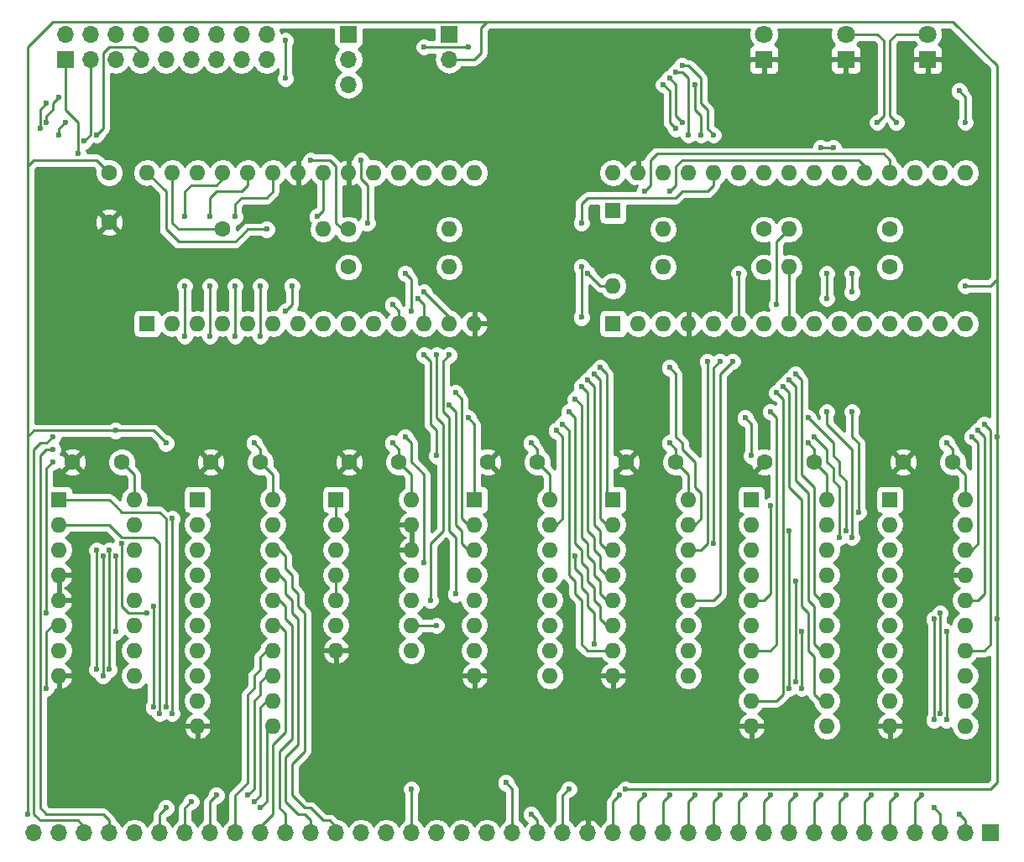
<source format=gbl>
G04 #@! TF.FileFunction,Copper,L2,Bot,Signal*
%FSLAX46Y46*%
G04 Gerber Fmt 4.6, Leading zero omitted, Abs format (unit mm)*
G04 Created by KiCad (PCBNEW 4.0.7) date 09/22/19 17:45:42*
%MOMM*%
%LPD*%
G01*
G04 APERTURE LIST*
%ADD10C,0.100000*%
%ADD11R,1.600000X1.600000*%
%ADD12O,1.600000X1.600000*%
%ADD13C,1.600000*%
%ADD14R,1.700000X1.700000*%
%ADD15O,1.700000X1.700000*%
%ADD16R,1.800000X1.800000*%
%ADD17C,1.800000*%
%ADD18C,0.600000*%
%ADD19C,0.250000*%
%ADD20C,0.254000*%
G04 APERTURE END LIST*
D10*
D11*
X154940000Y-95885000D03*
D12*
X187960000Y-80645000D03*
X157480000Y-95885000D03*
X185420000Y-80645000D03*
X160020000Y-95885000D03*
X182880000Y-80645000D03*
X162560000Y-95885000D03*
X180340000Y-80645000D03*
X165100000Y-95885000D03*
X177800000Y-80645000D03*
X167640000Y-95885000D03*
X175260000Y-80645000D03*
X170180000Y-95885000D03*
X172720000Y-80645000D03*
X172720000Y-95885000D03*
X170180000Y-80645000D03*
X175260000Y-95885000D03*
X167640000Y-80645000D03*
X177800000Y-95885000D03*
X165100000Y-80645000D03*
X180340000Y-95885000D03*
X162560000Y-80645000D03*
X182880000Y-95885000D03*
X160020000Y-80645000D03*
X185420000Y-95885000D03*
X157480000Y-80645000D03*
X187960000Y-95885000D03*
X154940000Y-80645000D03*
X190500000Y-95885000D03*
X190500000Y-80645000D03*
D13*
X105410000Y-109855000D03*
X100410000Y-109855000D03*
X133350000Y-109855000D03*
X128350000Y-109855000D03*
X161290000Y-109855000D03*
X156290000Y-109855000D03*
X147320000Y-109855000D03*
X142320000Y-109855000D03*
X104140000Y-80645000D03*
X104140000Y-85645000D03*
X175260000Y-109855000D03*
X170260000Y-109855000D03*
X189230000Y-109855000D03*
X184230000Y-109855000D03*
X119380000Y-109855000D03*
X114380000Y-109855000D03*
D14*
X193040000Y-147320000D03*
D15*
X190500000Y-147320000D03*
X187960000Y-147320000D03*
X185420000Y-147320000D03*
X182880000Y-147320000D03*
X180340000Y-147320000D03*
X177800000Y-147320000D03*
X175260000Y-147320000D03*
X172720000Y-147320000D03*
X170180000Y-147320000D03*
X167640000Y-147320000D03*
X165100000Y-147320000D03*
X162560000Y-147320000D03*
X160020000Y-147320000D03*
X157480000Y-147320000D03*
X154940000Y-147320000D03*
X152400000Y-147320000D03*
X149860000Y-147320000D03*
X147320000Y-147320000D03*
X144780000Y-147320000D03*
X142240000Y-147320000D03*
X139700000Y-147320000D03*
X137160000Y-147320000D03*
X134620000Y-147320000D03*
X132080000Y-147320000D03*
X129540000Y-147320000D03*
X127000000Y-147320000D03*
X124460000Y-147320000D03*
X121920000Y-147320000D03*
X119380000Y-147320000D03*
X116840000Y-147320000D03*
X114300000Y-147320000D03*
X111760000Y-147320000D03*
X109220000Y-147320000D03*
X106680000Y-147320000D03*
X104140000Y-147320000D03*
X101600000Y-147320000D03*
X99060000Y-147320000D03*
X96520000Y-147320000D03*
D11*
X99060000Y-113665000D03*
D12*
X106680000Y-131445000D03*
X99060000Y-116205000D03*
X106680000Y-128905000D03*
X99060000Y-118745000D03*
X106680000Y-126365000D03*
X99060000Y-121285000D03*
X106680000Y-123825000D03*
X99060000Y-123825000D03*
X106680000Y-121285000D03*
X99060000Y-126365000D03*
X106680000Y-118745000D03*
X99060000Y-128905000D03*
X106680000Y-116205000D03*
X99060000Y-131445000D03*
X106680000Y-113665000D03*
D16*
X186690000Y-69215000D03*
D17*
X186690000Y-66675000D03*
D16*
X178435000Y-69215000D03*
D17*
X178435000Y-66675000D03*
D16*
X170180000Y-69215000D03*
D17*
X170180000Y-66675000D03*
D11*
X154940000Y-84455000D03*
D12*
X154940000Y-92075000D03*
D14*
X99695000Y-69215000D03*
D15*
X99695000Y-66675000D03*
X102235000Y-69215000D03*
X102235000Y-66675000D03*
X104775000Y-69215000D03*
X104775000Y-66675000D03*
X107315000Y-69215000D03*
X107315000Y-66675000D03*
X109855000Y-69215000D03*
X109855000Y-66675000D03*
X112395000Y-69215000D03*
X112395000Y-66675000D03*
X114935000Y-69215000D03*
X114935000Y-66675000D03*
X117475000Y-69215000D03*
X117475000Y-66675000D03*
X120015000Y-69215000D03*
X120015000Y-66675000D03*
D14*
X138430000Y-66675000D03*
D15*
X138430000Y-69215000D03*
D14*
X128270000Y-66675000D03*
D15*
X128270000Y-69215000D03*
X128270000Y-71755000D03*
D13*
X182880000Y-90170000D03*
D12*
X172720000Y-90170000D03*
D13*
X182880000Y-86360000D03*
D12*
X172720000Y-86360000D03*
D13*
X170180000Y-86360000D03*
D12*
X160020000Y-86360000D03*
D13*
X170180000Y-90170000D03*
D12*
X160020000Y-90170000D03*
D11*
X127000000Y-113665000D03*
D12*
X134620000Y-128905000D03*
X127000000Y-116205000D03*
X134620000Y-126365000D03*
X127000000Y-118745000D03*
X134620000Y-123825000D03*
X127000000Y-121285000D03*
X134620000Y-121285000D03*
X127000000Y-123825000D03*
X134620000Y-118745000D03*
X127000000Y-126365000D03*
X134620000Y-116205000D03*
X127000000Y-128905000D03*
X134620000Y-113665000D03*
D11*
X154940000Y-113665000D03*
D12*
X162560000Y-131445000D03*
X154940000Y-116205000D03*
X162560000Y-128905000D03*
X154940000Y-118745000D03*
X162560000Y-126365000D03*
X154940000Y-121285000D03*
X162560000Y-123825000D03*
X154940000Y-123825000D03*
X162560000Y-121285000D03*
X154940000Y-126365000D03*
X162560000Y-118745000D03*
X154940000Y-128905000D03*
X162560000Y-116205000D03*
X154940000Y-131445000D03*
X162560000Y-113665000D03*
D11*
X140970000Y-113665000D03*
D12*
X148590000Y-131445000D03*
X140970000Y-116205000D03*
X148590000Y-128905000D03*
X140970000Y-118745000D03*
X148590000Y-126365000D03*
X140970000Y-121285000D03*
X148590000Y-123825000D03*
X140970000Y-123825000D03*
X148590000Y-121285000D03*
X140970000Y-126365000D03*
X148590000Y-118745000D03*
X140970000Y-128905000D03*
X148590000Y-116205000D03*
X140970000Y-131445000D03*
X148590000Y-113665000D03*
D11*
X107950000Y-95885000D03*
D12*
X140970000Y-80645000D03*
X110490000Y-95885000D03*
X138430000Y-80645000D03*
X113030000Y-95885000D03*
X135890000Y-80645000D03*
X115570000Y-95885000D03*
X133350000Y-80645000D03*
X118110000Y-95885000D03*
X130810000Y-80645000D03*
X120650000Y-95885000D03*
X128270000Y-80645000D03*
X123190000Y-95885000D03*
X125730000Y-80645000D03*
X125730000Y-95885000D03*
X123190000Y-80645000D03*
X128270000Y-95885000D03*
X120650000Y-80645000D03*
X130810000Y-95885000D03*
X118110000Y-80645000D03*
X133350000Y-95885000D03*
X115570000Y-80645000D03*
X135890000Y-95885000D03*
X113030000Y-80645000D03*
X138430000Y-95885000D03*
X110490000Y-80645000D03*
X140970000Y-95885000D03*
X107950000Y-80645000D03*
D11*
X168910000Y-113665000D03*
D12*
X176530000Y-136525000D03*
X168910000Y-116205000D03*
X176530000Y-133985000D03*
X168910000Y-118745000D03*
X176530000Y-131445000D03*
X168910000Y-121285000D03*
X176530000Y-128905000D03*
X168910000Y-123825000D03*
X176530000Y-126365000D03*
X168910000Y-126365000D03*
X176530000Y-123825000D03*
X168910000Y-128905000D03*
X176530000Y-121285000D03*
X168910000Y-131445000D03*
X176530000Y-118745000D03*
X168910000Y-133985000D03*
X176530000Y-116205000D03*
X168910000Y-136525000D03*
X176530000Y-113665000D03*
D11*
X182880000Y-113665000D03*
D12*
X190500000Y-136525000D03*
X182880000Y-116205000D03*
X190500000Y-133985000D03*
X182880000Y-118745000D03*
X190500000Y-131445000D03*
X182880000Y-121285000D03*
X190500000Y-128905000D03*
X182880000Y-123825000D03*
X190500000Y-126365000D03*
X182880000Y-126365000D03*
X190500000Y-123825000D03*
X182880000Y-128905000D03*
X190500000Y-121285000D03*
X182880000Y-131445000D03*
X190500000Y-118745000D03*
X182880000Y-133985000D03*
X190500000Y-116205000D03*
X182880000Y-136525000D03*
X190500000Y-113665000D03*
D11*
X113030000Y-113665000D03*
D12*
X120650000Y-136525000D03*
X113030000Y-116205000D03*
X120650000Y-133985000D03*
X113030000Y-118745000D03*
X120650000Y-131445000D03*
X113030000Y-121285000D03*
X120650000Y-128905000D03*
X113030000Y-123825000D03*
X120650000Y-126365000D03*
X113030000Y-126365000D03*
X120650000Y-123825000D03*
X113030000Y-128905000D03*
X120650000Y-121285000D03*
X113030000Y-131445000D03*
X120650000Y-118745000D03*
X113030000Y-133985000D03*
X120650000Y-116205000D03*
X113030000Y-136525000D03*
X120650000Y-113665000D03*
D13*
X128270000Y-90170000D03*
D12*
X138430000Y-90170000D03*
D13*
X128270000Y-86360000D03*
D12*
X138430000Y-86360000D03*
D13*
X115570000Y-86360000D03*
D12*
X125730000Y-86360000D03*
D18*
X164465000Y-99695000D03*
X171450000Y-93980000D03*
X167640000Y-90805000D03*
X165100000Y-118110000D03*
X165735000Y-99695000D03*
X167005000Y-99695000D03*
X138430000Y-99060000D03*
X139065000Y-123190000D03*
X137160000Y-126365000D03*
X132715000Y-93980000D03*
X135255000Y-93345000D03*
X135890000Y-92710000D03*
X161290000Y-70485000D03*
X162560000Y-76835000D03*
X105410000Y-118110000D03*
X107950000Y-125095000D03*
X104775000Y-127000000D03*
X104775000Y-119380000D03*
X104140000Y-130810000D03*
X104140000Y-118745000D03*
X103505000Y-119380000D03*
X103505000Y-131445000D03*
X189865000Y-72390000D03*
X190500000Y-75565000D03*
X102870000Y-118745000D03*
X102870000Y-130810000D03*
X152400000Y-90805000D03*
X120015000Y-86360000D03*
X156210000Y-142875000D03*
X150495000Y-142875000D03*
X190500000Y-92075000D03*
X193675000Y-125730000D03*
X109855000Y-107950000D03*
X104775000Y-106680000D03*
X193675000Y-107315000D03*
X95885000Y-145415000D03*
X188595000Y-107950000D03*
X174625000Y-107950000D03*
X160655000Y-107950000D03*
X146685000Y-107950000D03*
X132715000Y-107950000D03*
X118745000Y-107950000D03*
X108585000Y-134620000D03*
X108585000Y-124460000D03*
X189865000Y-145415000D03*
X109220000Y-135255000D03*
X187325000Y-144780000D03*
X109855000Y-134620000D03*
X186055000Y-143510000D03*
X183515000Y-143510000D03*
X188595000Y-127000000D03*
X188595000Y-135890000D03*
X180975000Y-143510000D03*
X178435000Y-143510000D03*
X187960000Y-135255000D03*
X187960000Y-125095000D03*
X187325000Y-125730000D03*
X187325000Y-135890000D03*
X175895000Y-143510000D03*
X173355000Y-143510000D03*
X170815000Y-143510000D03*
X168275000Y-143510000D03*
X165735000Y-143510000D03*
X163195000Y-143510000D03*
X160655000Y-143510000D03*
X173990000Y-127000000D03*
X173990000Y-132715000D03*
X158115000Y-143510000D03*
X173355000Y-121920000D03*
X173355000Y-132080000D03*
X155575000Y-143510000D03*
X172720000Y-132715000D03*
X172720000Y-116840000D03*
X97790000Y-132715000D03*
X146685000Y-145415000D03*
X110490000Y-135255000D03*
X110490000Y-115570000D03*
X134620000Y-142875000D03*
X114935000Y-143510000D03*
X118110000Y-143510000D03*
X118745000Y-144145000D03*
X112395000Y-144145000D03*
X109855000Y-144780000D03*
X119380000Y-144780000D03*
X99695000Y-75565000D03*
X98425000Y-108585000D03*
X99060000Y-76835000D03*
X98425000Y-107315000D03*
X97790000Y-73660000D03*
X97155000Y-76200000D03*
X97790000Y-125095000D03*
X102870000Y-76835000D03*
X98425000Y-109855000D03*
X99060000Y-73025000D03*
X97790000Y-75565000D03*
X101600000Y-77470000D03*
X100965000Y-78740000D03*
X183515000Y-75565000D03*
X181610000Y-75565000D03*
X163195000Y-71755000D03*
X163830000Y-76835000D03*
X130175000Y-85725000D03*
X133985000Y-90805000D03*
X135890000Y-99060000D03*
X137160000Y-109220000D03*
X134620000Y-94615000D03*
X121920000Y-67310000D03*
X121920000Y-71120000D03*
X129540000Y-79375000D03*
X179070000Y-104775000D03*
X179070000Y-92710000D03*
X179070000Y-90805000D03*
X179705000Y-114935000D03*
X160655000Y-71120000D03*
X161925000Y-75565000D03*
X140335000Y-67945000D03*
X135890000Y-67945000D03*
X177165000Y-78105000D03*
X175895000Y-78105000D03*
X165100000Y-76835000D03*
X161925000Y-69850000D03*
X176530000Y-104775000D03*
X160020000Y-71755000D03*
X161290000Y-76200000D03*
X176530000Y-93345000D03*
X176530000Y-90805000D03*
X179070000Y-117475000D03*
X173355000Y-100965000D03*
X153670000Y-100330000D03*
X151130000Y-119380000D03*
X153035000Y-128270000D03*
X172720000Y-101600000D03*
X153035000Y-100965000D03*
X172085000Y-102235000D03*
X152400000Y-101600000D03*
X171450000Y-102870000D03*
X151765000Y-102235000D03*
X170815000Y-104775000D03*
X151130000Y-103505000D03*
X168275000Y-105410000D03*
X170815000Y-114300000D03*
X168910000Y-109220000D03*
X150495000Y-104775000D03*
X149860000Y-106045000D03*
X160655000Y-100330000D03*
X191770000Y-106680000D03*
X140335000Y-105410000D03*
X114300000Y-85090000D03*
X114300000Y-92075000D03*
X114300000Y-97155000D03*
X125095000Y-85090000D03*
X192405000Y-106045000D03*
X139065000Y-102870000D03*
X119380000Y-97155000D03*
X119380000Y-92075000D03*
X174625000Y-105410000D03*
X138430000Y-104140000D03*
X178435000Y-116840000D03*
X116840000Y-97155000D03*
X116840000Y-92075000D03*
X116840000Y-85090000D03*
X177800000Y-117475000D03*
X175260000Y-107315000D03*
X133985000Y-107315000D03*
X135890000Y-120015000D03*
X111760000Y-92075000D03*
X111760000Y-85090000D03*
X191135000Y-107315000D03*
X111760000Y-97155000D03*
X149225000Y-106680000D03*
X158115000Y-82550000D03*
X124460000Y-79375000D03*
X122555000Y-92075000D03*
X160655000Y-82550000D03*
X121920000Y-94615000D03*
X151765000Y-85725000D03*
X136525000Y-123825000D03*
X137160000Y-99060000D03*
X144145000Y-142240000D03*
X151765000Y-90170000D03*
X151765000Y-95250000D03*
D19*
X164465000Y-100330000D02*
X164465000Y-118110000D01*
X164465000Y-100330000D02*
X164465000Y-99695000D01*
X163830000Y-118745000D02*
X162560000Y-118745000D01*
X164465000Y-118110000D02*
X163830000Y-118745000D01*
X162560000Y-118745000D02*
X161925000Y-118745000D01*
X172720000Y-86360000D02*
X171450000Y-87630000D01*
X171450000Y-87630000D02*
X171450000Y-93980000D01*
X165100000Y-118110000D02*
X165100000Y-100330000D01*
X165735000Y-99695000D02*
X165100000Y-100330000D01*
X162560000Y-126365000D02*
X161925000Y-126365000D01*
X167640000Y-90805000D02*
X167640000Y-95885000D01*
X165735000Y-100965000D02*
X167005000Y-99695000D01*
X162560000Y-123825000D02*
X164465000Y-123825000D01*
X165100000Y-123825000D02*
X165735000Y-123190000D01*
X165735000Y-123190000D02*
X165735000Y-100965000D01*
X164465000Y-123825000D02*
X165100000Y-123825000D01*
X162560000Y-123825000D02*
X161925000Y-123825000D01*
X137795000Y-102870000D02*
X137795000Y-99695000D01*
X137795000Y-99695000D02*
X138430000Y-99060000D01*
X139065000Y-117475000D02*
X139065000Y-123190000D01*
X138430000Y-116840000D02*
X139065000Y-117475000D01*
X137160000Y-126365000D02*
X134620000Y-126365000D01*
X137795000Y-104775000D02*
X137795000Y-102870000D01*
X138430000Y-105410000D02*
X137795000Y-104775000D01*
X138430000Y-116840000D02*
X138430000Y-105410000D01*
X127000000Y-121285000D02*
X127000000Y-123825000D01*
X172720000Y-95885000D02*
X172720000Y-90170000D01*
X133350000Y-94615000D02*
X132715000Y-93980000D01*
X133350000Y-95885000D02*
X133350000Y-94615000D01*
X135255000Y-93345000D02*
X135890000Y-93980000D01*
X135890000Y-95885000D02*
X135890000Y-93980000D01*
X135890000Y-92710000D02*
X138430000Y-95250000D01*
X138430000Y-95250000D02*
X138430000Y-95885000D01*
X162560000Y-71755000D02*
X162560000Y-71120000D01*
X161925000Y-70485000D02*
X161290000Y-70485000D01*
X162560000Y-71120000D02*
X161925000Y-70485000D01*
X162560000Y-74930000D02*
X162560000Y-71755000D01*
X162560000Y-74930000D02*
X162560000Y-76835000D01*
X106045000Y-125095000D02*
X105410000Y-124460000D01*
X105410000Y-124460000D02*
X105410000Y-118110000D01*
X107950000Y-125095000D02*
X106045000Y-125095000D01*
X104775000Y-127000000D02*
X104775000Y-119380000D01*
X104140000Y-130810000D02*
X104140000Y-118745000D01*
X103505000Y-131445000D02*
X103505000Y-119380000D01*
X190500000Y-73025000D02*
X189865000Y-72390000D01*
X190500000Y-75565000D02*
X190500000Y-73025000D01*
X102870000Y-130810000D02*
X102870000Y-118745000D01*
X153670000Y-92075000D02*
X154940000Y-92075000D01*
X152400000Y-90805000D02*
X153670000Y-92075000D01*
X139700000Y-69215000D02*
X140970000Y-69215000D01*
X141605000Y-66040000D02*
X142240000Y-65405000D01*
X141605000Y-68580000D02*
X141605000Y-66040000D01*
X140970000Y-69215000D02*
X141605000Y-68580000D01*
X107950000Y-80645000D02*
X109855000Y-82550000D01*
X118110000Y-86360000D02*
X120015000Y-86360000D01*
X117475000Y-86995000D02*
X118110000Y-86360000D01*
X116840000Y-87630000D02*
X117475000Y-86995000D01*
X111125000Y-87630000D02*
X116840000Y-87630000D01*
X109855000Y-86360000D02*
X111125000Y-87630000D01*
X109855000Y-82550000D02*
X109855000Y-86360000D01*
X156210000Y-142875000D02*
X193040000Y-142875000D01*
X193040000Y-142875000D02*
X193675000Y-142240000D01*
X193675000Y-142240000D02*
X193675000Y-125730000D01*
X149860000Y-147320000D02*
X149860000Y-143510000D01*
X149860000Y-143510000D02*
X150495000Y-142875000D01*
X138430000Y-69215000D02*
X139700000Y-69215000D01*
X193040000Y-92075000D02*
X193675000Y-91440000D01*
X190500000Y-92075000D02*
X193040000Y-92075000D01*
X193675000Y-107315000D02*
X193675000Y-125730000D01*
X109855000Y-107950000D02*
X108585000Y-106680000D01*
X107950000Y-106680000D02*
X104775000Y-106680000D01*
X107950000Y-106680000D02*
X108585000Y-106680000D01*
X103505000Y-106680000D02*
X104775000Y-106680000D01*
X95885000Y-107315000D02*
X96520000Y-106680000D01*
X96520000Y-106680000D02*
X103505000Y-106680000D01*
X189230000Y-65405000D02*
X193675000Y-69850000D01*
X193675000Y-69850000D02*
X193675000Y-91440000D01*
X189230000Y-65405000D02*
X153670000Y-65405000D01*
X142240000Y-65405000D02*
X153670000Y-65405000D01*
X140970000Y-65405000D02*
X142240000Y-65405000D01*
X136525000Y-65405000D02*
X139700000Y-65405000D01*
X139700000Y-65405000D02*
X140970000Y-65405000D01*
X95885000Y-80010000D02*
X95885000Y-67945000D01*
X98425000Y-65405000D02*
X136525000Y-65405000D01*
X95885000Y-67945000D02*
X98425000Y-65405000D01*
X193675000Y-91440000D02*
X193675000Y-107315000D01*
X104140000Y-80645000D02*
X102870000Y-79375000D01*
X96520000Y-79375000D02*
X95885000Y-80010000D01*
X102870000Y-79375000D02*
X96520000Y-79375000D01*
X95885000Y-108585000D02*
X95885000Y-107950000D01*
X95885000Y-107950000D02*
X95885000Y-107315000D01*
X95885000Y-107315000D02*
X95885000Y-106680000D01*
X95885000Y-106680000D02*
X95885000Y-81280000D01*
X95885000Y-81280000D02*
X95885000Y-80010000D01*
X95885000Y-145415000D02*
X95885000Y-108585000D01*
X189230000Y-108585000D02*
X189230000Y-109855000D01*
X188595000Y-107950000D02*
X189230000Y-108585000D01*
X175260000Y-108585000D02*
X175260000Y-109855000D01*
X174625000Y-107950000D02*
X175260000Y-108585000D01*
X161290000Y-108585000D02*
X161290000Y-109855000D01*
X160655000Y-107950000D02*
X161290000Y-108585000D01*
X147320000Y-108585000D02*
X147320000Y-109855000D01*
X146685000Y-107950000D02*
X147320000Y-108585000D01*
X133350000Y-108585000D02*
X133350000Y-109855000D01*
X132715000Y-107950000D02*
X133350000Y-108585000D01*
X119380000Y-108585000D02*
X119380000Y-109855000D01*
X118745000Y-107950000D02*
X119380000Y-108585000D01*
X190500000Y-113665000D02*
X190500000Y-111125000D01*
X190500000Y-111125000D02*
X189230000Y-109855000D01*
X176530000Y-113665000D02*
X176530000Y-111125000D01*
X176530000Y-111125000D02*
X175260000Y-109855000D01*
X162560000Y-113665000D02*
X162560000Y-111125000D01*
X162560000Y-111125000D02*
X161290000Y-109855000D01*
X148590000Y-113665000D02*
X148590000Y-111125000D01*
X148590000Y-111125000D02*
X147320000Y-109855000D01*
X134620000Y-113665000D02*
X134620000Y-111125000D01*
X134620000Y-111125000D02*
X133350000Y-109855000D01*
X120650000Y-113665000D02*
X120650000Y-111125000D01*
X120650000Y-111125000D02*
X119380000Y-109855000D01*
X106680000Y-113665000D02*
X106680000Y-111125000D01*
X106680000Y-111125000D02*
X105410000Y-109855000D01*
X108585000Y-124460000D02*
X108585000Y-134620000D01*
X190500000Y-146050000D02*
X190500000Y-147320000D01*
X189865000Y-145415000D02*
X190500000Y-146050000D01*
X107950000Y-117475000D02*
X108585000Y-117475000D01*
X109220000Y-118110000D02*
X109220000Y-135255000D01*
X108585000Y-117475000D02*
X109220000Y-118110000D01*
X104140000Y-116205000D02*
X105410000Y-117475000D01*
X105410000Y-117475000D02*
X107950000Y-117475000D01*
X104140000Y-116205000D02*
X99060000Y-116205000D01*
X187960000Y-145415000D02*
X187960000Y-147320000D01*
X187325000Y-144780000D02*
X187960000Y-145415000D01*
X107315000Y-114935000D02*
X108585000Y-114935000D01*
X104775000Y-114300000D02*
X105410000Y-114935000D01*
X105410000Y-114935000D02*
X107315000Y-114935000D01*
X99060000Y-113665000D02*
X104140000Y-113665000D01*
X104140000Y-113665000D02*
X104775000Y-114300000D01*
X109220000Y-114935000D02*
X109855000Y-115570000D01*
X109855000Y-115570000D02*
X109855000Y-134620000D01*
X108585000Y-114935000D02*
X109220000Y-114935000D01*
X185420000Y-144145000D02*
X185420000Y-147320000D01*
X186055000Y-143510000D02*
X185420000Y-144145000D01*
X182880000Y-144145000D02*
X183515000Y-143510000D01*
X182880000Y-147320000D02*
X182880000Y-144145000D01*
X188595000Y-131445000D02*
X188595000Y-127000000D01*
X180340000Y-144145000D02*
X180975000Y-143510000D01*
X180340000Y-147320000D02*
X180340000Y-144145000D01*
X188595000Y-135890000D02*
X188595000Y-131445000D01*
X177800000Y-144145000D02*
X178435000Y-143510000D01*
X187960000Y-135255000D02*
X187960000Y-125730000D01*
X177800000Y-144145000D02*
X177800000Y-147320000D01*
X187960000Y-125095000D02*
X187960000Y-125730000D01*
X175260000Y-147320000D02*
X175260000Y-144145000D01*
X187325000Y-135890000D02*
X187325000Y-125730000D01*
X175260000Y-144145000D02*
X175895000Y-143510000D01*
X173355000Y-143510000D02*
X172720000Y-144145000D01*
X172720000Y-144145000D02*
X172720000Y-147320000D01*
X170180000Y-144145000D02*
X170815000Y-143510000D01*
X170180000Y-147320000D02*
X170180000Y-144145000D01*
X176530000Y-126365000D02*
X175895000Y-126365000D01*
X167640000Y-144145000D02*
X168275000Y-143510000D01*
X167640000Y-147320000D02*
X167640000Y-144145000D01*
X165100000Y-144145000D02*
X165735000Y-143510000D01*
X165100000Y-147320000D02*
X165100000Y-144145000D01*
X162560000Y-144145000D02*
X163195000Y-143510000D01*
X162560000Y-144145000D02*
X162560000Y-147320000D01*
X160020000Y-144145000D02*
X160655000Y-143510000D01*
X173990000Y-132715000D02*
X173990000Y-127000000D01*
X160020000Y-147320000D02*
X160020000Y-144145000D01*
X157480000Y-144145000D02*
X158115000Y-143510000D01*
X173355000Y-132080000D02*
X173355000Y-121920000D01*
X157480000Y-147320000D02*
X157480000Y-144145000D01*
X154940000Y-144145000D02*
X155575000Y-143510000D01*
X172720000Y-116840000D02*
X172720000Y-132715000D01*
X154940000Y-147320000D02*
X154940000Y-144145000D01*
X97790000Y-127000000D02*
X97790000Y-132715000D01*
X98425000Y-126365000D02*
X97790000Y-127000000D01*
X147320000Y-146050000D02*
X147320000Y-147320000D01*
X147320000Y-146050000D02*
X146685000Y-145415000D01*
X99060000Y-126365000D02*
X98425000Y-126365000D01*
X110490000Y-115570000D02*
X110490000Y-135255000D01*
X134620000Y-143510000D02*
X134620000Y-147320000D01*
X134620000Y-142875000D02*
X134620000Y-143510000D01*
X123825000Y-144780000D02*
X122555000Y-143510000D01*
X125095000Y-145415000D02*
X125730000Y-146050000D01*
X126365000Y-146050000D02*
X127000000Y-146685000D01*
X125730000Y-146050000D02*
X126365000Y-146050000D01*
X127000000Y-146685000D02*
X127000000Y-147320000D01*
X120650000Y-118745000D02*
X121285000Y-118745000D01*
X121285000Y-118745000D02*
X121920000Y-119380000D01*
X122555000Y-140335000D02*
X122555000Y-143510000D01*
X123825000Y-139065000D02*
X122555000Y-140335000D01*
X123825000Y-125095000D02*
X123825000Y-139065000D01*
X123190000Y-124460000D02*
X123825000Y-125095000D01*
X123190000Y-123190000D02*
X123190000Y-124460000D01*
X122555000Y-122555000D02*
X123190000Y-123190000D01*
X122555000Y-121285000D02*
X122555000Y-122555000D01*
X121920000Y-120650000D02*
X122555000Y-121285000D01*
X121920000Y-119380000D02*
X121920000Y-120650000D01*
X123825000Y-144780000D02*
X124460000Y-144780000D01*
X124460000Y-144780000D02*
X125095000Y-145415000D01*
X123190000Y-145415000D02*
X121920000Y-144145000D01*
X120650000Y-121285000D02*
X121285000Y-121285000D01*
X121285000Y-121285000D02*
X121920000Y-121920000D01*
X122555000Y-125095000D02*
X123190000Y-125730000D01*
X122555000Y-123825000D02*
X122555000Y-125095000D01*
X121920000Y-123190000D02*
X122555000Y-123825000D01*
X121920000Y-121920000D02*
X121920000Y-123190000D01*
X124460000Y-147320000D02*
X124460000Y-146050000D01*
X123190000Y-138430000D02*
X123190000Y-125730000D01*
X121920000Y-139700000D02*
X123190000Y-138430000D01*
X121920000Y-144145000D02*
X121920000Y-139700000D01*
X123825000Y-145415000D02*
X123190000Y-145415000D01*
X124460000Y-146050000D02*
X123825000Y-145415000D01*
X121920000Y-147320000D02*
X121920000Y-145415000D01*
X121920000Y-145415000D02*
X121285000Y-144780000D01*
X120650000Y-123825000D02*
X121285000Y-123825000D01*
X121285000Y-123825000D02*
X121920000Y-124460000D01*
X122555000Y-137795000D02*
X122555000Y-126365000D01*
X121285000Y-139065000D02*
X122555000Y-137795000D01*
X121285000Y-144780000D02*
X121285000Y-139065000D01*
X121920000Y-124460000D02*
X121920000Y-125730000D01*
X121920000Y-125730000D02*
X122555000Y-126365000D01*
X121920000Y-147320000D02*
X121920000Y-146685000D01*
X120650000Y-126365000D02*
X121285000Y-126365000D01*
X121285000Y-126365000D02*
X121920000Y-127000000D01*
X121920000Y-127000000D02*
X121920000Y-137160000D01*
X121920000Y-137160000D02*
X120650000Y-138430000D01*
X120650000Y-138430000D02*
X120650000Y-145415000D01*
X120650000Y-145415000D02*
X119380000Y-146685000D01*
X119380000Y-146685000D02*
X119380000Y-147320000D01*
X116840000Y-144145000D02*
X116840000Y-143510000D01*
X118110000Y-141605000D02*
X118110000Y-133350000D01*
X116840000Y-147320000D02*
X116840000Y-144145000D01*
X118110000Y-133350000D02*
X118745000Y-132715000D01*
X119380000Y-130810000D02*
X119380000Y-129540000D01*
X118745000Y-131445000D02*
X119380000Y-130810000D01*
X118745000Y-132715000D02*
X118745000Y-131445000D01*
X119380000Y-129540000D02*
X120015000Y-128905000D01*
X118110000Y-142240000D02*
X118110000Y-141605000D01*
X117475000Y-142875000D02*
X118110000Y-142240000D01*
X116840000Y-143510000D02*
X117475000Y-142875000D01*
X120650000Y-128905000D02*
X120015000Y-128905000D01*
X118745000Y-142875000D02*
X118110000Y-143510000D01*
X118745000Y-133985000D02*
X118745000Y-142875000D01*
X119380000Y-133350000D02*
X119380000Y-132080000D01*
X120015000Y-131445000D02*
X119380000Y-132080000D01*
X118745000Y-133985000D02*
X119380000Y-133350000D01*
X114300000Y-144145000D02*
X114300000Y-144780000D01*
X114935000Y-143510000D02*
X114300000Y-144145000D01*
X120015000Y-131445000D02*
X120650000Y-131445000D01*
X114300000Y-144780000D02*
X114300000Y-147320000D01*
X111760000Y-145415000D02*
X111760000Y-144780000D01*
X120015000Y-133985000D02*
X119380000Y-134620000D01*
X111760000Y-145415000D02*
X111760000Y-147320000D01*
X119380000Y-142875000D02*
X119380000Y-139065000D01*
X119380000Y-139065000D02*
X119380000Y-134620000D01*
X119380000Y-143510000D02*
X119380000Y-142875000D01*
X118745000Y-144145000D02*
X119380000Y-143510000D01*
X111760000Y-144780000D02*
X112395000Y-144145000D01*
X120015000Y-133985000D02*
X120650000Y-133985000D01*
X120015000Y-144145000D02*
X119380000Y-144780000D01*
X120015000Y-136975002D02*
X120015000Y-144145000D01*
X109220000Y-145415000D02*
X109220000Y-146050000D01*
X109855000Y-144780000D02*
X109220000Y-145415000D01*
X109220000Y-147320000D02*
X109220000Y-146050000D01*
X120650000Y-136525000D02*
X120465002Y-136525000D01*
X120465002Y-136525000D02*
X120015000Y-136975002D01*
X98425000Y-108585000D02*
X97790000Y-108585000D01*
X97155000Y-109220000D02*
X97155000Y-109855000D01*
X97790000Y-108585000D02*
X97155000Y-109220000D01*
X99060000Y-76200000D02*
X99695000Y-75565000D01*
X97155000Y-111125000D02*
X97155000Y-109855000D01*
X97155000Y-112395000D02*
X97155000Y-111125000D01*
X99060000Y-76835000D02*
X99060000Y-76200000D01*
X104140000Y-146050000D02*
X103505000Y-145415000D01*
X104140000Y-146050000D02*
X104140000Y-147320000D01*
X97155000Y-144780000D02*
X97155000Y-112395000D01*
X97790000Y-145415000D02*
X97155000Y-144780000D01*
X103505000Y-145415000D02*
X97790000Y-145415000D01*
X97790000Y-107950000D02*
X97155000Y-107950000D01*
X96520000Y-108585000D02*
X96520000Y-109220000D01*
X97155000Y-107950000D02*
X96520000Y-108585000D01*
X98425000Y-107315000D02*
X97790000Y-107950000D01*
X96520000Y-110490000D02*
X96520000Y-109220000D01*
X96520000Y-111760000D02*
X96520000Y-110490000D01*
X96520000Y-111760000D02*
X96520000Y-140335000D01*
X96520000Y-144780000D02*
X96520000Y-140335000D01*
X100965000Y-146050000D02*
X97790000Y-146050000D01*
X101600000Y-146685000D02*
X100965000Y-146050000D01*
X96520000Y-145415000D02*
X97155000Y-146050000D01*
X97155000Y-146050000D02*
X97790000Y-146050000D01*
X96520000Y-144780000D02*
X96520000Y-145415000D01*
X101600000Y-147320000D02*
X101600000Y-146685000D01*
X97790000Y-73660000D02*
X97155000Y-74295000D01*
X97155000Y-76200000D02*
X97155000Y-74295000D01*
X97790000Y-125095000D02*
X97790000Y-124460000D01*
X107315000Y-69215000D02*
X107315000Y-68580000D01*
X107315000Y-68580000D02*
X106680000Y-67945000D01*
X103505000Y-76200000D02*
X102870000Y-76835000D01*
X103505000Y-68580000D02*
X103505000Y-76200000D01*
X104140000Y-67945000D02*
X103505000Y-68580000D01*
X106680000Y-67945000D02*
X104140000Y-67945000D01*
X98425000Y-109855000D02*
X97790000Y-110490000D01*
X97790000Y-111760000D02*
X97790000Y-110490000D01*
X97790000Y-113030000D02*
X97790000Y-111760000D01*
X97790000Y-124460000D02*
X97790000Y-113030000D01*
X98425000Y-74295000D02*
X97790000Y-74930000D01*
X97790000Y-74930000D02*
X97790000Y-75565000D01*
X98425000Y-73660000D02*
X98425000Y-74295000D01*
X99060000Y-73025000D02*
X98425000Y-73660000D01*
X102235000Y-76200000D02*
X102235000Y-76835000D01*
X102235000Y-69215000D02*
X102235000Y-76200000D01*
X102235000Y-76835000D02*
X101600000Y-77470000D01*
X100965000Y-76200000D02*
X100965000Y-75565000D01*
X100965000Y-75565000D02*
X99695000Y-74295000D01*
X99695000Y-69215000D02*
X99695000Y-74295000D01*
X100965000Y-76200000D02*
X100965000Y-78740000D01*
X99695000Y-69850000D02*
X99695000Y-69215000D01*
X182880000Y-73025000D02*
X182880000Y-74930000D01*
X186690000Y-66675000D02*
X184785000Y-66675000D01*
X184785000Y-66675000D02*
X184150000Y-66675000D01*
X183515000Y-66675000D02*
X182880000Y-67310000D01*
X182880000Y-67310000D02*
X182880000Y-73025000D01*
X184150000Y-66675000D02*
X183515000Y-66675000D01*
X182880000Y-74930000D02*
X183515000Y-75565000D01*
X182245000Y-73660000D02*
X182245000Y-74930000D01*
X178435000Y-66675000D02*
X180975000Y-66675000D01*
X181610000Y-66675000D02*
X182245000Y-67310000D01*
X182245000Y-67310000D02*
X182245000Y-73660000D01*
X180975000Y-66675000D02*
X181610000Y-66675000D01*
X182245000Y-74930000D02*
X181610000Y-75565000D01*
X163195000Y-74295000D02*
X163195000Y-71755000D01*
X163830000Y-74930000D02*
X163195000Y-74295000D01*
X163830000Y-76835000D02*
X163830000Y-74930000D01*
X130175000Y-81915000D02*
X129540000Y-81280000D01*
X130175000Y-85725000D02*
X130175000Y-81915000D01*
X134620000Y-93980000D02*
X134620000Y-91440000D01*
X134620000Y-91440000D02*
X133985000Y-90805000D01*
X134620000Y-94615000D02*
X134620000Y-93980000D01*
X137160000Y-106680000D02*
X136525000Y-106045000D01*
X136525000Y-106045000D02*
X136525000Y-99695000D01*
X136525000Y-99695000D02*
X135890000Y-99060000D01*
X137160000Y-109220000D02*
X137160000Y-106680000D01*
X121920000Y-67310000D02*
X121920000Y-71120000D01*
X129540000Y-81280000D02*
X129540000Y-79375000D01*
X127000000Y-116205000D02*
X127000000Y-113665000D01*
X179070000Y-107315000D02*
X179705000Y-107950000D01*
X179070000Y-104775000D02*
X179070000Y-107315000D01*
X179070000Y-90805000D02*
X179070000Y-92710000D01*
X179705000Y-114935000D02*
X179705000Y-107950000D01*
X161290000Y-71755000D02*
X161290000Y-74930000D01*
X161290000Y-74930000D02*
X161925000Y-75565000D01*
X161290000Y-71755000D02*
X160655000Y-71120000D01*
X140335000Y-67945000D02*
X135890000Y-67945000D01*
X177165000Y-78105000D02*
X175895000Y-78105000D01*
X165100000Y-76835000D02*
X164465000Y-76200000D01*
X164465000Y-76200000D02*
X164465000Y-74295000D01*
X164465000Y-74295000D02*
X163830000Y-73660000D01*
X163830000Y-73660000D02*
X163830000Y-71755000D01*
X163830000Y-71755000D02*
X163830000Y-71120000D01*
X163830000Y-71120000D02*
X162560000Y-69850000D01*
X162560000Y-69850000D02*
X161925000Y-69850000D01*
X110490000Y-80645000D02*
X110490000Y-85725000D01*
X111125000Y-86360000D02*
X115570000Y-86360000D01*
X110490000Y-85725000D02*
X111125000Y-86360000D01*
X176530000Y-106045000D02*
X179070000Y-108585000D01*
X176530000Y-104775000D02*
X176530000Y-106045000D01*
X161290000Y-76200000D02*
X160655000Y-75565000D01*
X160655000Y-72390000D02*
X160655000Y-75565000D01*
X160020000Y-71755000D02*
X160655000Y-72390000D01*
X176530000Y-90805000D02*
X176530000Y-93345000D01*
X179070000Y-117475000D02*
X179070000Y-108585000D01*
X173355000Y-100965000D02*
X173990000Y-101600000D01*
X154940000Y-113665000D02*
X154305000Y-113030000D01*
X154305000Y-113030000D02*
X154305000Y-100965000D01*
X154305000Y-100965000D02*
X153670000Y-100330000D01*
X176530000Y-123825000D02*
X175895000Y-123825000D01*
X175895000Y-123825000D02*
X175260000Y-123190000D01*
X173990000Y-111125000D02*
X173990000Y-101600000D01*
X175260000Y-112395000D02*
X173990000Y-111125000D01*
X175260000Y-123190000D02*
X175260000Y-112395000D01*
X151130000Y-120650000D02*
X151130000Y-119380000D01*
X151765000Y-121285000D02*
X151130000Y-120650000D01*
X151765000Y-122555000D02*
X151765000Y-121285000D01*
X152400000Y-123190000D02*
X151765000Y-122555000D01*
X152400000Y-124460000D02*
X152400000Y-123190000D01*
X153035000Y-125095000D02*
X152400000Y-124460000D01*
X153035000Y-128270000D02*
X153035000Y-125095000D01*
X172720000Y-101600000D02*
X173355000Y-102235000D01*
X154940000Y-116205000D02*
X154305000Y-116205000D01*
X154305000Y-116205000D02*
X153670000Y-115570000D01*
X153670000Y-115570000D02*
X153670000Y-101600000D01*
X153670000Y-101600000D02*
X153035000Y-100965000D01*
X176530000Y-128905000D02*
X175895000Y-128905000D01*
X175895000Y-128905000D02*
X175260000Y-128270000D01*
X173355000Y-111760000D02*
X173355000Y-102235000D01*
X174625000Y-113030000D02*
X173355000Y-111760000D01*
X174625000Y-123825000D02*
X174625000Y-113030000D01*
X175260000Y-124460000D02*
X174625000Y-123825000D01*
X175260000Y-128270000D02*
X175260000Y-124460000D01*
X172085000Y-102235000D02*
X172720000Y-102870000D01*
X154940000Y-118745000D02*
X154305000Y-118745000D01*
X154305000Y-118745000D02*
X153670000Y-118110000D01*
X153670000Y-118110000D02*
X153670000Y-116840000D01*
X153670000Y-116840000D02*
X153035000Y-116205000D01*
X153035000Y-116205000D02*
X153035000Y-102235000D01*
X153035000Y-102235000D02*
X152400000Y-101600000D01*
X176530000Y-133985000D02*
X175895000Y-133985000D01*
X175895000Y-133985000D02*
X175260000Y-133350000D01*
X172720000Y-112395000D02*
X172720000Y-102870000D01*
X173990000Y-113665000D02*
X172720000Y-112395000D01*
X173990000Y-124460000D02*
X173990000Y-113665000D01*
X174625000Y-125095000D02*
X173990000Y-124460000D01*
X174625000Y-128905000D02*
X174625000Y-125095000D01*
X175260000Y-129540000D02*
X174625000Y-128905000D01*
X175260000Y-133350000D02*
X175260000Y-129540000D01*
X171450000Y-102870000D02*
X172085000Y-103505000D01*
X168910000Y-133985000D02*
X171450000Y-133985000D01*
X171450000Y-133985000D02*
X172085000Y-133350000D01*
X172085000Y-133350000D02*
X172085000Y-103505000D01*
X154940000Y-121285000D02*
X154305000Y-121285000D01*
X154305000Y-121285000D02*
X153670000Y-120650000D01*
X153670000Y-120650000D02*
X153670000Y-119380000D01*
X153670000Y-119380000D02*
X153035000Y-118745000D01*
X153035000Y-118745000D02*
X153035000Y-117475000D01*
X153035000Y-117475000D02*
X152400000Y-116840000D01*
X152400000Y-116840000D02*
X152400000Y-102870000D01*
X152400000Y-102870000D02*
X151765000Y-102235000D01*
X168910000Y-133985000D02*
X168275000Y-133985000D01*
X170815000Y-104775000D02*
X171450000Y-105410000D01*
X168910000Y-128905000D02*
X170815000Y-128905000D01*
X170815000Y-128905000D02*
X171450000Y-128270000D01*
X171450000Y-128270000D02*
X171450000Y-105410000D01*
X154940000Y-123825000D02*
X154305000Y-123825000D01*
X154305000Y-123825000D02*
X153670000Y-123190000D01*
X153670000Y-123190000D02*
X153670000Y-121920000D01*
X153670000Y-121920000D02*
X153035000Y-121285000D01*
X153035000Y-121285000D02*
X153035000Y-120015000D01*
X153035000Y-120015000D02*
X152400000Y-119380000D01*
X152400000Y-119380000D02*
X152400000Y-118110000D01*
X152400000Y-118110000D02*
X151765000Y-117475000D01*
X151765000Y-117475000D02*
X151765000Y-104140000D01*
X151765000Y-104140000D02*
X151130000Y-103505000D01*
X168910000Y-128905000D02*
X168275000Y-128905000D01*
X168275000Y-105410000D02*
X168910000Y-106045000D01*
X168910000Y-123825000D02*
X170180000Y-123825000D01*
X170180000Y-123825000D02*
X170815000Y-123190000D01*
X170815000Y-123190000D02*
X170815000Y-114300000D01*
X168910000Y-109220000D02*
X168910000Y-106045000D01*
X154940000Y-126365000D02*
X154305000Y-126365000D01*
X154305000Y-126365000D02*
X153670000Y-125730000D01*
X153670000Y-125730000D02*
X153670000Y-124460000D01*
X153670000Y-124460000D02*
X153035000Y-123825000D01*
X153035000Y-123825000D02*
X153035000Y-122555000D01*
X153035000Y-122555000D02*
X152400000Y-121920000D01*
X152400000Y-121920000D02*
X152400000Y-120650000D01*
X152400000Y-120650000D02*
X151765000Y-120015000D01*
X151765000Y-120015000D02*
X151765000Y-118745000D01*
X151765000Y-118745000D02*
X151130000Y-118110000D01*
X151130000Y-118110000D02*
X151130000Y-105410000D01*
X151130000Y-105410000D02*
X150495000Y-104775000D01*
X168275000Y-123825000D02*
X168910000Y-123825000D01*
X154940000Y-128905000D02*
X152400000Y-128905000D01*
X150495000Y-106680000D02*
X149860000Y-106045000D01*
X150495000Y-121285000D02*
X150495000Y-106680000D01*
X151130000Y-121920000D02*
X150495000Y-121285000D01*
X151130000Y-123190000D02*
X151130000Y-121920000D01*
X151765000Y-123825000D02*
X151130000Y-123190000D01*
X151765000Y-128270000D02*
X151765000Y-123825000D01*
X152400000Y-128905000D02*
X151765000Y-128270000D01*
X160655000Y-100330000D02*
X161290000Y-100965000D01*
X163830000Y-113030000D02*
X163195000Y-112395000D01*
X163195000Y-116205000D02*
X163830000Y-115570000D01*
X163830000Y-115570000D02*
X163830000Y-113030000D01*
X161290000Y-107315000D02*
X161290000Y-100965000D01*
X161925000Y-107950000D02*
X161290000Y-107315000D01*
X161925000Y-108585000D02*
X161925000Y-107950000D01*
X163195000Y-109855000D02*
X161925000Y-108585000D01*
X163195000Y-112395000D02*
X163195000Y-109855000D01*
X162560000Y-116205000D02*
X163195000Y-116205000D01*
X191770000Y-106680000D02*
X192405000Y-107315000D01*
X140970000Y-113665000D02*
X140970000Y-106045000D01*
X140970000Y-106045000D02*
X140335000Y-105410000D01*
X114300000Y-85090000D02*
X114300000Y-83185000D01*
X114300000Y-83185000D02*
X114935000Y-82550000D01*
X114935000Y-82550000D02*
X117475000Y-82550000D01*
X117475000Y-82550000D02*
X118110000Y-81915000D01*
X118110000Y-80645000D02*
X118110000Y-81915000D01*
X114300000Y-92075000D02*
X114300000Y-97155000D01*
X191770000Y-123825000D02*
X190500000Y-123825000D01*
X192405000Y-107315000D02*
X192405000Y-123190000D01*
X192405000Y-123190000D02*
X191770000Y-123825000D01*
X125730000Y-83185000D02*
X125730000Y-84455000D01*
X125730000Y-84455000D02*
X125095000Y-85090000D01*
X192405000Y-106045000D02*
X193040000Y-106680000D01*
X140970000Y-116205000D02*
X140335000Y-116205000D01*
X140335000Y-116205000D02*
X139700000Y-115570000D01*
X139700000Y-115570000D02*
X139700000Y-103505000D01*
X139700000Y-103505000D02*
X139065000Y-102870000D01*
X192405000Y-128905000D02*
X193040000Y-128270000D01*
X193040000Y-128270000D02*
X193040000Y-106680000D01*
X119380000Y-92075000D02*
X119380000Y-97155000D01*
X125730000Y-80645000D02*
X125730000Y-83185000D01*
X192405000Y-128905000D02*
X190500000Y-128905000D01*
X178435000Y-111760000D02*
X177800000Y-111125000D01*
X177165000Y-107950000D02*
X174625000Y-105410000D01*
X177165000Y-109220000D02*
X177165000Y-107950000D01*
X177800000Y-109855000D02*
X177165000Y-109220000D01*
X177800000Y-111125000D02*
X177800000Y-109855000D01*
X140970000Y-118745000D02*
X140335000Y-118745000D01*
X140335000Y-118745000D02*
X139700000Y-118110000D01*
X139700000Y-118110000D02*
X139700000Y-116840000D01*
X139700000Y-116840000D02*
X139065000Y-116205000D01*
X139065000Y-116205000D02*
X139065000Y-104775000D01*
X139065000Y-104775000D02*
X138430000Y-104140000D01*
X178435000Y-116840000D02*
X178435000Y-111760000D01*
X116840000Y-92075000D02*
X116840000Y-97155000D01*
X120650000Y-82550000D02*
X120650000Y-80645000D01*
X116840000Y-85090000D02*
X116840000Y-83820000D01*
X116840000Y-83820000D02*
X117475000Y-83185000D01*
X117475000Y-83185000D02*
X120015000Y-83185000D01*
X120015000Y-83185000D02*
X120650000Y-82550000D01*
X176530000Y-108585000D02*
X176530000Y-109855000D01*
X176530000Y-109855000D02*
X177165000Y-110490000D01*
X177800000Y-112395000D02*
X177165000Y-111760000D01*
X177800000Y-112395000D02*
X177800000Y-117475000D01*
X177165000Y-111760000D02*
X177165000Y-110490000D01*
X176530000Y-108585000D02*
X175260000Y-107315000D01*
X134620000Y-108585000D02*
X134620000Y-107950000D01*
X134620000Y-107950000D02*
X133985000Y-107315000D01*
X135255000Y-110490000D02*
X134620000Y-109855000D01*
X134620000Y-109855000D02*
X134620000Y-108585000D01*
X135890000Y-111125000D02*
X135255000Y-110490000D01*
X135890000Y-120015000D02*
X135890000Y-111125000D01*
X111760000Y-92075000D02*
X111760000Y-97155000D01*
X112395000Y-81915000D02*
X111760000Y-82550000D01*
X111760000Y-82550000D02*
X111760000Y-85090000D01*
X191770000Y-118110000D02*
X191135000Y-118745000D01*
X191770000Y-107950000D02*
X191770000Y-118110000D01*
X191135000Y-107315000D02*
X191770000Y-107950000D01*
X191135000Y-118745000D02*
X190500000Y-118745000D01*
X115570000Y-81280000D02*
X114935000Y-81915000D01*
X114935000Y-81915000D02*
X112395000Y-81915000D01*
X149860000Y-115570000D02*
X149225000Y-116205000D01*
X149860000Y-107315000D02*
X149860000Y-115570000D01*
X149225000Y-106680000D02*
X149860000Y-107315000D01*
X149225000Y-116205000D02*
X148590000Y-116205000D01*
X115570000Y-80645000D02*
X115570000Y-81280000D01*
X127000000Y-81915000D02*
X127000000Y-85725000D01*
X127000000Y-85725000D02*
X127635000Y-86360000D01*
X127635000Y-86360000D02*
X128270000Y-86360000D01*
X182880000Y-80645000D02*
X182880000Y-79375000D01*
X158750000Y-81915000D02*
X158115000Y-82550000D01*
X158750000Y-79375000D02*
X158750000Y-81915000D01*
X159385000Y-78740000D02*
X158750000Y-79375000D01*
X182245000Y-78740000D02*
X159385000Y-78740000D01*
X182880000Y-79375000D02*
X182245000Y-78740000D01*
X127000000Y-81915000D02*
X127000000Y-80010000D01*
X126365000Y-79375000D02*
X124460000Y-79375000D01*
X127000000Y-80010000D02*
X126365000Y-79375000D01*
X121920000Y-94615000D02*
X122555000Y-93980000D01*
X122555000Y-92710000D02*
X122555000Y-92075000D01*
X122555000Y-93980000D02*
X122555000Y-92710000D01*
X161290000Y-81915000D02*
X160655000Y-82550000D01*
X161925000Y-79375000D02*
X161290000Y-80010000D01*
X161290000Y-81915000D02*
X161290000Y-81280000D01*
X161290000Y-80010000D02*
X161290000Y-81915000D01*
X180340000Y-80645000D02*
X180340000Y-80010000D01*
X180340000Y-80010000D02*
X179705000Y-79375000D01*
X179705000Y-79375000D02*
X161925000Y-79375000D01*
X180340000Y-80645000D02*
X180340000Y-81280000D01*
X152400000Y-83185000D02*
X153035000Y-83185000D01*
X151765000Y-83820000D02*
X152400000Y-83185000D01*
X151765000Y-85725000D02*
X151765000Y-83820000D01*
X136525000Y-123825000D02*
X136525000Y-118110000D01*
X136525000Y-118110000D02*
X137795000Y-116840000D01*
X137795000Y-116840000D02*
X137795000Y-106045000D01*
X137795000Y-106045000D02*
X137160000Y-105410000D01*
X137160000Y-105410000D02*
X137160000Y-99060000D01*
X144780000Y-147320000D02*
X144780000Y-142875000D01*
X144780000Y-142875000D02*
X144145000Y-142240000D01*
X151765000Y-90170000D02*
X151765000Y-95250000D01*
X165100000Y-81915000D02*
X165100000Y-80645000D01*
X153670000Y-83185000D02*
X153035000Y-83185000D01*
X161290000Y-83185000D02*
X153670000Y-83185000D01*
X161925000Y-82550000D02*
X161290000Y-83185000D01*
X164465000Y-82550000D02*
X161925000Y-82550000D01*
X165100000Y-81915000D02*
X164465000Y-82550000D01*
D20*
G36*
X126772560Y-67525000D02*
X126816838Y-67760317D01*
X126955910Y-67976441D01*
X127168110Y-68121431D01*
X127235541Y-68135086D01*
X127190853Y-68164946D01*
X126868946Y-68646715D01*
X126755907Y-69215000D01*
X126868946Y-69783285D01*
X127190853Y-70265054D01*
X127520026Y-70485000D01*
X127190853Y-70704946D01*
X126868946Y-71186715D01*
X126755907Y-71755000D01*
X126868946Y-72323285D01*
X127190853Y-72805054D01*
X127672622Y-73126961D01*
X128240907Y-73240000D01*
X128299093Y-73240000D01*
X128867378Y-73126961D01*
X129349147Y-72805054D01*
X129671054Y-72323285D01*
X129747260Y-71940167D01*
X159084838Y-71940167D01*
X159226883Y-72283943D01*
X159489673Y-72547192D01*
X159833201Y-72689838D01*
X159880077Y-72689879D01*
X159895000Y-72704802D01*
X159895000Y-75565000D01*
X159952852Y-75855839D01*
X160117599Y-76102401D01*
X160354878Y-76339680D01*
X160354838Y-76385167D01*
X160496883Y-76728943D01*
X160759673Y-76992192D01*
X161103201Y-77134838D01*
X161475167Y-77135162D01*
X161643597Y-77065568D01*
X161766883Y-77363943D01*
X162029673Y-77627192D01*
X162373201Y-77769838D01*
X162745167Y-77770162D01*
X163088943Y-77628117D01*
X163194954Y-77522290D01*
X163299673Y-77627192D01*
X163643201Y-77769838D01*
X164015167Y-77770162D01*
X164358943Y-77628117D01*
X164464954Y-77522290D01*
X164569673Y-77627192D01*
X164913201Y-77769838D01*
X165285167Y-77770162D01*
X165628943Y-77628117D01*
X165892192Y-77365327D01*
X166034838Y-77021799D01*
X166035162Y-76649833D01*
X165893117Y-76306057D01*
X165630327Y-76042808D01*
X165286799Y-75900162D01*
X165239923Y-75900121D01*
X165225000Y-75885198D01*
X165225000Y-74295000D01*
X165167148Y-74004161D01*
X165002401Y-73757599D01*
X164590000Y-73345198D01*
X164590000Y-71120000D01*
X164532148Y-70829161D01*
X164532148Y-70829160D01*
X164367401Y-70582599D01*
X163285552Y-69500750D01*
X168645000Y-69500750D01*
X168645000Y-70241309D01*
X168741673Y-70474698D01*
X168920301Y-70653327D01*
X169153690Y-70750000D01*
X169894250Y-70750000D01*
X170053000Y-70591250D01*
X170053000Y-69342000D01*
X170307000Y-69342000D01*
X170307000Y-70591250D01*
X170465750Y-70750000D01*
X171206310Y-70750000D01*
X171439699Y-70653327D01*
X171618327Y-70474698D01*
X171715000Y-70241309D01*
X171715000Y-69500750D01*
X176900000Y-69500750D01*
X176900000Y-70241309D01*
X176996673Y-70474698D01*
X177175301Y-70653327D01*
X177408690Y-70750000D01*
X178149250Y-70750000D01*
X178308000Y-70591250D01*
X178308000Y-69342000D01*
X178562000Y-69342000D01*
X178562000Y-70591250D01*
X178720750Y-70750000D01*
X179461310Y-70750000D01*
X179694699Y-70653327D01*
X179873327Y-70474698D01*
X179970000Y-70241309D01*
X179970000Y-69500750D01*
X179811250Y-69342000D01*
X178562000Y-69342000D01*
X178308000Y-69342000D01*
X177058750Y-69342000D01*
X176900000Y-69500750D01*
X171715000Y-69500750D01*
X171556250Y-69342000D01*
X170307000Y-69342000D01*
X170053000Y-69342000D01*
X168803750Y-69342000D01*
X168645000Y-69500750D01*
X163285552Y-69500750D01*
X163097401Y-69312599D01*
X162850839Y-69147852D01*
X162560000Y-69090000D01*
X162487463Y-69090000D01*
X162455327Y-69057808D01*
X162111799Y-68915162D01*
X161739833Y-68914838D01*
X161396057Y-69056883D01*
X161132808Y-69319673D01*
X161023235Y-69583554D01*
X160761057Y-69691883D01*
X160497808Y-69954673D01*
X160388235Y-70218554D01*
X160126057Y-70326883D01*
X159862808Y-70589673D01*
X159753235Y-70853554D01*
X159491057Y-70961883D01*
X159227808Y-71224673D01*
X159085162Y-71568201D01*
X159084838Y-71940167D01*
X129747260Y-71940167D01*
X129784093Y-71755000D01*
X129671054Y-71186715D01*
X129349147Y-70704946D01*
X129019974Y-70485000D01*
X129349147Y-70265054D01*
X129671054Y-69783285D01*
X129784093Y-69215000D01*
X129671054Y-68646715D01*
X129349147Y-68164946D01*
X129307548Y-68137150D01*
X129355317Y-68128162D01*
X129571441Y-67989090D01*
X129716431Y-67776890D01*
X129767440Y-67525000D01*
X129767440Y-66165000D01*
X136932560Y-66165000D01*
X136932560Y-67185000D01*
X136452463Y-67185000D01*
X136420327Y-67152808D01*
X136076799Y-67010162D01*
X135704833Y-67009838D01*
X135361057Y-67151883D01*
X135097808Y-67414673D01*
X134955162Y-67758201D01*
X134954838Y-68130167D01*
X135096883Y-68473943D01*
X135359673Y-68737192D01*
X135703201Y-68879838D01*
X136075167Y-68880162D01*
X136418943Y-68738117D01*
X136452118Y-68705000D01*
X137017352Y-68705000D01*
X136915907Y-69215000D01*
X137028946Y-69783285D01*
X137350853Y-70265054D01*
X137832622Y-70586961D01*
X138400907Y-70700000D01*
X138459093Y-70700000D01*
X139027378Y-70586961D01*
X139509147Y-70265054D01*
X139702954Y-69975000D01*
X140970000Y-69975000D01*
X141260839Y-69917148D01*
X141507401Y-69752401D01*
X142142401Y-69117401D01*
X142307148Y-68870839D01*
X142365000Y-68580000D01*
X142365000Y-66354802D01*
X142554802Y-66165000D01*
X168729697Y-66165000D01*
X168645267Y-66368330D01*
X168644735Y-66978991D01*
X168877932Y-67543371D01*
X169055092Y-67720841D01*
X168920301Y-67776673D01*
X168741673Y-67955302D01*
X168645000Y-68188691D01*
X168645000Y-68929250D01*
X168803750Y-69088000D01*
X170053000Y-69088000D01*
X170053000Y-69068000D01*
X170307000Y-69068000D01*
X170307000Y-69088000D01*
X171556250Y-69088000D01*
X171715000Y-68929250D01*
X171715000Y-68188691D01*
X171618327Y-67955302D01*
X171439699Y-67776673D01*
X171305006Y-67720881D01*
X171480551Y-67545643D01*
X171714733Y-66981670D01*
X171715265Y-66371009D01*
X171630144Y-66165000D01*
X176984697Y-66165000D01*
X176900267Y-66368330D01*
X176899735Y-66978991D01*
X177132932Y-67543371D01*
X177310092Y-67720841D01*
X177175301Y-67776673D01*
X176996673Y-67955302D01*
X176900000Y-68188691D01*
X176900000Y-68929250D01*
X177058750Y-69088000D01*
X178308000Y-69088000D01*
X178308000Y-69068000D01*
X178562000Y-69068000D01*
X178562000Y-69088000D01*
X179811250Y-69088000D01*
X179970000Y-68929250D01*
X179970000Y-68188691D01*
X179873327Y-67955302D01*
X179694699Y-67776673D01*
X179560006Y-67720881D01*
X179735551Y-67545643D01*
X179781494Y-67435000D01*
X181295198Y-67435000D01*
X181485000Y-67624802D01*
X181485000Y-74615198D01*
X181470320Y-74629878D01*
X181424833Y-74629838D01*
X181081057Y-74771883D01*
X180817808Y-75034673D01*
X180675162Y-75378201D01*
X180674838Y-75750167D01*
X180816883Y-76093943D01*
X181079673Y-76357192D01*
X181423201Y-76499838D01*
X181795167Y-76500162D01*
X182138943Y-76358117D01*
X182402192Y-76095327D01*
X182544838Y-75751799D01*
X182544879Y-75704923D01*
X182562500Y-75687302D01*
X182579878Y-75704680D01*
X182579838Y-75750167D01*
X182721883Y-76093943D01*
X182984673Y-76357192D01*
X183328201Y-76499838D01*
X183700167Y-76500162D01*
X184043943Y-76358117D01*
X184307192Y-76095327D01*
X184449838Y-75751799D01*
X184450162Y-75379833D01*
X184308117Y-75036057D01*
X184045327Y-74772808D01*
X183701799Y-74630162D01*
X183654923Y-74630121D01*
X183640000Y-74615198D01*
X183640000Y-72575167D01*
X188929838Y-72575167D01*
X189071883Y-72918943D01*
X189334673Y-73182192D01*
X189678201Y-73324838D01*
X189725077Y-73324879D01*
X189740000Y-73339802D01*
X189740000Y-75002537D01*
X189707808Y-75034673D01*
X189565162Y-75378201D01*
X189564838Y-75750167D01*
X189706883Y-76093943D01*
X189969673Y-76357192D01*
X190313201Y-76499838D01*
X190685167Y-76500162D01*
X191028943Y-76358117D01*
X191292192Y-76095327D01*
X191434838Y-75751799D01*
X191435162Y-75379833D01*
X191293117Y-75036057D01*
X191260000Y-75002882D01*
X191260000Y-73025000D01*
X191202148Y-72734161D01*
X191037401Y-72487599D01*
X190800122Y-72250320D01*
X190800162Y-72204833D01*
X190658117Y-71861057D01*
X190395327Y-71597808D01*
X190051799Y-71455162D01*
X189679833Y-71454838D01*
X189336057Y-71596883D01*
X189072808Y-71859673D01*
X188930162Y-72203201D01*
X188929838Y-72575167D01*
X183640000Y-72575167D01*
X183640000Y-69500750D01*
X185155000Y-69500750D01*
X185155000Y-70241309D01*
X185251673Y-70474698D01*
X185430301Y-70653327D01*
X185663690Y-70750000D01*
X186404250Y-70750000D01*
X186563000Y-70591250D01*
X186563000Y-69342000D01*
X186817000Y-69342000D01*
X186817000Y-70591250D01*
X186975750Y-70750000D01*
X187716310Y-70750000D01*
X187949699Y-70653327D01*
X188128327Y-70474698D01*
X188225000Y-70241309D01*
X188225000Y-69500750D01*
X188066250Y-69342000D01*
X186817000Y-69342000D01*
X186563000Y-69342000D01*
X185313750Y-69342000D01*
X185155000Y-69500750D01*
X183640000Y-69500750D01*
X183640000Y-67624802D01*
X183829802Y-67435000D01*
X185343154Y-67435000D01*
X185387932Y-67543371D01*
X185565092Y-67720841D01*
X185430301Y-67776673D01*
X185251673Y-67955302D01*
X185155000Y-68188691D01*
X185155000Y-68929250D01*
X185313750Y-69088000D01*
X186563000Y-69088000D01*
X186563000Y-69068000D01*
X186817000Y-69068000D01*
X186817000Y-69088000D01*
X188066250Y-69088000D01*
X188225000Y-68929250D01*
X188225000Y-68188691D01*
X188128327Y-67955302D01*
X187949699Y-67776673D01*
X187815006Y-67720881D01*
X187990551Y-67545643D01*
X188224733Y-66981670D01*
X188225265Y-66371009D01*
X188140144Y-66165000D01*
X188915198Y-66165000D01*
X192915000Y-70164802D01*
X192915000Y-91125198D01*
X192725198Y-91315000D01*
X191062463Y-91315000D01*
X191030327Y-91282808D01*
X190686799Y-91140162D01*
X190314833Y-91139838D01*
X189971057Y-91281883D01*
X189707808Y-91544673D01*
X189565162Y-91888201D01*
X189564838Y-92260167D01*
X189706883Y-92603943D01*
X189969673Y-92867192D01*
X190313201Y-93009838D01*
X190685167Y-93010162D01*
X191028943Y-92868117D01*
X191062118Y-92835000D01*
X192915000Y-92835000D01*
X192915000Y-105244367D01*
X192591799Y-105110162D01*
X192219833Y-105109838D01*
X191876057Y-105251883D01*
X191612808Y-105514673D01*
X191503235Y-105778554D01*
X191241057Y-105886883D01*
X190977808Y-106149673D01*
X190868235Y-106413554D01*
X190606057Y-106521883D01*
X190342808Y-106784673D01*
X190200162Y-107128201D01*
X190199838Y-107500167D01*
X190341883Y-107843943D01*
X190604673Y-108107192D01*
X190948201Y-108249838D01*
X190995077Y-108249879D01*
X191010000Y-108264802D01*
X191010000Y-110560198D01*
X190643256Y-110193454D01*
X190664750Y-110141691D01*
X190665248Y-109570813D01*
X190447243Y-109043200D01*
X190043923Y-108639176D01*
X189990000Y-108616785D01*
X189990000Y-108585000D01*
X189932148Y-108294161D01*
X189767401Y-108047599D01*
X189530122Y-107810320D01*
X189530162Y-107764833D01*
X189388117Y-107421057D01*
X189125327Y-107157808D01*
X188781799Y-107015162D01*
X188409833Y-107014838D01*
X188066057Y-107156883D01*
X187802808Y-107419673D01*
X187660162Y-107763201D01*
X187659838Y-108135167D01*
X187801883Y-108478943D01*
X188064673Y-108742192D01*
X188240461Y-108815186D01*
X188014176Y-109041077D01*
X187795250Y-109568309D01*
X187794752Y-110139187D01*
X188012757Y-110666800D01*
X188416077Y-111070824D01*
X188943309Y-111289750D01*
X189514187Y-111290248D01*
X189568149Y-111267951D01*
X189740000Y-111439802D01*
X189740000Y-112461333D01*
X189457189Y-112650302D01*
X189146120Y-113115849D01*
X189036887Y-113665000D01*
X189146120Y-114214151D01*
X189457189Y-114679698D01*
X189839275Y-114935000D01*
X189457189Y-115190302D01*
X189146120Y-115655849D01*
X189036887Y-116205000D01*
X189146120Y-116754151D01*
X189457189Y-117219698D01*
X189839275Y-117475000D01*
X189457189Y-117730302D01*
X189146120Y-118195849D01*
X189036887Y-118745000D01*
X189146120Y-119294151D01*
X189457189Y-119759698D01*
X189861703Y-120029986D01*
X189644866Y-120132611D01*
X189268959Y-120547577D01*
X189108096Y-120935961D01*
X189230085Y-121158000D01*
X190373000Y-121158000D01*
X190373000Y-121138000D01*
X190627000Y-121138000D01*
X190627000Y-121158000D01*
X190647000Y-121158000D01*
X190647000Y-121412000D01*
X190627000Y-121412000D01*
X190627000Y-121432000D01*
X190373000Y-121432000D01*
X190373000Y-121412000D01*
X189230085Y-121412000D01*
X189108096Y-121634039D01*
X189268959Y-122022423D01*
X189644866Y-122437389D01*
X189861703Y-122540014D01*
X189457189Y-122810302D01*
X189146120Y-123275849D01*
X189036887Y-123825000D01*
X189146120Y-124374151D01*
X189457189Y-124839698D01*
X189839275Y-125095000D01*
X189457189Y-125350302D01*
X189146120Y-125815849D01*
X189072516Y-126185879D01*
X188781799Y-126065162D01*
X188720000Y-126065108D01*
X188720000Y-125657463D01*
X188752192Y-125625327D01*
X188894838Y-125281799D01*
X188895162Y-124909833D01*
X188753117Y-124566057D01*
X188490327Y-124302808D01*
X188146799Y-124160162D01*
X187774833Y-124159838D01*
X187431057Y-124301883D01*
X187167808Y-124564673D01*
X187058235Y-124828554D01*
X186796057Y-124936883D01*
X186532808Y-125199673D01*
X186390162Y-125543201D01*
X186389838Y-125915167D01*
X186531883Y-126258943D01*
X186565000Y-126292118D01*
X186565000Y-135327537D01*
X186532808Y-135359673D01*
X186390162Y-135703201D01*
X186389838Y-136075167D01*
X186531883Y-136418943D01*
X186794673Y-136682192D01*
X187138201Y-136824838D01*
X187510167Y-136825162D01*
X187853943Y-136683117D01*
X187959954Y-136577290D01*
X188064673Y-136682192D01*
X188408201Y-136824838D01*
X188780167Y-136825162D01*
X189072561Y-136704347D01*
X189146120Y-137074151D01*
X189457189Y-137539698D01*
X189922736Y-137850767D01*
X190471887Y-137960000D01*
X190528113Y-137960000D01*
X191077264Y-137850767D01*
X191542811Y-137539698D01*
X191853880Y-137074151D01*
X191963113Y-136525000D01*
X191853880Y-135975849D01*
X191542811Y-135510302D01*
X191160725Y-135255000D01*
X191542811Y-134999698D01*
X191853880Y-134534151D01*
X191963113Y-133985000D01*
X191853880Y-133435849D01*
X191542811Y-132970302D01*
X191160725Y-132715000D01*
X191542811Y-132459698D01*
X191853880Y-131994151D01*
X191963113Y-131445000D01*
X191853880Y-130895849D01*
X191542811Y-130430302D01*
X191160725Y-130175000D01*
X191542811Y-129919698D01*
X191712995Y-129665000D01*
X192405000Y-129665000D01*
X192695839Y-129607148D01*
X192915000Y-129460710D01*
X192915000Y-141925198D01*
X192725198Y-142115000D01*
X156772463Y-142115000D01*
X156740327Y-142082808D01*
X156396799Y-141940162D01*
X156024833Y-141939838D01*
X155681057Y-142081883D01*
X155417808Y-142344673D01*
X155308235Y-142608554D01*
X155046057Y-142716883D01*
X154782808Y-142979673D01*
X154640162Y-143323201D01*
X154640121Y-143370077D01*
X154402599Y-143607599D01*
X154237852Y-143854161D01*
X154180000Y-144145000D01*
X154180000Y-146047046D01*
X153889946Y-146240853D01*
X153662298Y-146581553D01*
X153595183Y-146438642D01*
X153166924Y-146048355D01*
X152756890Y-145878524D01*
X152527000Y-145999845D01*
X152527000Y-147193000D01*
X152547000Y-147193000D01*
X152547000Y-147447000D01*
X152527000Y-147447000D01*
X152527000Y-147467000D01*
X152273000Y-147467000D01*
X152273000Y-147447000D01*
X152253000Y-147447000D01*
X152253000Y-147193000D01*
X152273000Y-147193000D01*
X152273000Y-145999845D01*
X152043110Y-145878524D01*
X151633076Y-146048355D01*
X151204817Y-146438642D01*
X151137702Y-146581553D01*
X150910054Y-146240853D01*
X150620000Y-146047046D01*
X150620000Y-143824802D01*
X150634680Y-143810122D01*
X150680167Y-143810162D01*
X151023943Y-143668117D01*
X151287192Y-143405327D01*
X151429838Y-143061799D01*
X151430162Y-142689833D01*
X151288117Y-142346057D01*
X151025327Y-142082808D01*
X150681799Y-141940162D01*
X150309833Y-141939838D01*
X149966057Y-142081883D01*
X149702808Y-142344673D01*
X149560162Y-142688201D01*
X149560121Y-142735077D01*
X149322599Y-142972599D01*
X149157852Y-143219161D01*
X149100000Y-143510000D01*
X149100000Y-146047046D01*
X148809946Y-146240853D01*
X148590000Y-146570026D01*
X148370054Y-146240853D01*
X148079322Y-146046593D01*
X148022148Y-145759161D01*
X147857401Y-145512599D01*
X147620122Y-145275320D01*
X147620162Y-145229833D01*
X147478117Y-144886057D01*
X147215327Y-144622808D01*
X146871799Y-144480162D01*
X146499833Y-144479838D01*
X146156057Y-144621883D01*
X145892808Y-144884673D01*
X145750162Y-145228201D01*
X145749838Y-145600167D01*
X145891883Y-145943943D01*
X146154673Y-146207192D01*
X146262516Y-146251973D01*
X146050000Y-146570026D01*
X145830054Y-146240853D01*
X145540000Y-146047046D01*
X145540000Y-142875000D01*
X145482148Y-142584161D01*
X145317401Y-142337599D01*
X145080122Y-142100320D01*
X145080162Y-142054833D01*
X144938117Y-141711057D01*
X144675327Y-141447808D01*
X144331799Y-141305162D01*
X143959833Y-141304838D01*
X143616057Y-141446883D01*
X143352808Y-141709673D01*
X143210162Y-142053201D01*
X143209838Y-142425167D01*
X143351883Y-142768943D01*
X143614673Y-143032192D01*
X143958201Y-143174838D01*
X144005077Y-143174879D01*
X144020000Y-143189802D01*
X144020000Y-146047046D01*
X143729946Y-146240853D01*
X143510000Y-146570026D01*
X143290054Y-146240853D01*
X142808285Y-145918946D01*
X142240000Y-145805907D01*
X141671715Y-145918946D01*
X141189946Y-146240853D01*
X140970000Y-146570026D01*
X140750054Y-146240853D01*
X140268285Y-145918946D01*
X139700000Y-145805907D01*
X139131715Y-145918946D01*
X138649946Y-146240853D01*
X138430000Y-146570026D01*
X138210054Y-146240853D01*
X137728285Y-145918946D01*
X137160000Y-145805907D01*
X136591715Y-145918946D01*
X136109946Y-146240853D01*
X135890000Y-146570026D01*
X135670054Y-146240853D01*
X135380000Y-146047046D01*
X135380000Y-143437463D01*
X135412192Y-143405327D01*
X135554838Y-143061799D01*
X135555162Y-142689833D01*
X135413117Y-142346057D01*
X135150327Y-142082808D01*
X134806799Y-141940162D01*
X134434833Y-141939838D01*
X134091057Y-142081883D01*
X133827808Y-142344673D01*
X133685162Y-142688201D01*
X133684838Y-143060167D01*
X133826883Y-143403943D01*
X133860000Y-143437118D01*
X133860000Y-146047046D01*
X133569946Y-146240853D01*
X133350000Y-146570026D01*
X133130054Y-146240853D01*
X132648285Y-145918946D01*
X132080000Y-145805907D01*
X131511715Y-145918946D01*
X131029946Y-146240853D01*
X130810000Y-146570026D01*
X130590054Y-146240853D01*
X130108285Y-145918946D01*
X129540000Y-145805907D01*
X128971715Y-145918946D01*
X128489946Y-146240853D01*
X128270000Y-146570026D01*
X128050054Y-146240853D01*
X127568285Y-145918946D01*
X127244304Y-145854502D01*
X126902401Y-145512599D01*
X126655839Y-145347852D01*
X126365000Y-145290000D01*
X126044802Y-145290000D01*
X124997401Y-144242599D01*
X124750839Y-144077852D01*
X124460000Y-144020000D01*
X124139802Y-144020000D01*
X123315000Y-143195198D01*
X123315000Y-140649802D01*
X124362401Y-139602401D01*
X124527148Y-139355840D01*
X124585000Y-139065000D01*
X124585000Y-136874039D01*
X167518096Y-136874039D01*
X167678959Y-137262423D01*
X168054866Y-137677389D01*
X168560959Y-137916914D01*
X168783000Y-137795629D01*
X168783000Y-136652000D01*
X169037000Y-136652000D01*
X169037000Y-137795629D01*
X169259041Y-137916914D01*
X169765134Y-137677389D01*
X170141041Y-137262423D01*
X170301904Y-136874039D01*
X170179915Y-136652000D01*
X169037000Y-136652000D01*
X168783000Y-136652000D01*
X167640085Y-136652000D01*
X167518096Y-136874039D01*
X124585000Y-136874039D01*
X124585000Y-131794039D01*
X139578096Y-131794039D01*
X139738959Y-132182423D01*
X140114866Y-132597389D01*
X140620959Y-132836914D01*
X140843000Y-132715629D01*
X140843000Y-131572000D01*
X141097000Y-131572000D01*
X141097000Y-132715629D01*
X141319041Y-132836914D01*
X141825134Y-132597389D01*
X142201041Y-132182423D01*
X142361904Y-131794039D01*
X142239915Y-131572000D01*
X141097000Y-131572000D01*
X140843000Y-131572000D01*
X139700085Y-131572000D01*
X139578096Y-131794039D01*
X124585000Y-131794039D01*
X124585000Y-129254039D01*
X125608096Y-129254039D01*
X125768959Y-129642423D01*
X126144866Y-130057389D01*
X126650959Y-130296914D01*
X126873000Y-130175629D01*
X126873000Y-129032000D01*
X127127000Y-129032000D01*
X127127000Y-130175629D01*
X127349041Y-130296914D01*
X127855134Y-130057389D01*
X128231041Y-129642423D01*
X128391904Y-129254039D01*
X128269915Y-129032000D01*
X127127000Y-129032000D01*
X126873000Y-129032000D01*
X125730085Y-129032000D01*
X125608096Y-129254039D01*
X124585000Y-129254039D01*
X124585000Y-125095000D01*
X124527148Y-124804161D01*
X124362401Y-124557599D01*
X123950000Y-124145198D01*
X123950000Y-123190000D01*
X123892148Y-122899161D01*
X123727401Y-122652599D01*
X123315000Y-122240198D01*
X123315000Y-121285000D01*
X123257148Y-120994161D01*
X123092401Y-120747599D01*
X122680000Y-120335198D01*
X122680000Y-119380000D01*
X122622148Y-119089161D01*
X122457401Y-118842599D01*
X122051859Y-118437057D01*
X122003880Y-118195849D01*
X121692811Y-117730302D01*
X121310725Y-117475000D01*
X121692811Y-117219698D01*
X122003880Y-116754151D01*
X122113113Y-116205000D01*
X125536887Y-116205000D01*
X125646120Y-116754151D01*
X125957189Y-117219698D01*
X126339275Y-117475000D01*
X125957189Y-117730302D01*
X125646120Y-118195849D01*
X125536887Y-118745000D01*
X125646120Y-119294151D01*
X125957189Y-119759698D01*
X126339275Y-120015000D01*
X125957189Y-120270302D01*
X125646120Y-120735849D01*
X125536887Y-121285000D01*
X125646120Y-121834151D01*
X125957189Y-122299698D01*
X126240000Y-122488667D01*
X126240000Y-122621333D01*
X125957189Y-122810302D01*
X125646120Y-123275849D01*
X125536887Y-123825000D01*
X125646120Y-124374151D01*
X125957189Y-124839698D01*
X126339275Y-125095000D01*
X125957189Y-125350302D01*
X125646120Y-125815849D01*
X125536887Y-126365000D01*
X125646120Y-126914151D01*
X125957189Y-127379698D01*
X126361703Y-127649986D01*
X126144866Y-127752611D01*
X125768959Y-128167577D01*
X125608096Y-128555961D01*
X125730085Y-128778000D01*
X126873000Y-128778000D01*
X126873000Y-128758000D01*
X127127000Y-128758000D01*
X127127000Y-128778000D01*
X128269915Y-128778000D01*
X128391904Y-128555961D01*
X128231041Y-128167577D01*
X127855134Y-127752611D01*
X127638297Y-127649986D01*
X128042811Y-127379698D01*
X128353880Y-126914151D01*
X128463113Y-126365000D01*
X128353880Y-125815849D01*
X128042811Y-125350302D01*
X127660725Y-125095000D01*
X128042811Y-124839698D01*
X128353880Y-124374151D01*
X128463113Y-123825000D01*
X128353880Y-123275849D01*
X128042811Y-122810302D01*
X127760000Y-122621333D01*
X127760000Y-122488667D01*
X128042811Y-122299698D01*
X128353880Y-121834151D01*
X128463113Y-121285000D01*
X128353880Y-120735849D01*
X128042811Y-120270302D01*
X127660725Y-120015000D01*
X128042811Y-119759698D01*
X128353880Y-119294151D01*
X128463113Y-118745000D01*
X128353880Y-118195849D01*
X128042811Y-117730302D01*
X127660725Y-117475000D01*
X128042811Y-117219698D01*
X128353880Y-116754151D01*
X128393684Y-116554039D01*
X133228096Y-116554039D01*
X133388959Y-116942423D01*
X133764866Y-117357389D01*
X134013367Y-117475000D01*
X133764866Y-117592611D01*
X133388959Y-118007577D01*
X133228096Y-118395961D01*
X133350085Y-118618000D01*
X134493000Y-118618000D01*
X134493000Y-116332000D01*
X133350085Y-116332000D01*
X133228096Y-116554039D01*
X128393684Y-116554039D01*
X128463113Y-116205000D01*
X128353880Y-115655849D01*
X128042811Y-115190302D01*
X127898535Y-115093899D01*
X128035317Y-115068162D01*
X128251441Y-114929090D01*
X128396431Y-114716890D01*
X128447440Y-114465000D01*
X128447440Y-112865000D01*
X128403162Y-112629683D01*
X128264090Y-112413559D01*
X128051890Y-112268569D01*
X127800000Y-112217560D01*
X126200000Y-112217560D01*
X125964683Y-112261838D01*
X125748559Y-112400910D01*
X125603569Y-112613110D01*
X125552560Y-112865000D01*
X125552560Y-114465000D01*
X125596838Y-114700317D01*
X125735910Y-114916441D01*
X125948110Y-115061431D01*
X126103089Y-115092815D01*
X125957189Y-115190302D01*
X125646120Y-115655849D01*
X125536887Y-116205000D01*
X122113113Y-116205000D01*
X122003880Y-115655849D01*
X121692811Y-115190302D01*
X121310725Y-114935000D01*
X121692811Y-114679698D01*
X122003880Y-114214151D01*
X122113113Y-113665000D01*
X122003880Y-113115849D01*
X121692811Y-112650302D01*
X121410000Y-112461333D01*
X121410000Y-111125000D01*
X121357834Y-110862745D01*
X127521861Y-110862745D01*
X127595995Y-111108864D01*
X128133223Y-111301965D01*
X128703454Y-111274778D01*
X129104005Y-111108864D01*
X129178139Y-110862745D01*
X128350000Y-110034605D01*
X127521861Y-110862745D01*
X121357834Y-110862745D01*
X121352148Y-110834161D01*
X121352148Y-110834160D01*
X121187401Y-110587599D01*
X120793256Y-110193454D01*
X120814750Y-110141691D01*
X120815189Y-109638223D01*
X126903035Y-109638223D01*
X126930222Y-110208454D01*
X127096136Y-110609005D01*
X127342255Y-110683139D01*
X128170395Y-109855000D01*
X128529605Y-109855000D01*
X129357745Y-110683139D01*
X129603864Y-110609005D01*
X129796965Y-110071777D01*
X129769778Y-109501546D01*
X129603864Y-109100995D01*
X129357745Y-109026861D01*
X128529605Y-109855000D01*
X128170395Y-109855000D01*
X127342255Y-109026861D01*
X127096136Y-109100995D01*
X126903035Y-109638223D01*
X120815189Y-109638223D01*
X120815248Y-109570813D01*
X120597243Y-109043200D01*
X120401640Y-108847255D01*
X127521861Y-108847255D01*
X128350000Y-109675395D01*
X129178139Y-108847255D01*
X129104005Y-108601136D01*
X128566777Y-108408035D01*
X127996546Y-108435222D01*
X127595995Y-108601136D01*
X127521861Y-108847255D01*
X120401640Y-108847255D01*
X120193923Y-108639176D01*
X120140000Y-108616785D01*
X120140000Y-108585000D01*
X120082148Y-108294161D01*
X119975912Y-108135167D01*
X131779838Y-108135167D01*
X131921883Y-108478943D01*
X132184673Y-108742192D01*
X132360461Y-108815186D01*
X132134176Y-109041077D01*
X131915250Y-109568309D01*
X131914752Y-110139187D01*
X132132757Y-110666800D01*
X132536077Y-111070824D01*
X133063309Y-111289750D01*
X133634187Y-111290248D01*
X133688149Y-111267951D01*
X133860000Y-111439802D01*
X133860000Y-112461333D01*
X133577189Y-112650302D01*
X133266120Y-113115849D01*
X133156887Y-113665000D01*
X133266120Y-114214151D01*
X133577189Y-114679698D01*
X133981703Y-114949986D01*
X133764866Y-115052611D01*
X133388959Y-115467577D01*
X133228096Y-115855961D01*
X133350085Y-116078000D01*
X134493000Y-116078000D01*
X134493000Y-116058000D01*
X134747000Y-116058000D01*
X134747000Y-116078000D01*
X134767000Y-116078000D01*
X134767000Y-116332000D01*
X134747000Y-116332000D01*
X134747000Y-118618000D01*
X134767000Y-118618000D01*
X134767000Y-118872000D01*
X134747000Y-118872000D01*
X134747000Y-118892000D01*
X134493000Y-118892000D01*
X134493000Y-118872000D01*
X133350085Y-118872000D01*
X133228096Y-119094039D01*
X133388959Y-119482423D01*
X133764866Y-119897389D01*
X133981703Y-120000014D01*
X133577189Y-120270302D01*
X133266120Y-120735849D01*
X133156887Y-121285000D01*
X133266120Y-121834151D01*
X133577189Y-122299698D01*
X133959275Y-122555000D01*
X133577189Y-122810302D01*
X133266120Y-123275849D01*
X133156887Y-123825000D01*
X133266120Y-124374151D01*
X133577189Y-124839698D01*
X133959275Y-125095000D01*
X133577189Y-125350302D01*
X133266120Y-125815849D01*
X133156887Y-126365000D01*
X133266120Y-126914151D01*
X133577189Y-127379698D01*
X133959275Y-127635000D01*
X133577189Y-127890302D01*
X133266120Y-128355849D01*
X133156887Y-128905000D01*
X133266120Y-129454151D01*
X133577189Y-129919698D01*
X134042736Y-130230767D01*
X134591887Y-130340000D01*
X134648113Y-130340000D01*
X135197264Y-130230767D01*
X135662811Y-129919698D01*
X135973880Y-129454151D01*
X136083113Y-128905000D01*
X135973880Y-128355849D01*
X135662811Y-127890302D01*
X135280725Y-127635000D01*
X135662811Y-127379698D01*
X135832995Y-127125000D01*
X136597537Y-127125000D01*
X136629673Y-127157192D01*
X136973201Y-127299838D01*
X137345167Y-127300162D01*
X137688943Y-127158117D01*
X137952192Y-126895327D01*
X138094838Y-126551799D01*
X138095162Y-126179833D01*
X137953117Y-125836057D01*
X137690327Y-125572808D01*
X137346799Y-125430162D01*
X136974833Y-125429838D01*
X136631057Y-125571883D01*
X136597882Y-125605000D01*
X135832995Y-125605000D01*
X135662811Y-125350302D01*
X135280725Y-125095000D01*
X135662811Y-124839698D01*
X135884937Y-124507264D01*
X135994673Y-124617192D01*
X136338201Y-124759838D01*
X136710167Y-124760162D01*
X137053943Y-124618117D01*
X137317192Y-124355327D01*
X137459838Y-124011799D01*
X137460162Y-123639833D01*
X137318117Y-123296057D01*
X137285000Y-123262882D01*
X137285000Y-118424802D01*
X138112500Y-117597302D01*
X138305000Y-117789802D01*
X138305000Y-122627537D01*
X138272808Y-122659673D01*
X138130162Y-123003201D01*
X138129838Y-123375167D01*
X138271883Y-123718943D01*
X138534673Y-123982192D01*
X138878201Y-124124838D01*
X139250167Y-124125162D01*
X139542561Y-124004347D01*
X139616120Y-124374151D01*
X139927189Y-124839698D01*
X140309275Y-125095000D01*
X139927189Y-125350302D01*
X139616120Y-125815849D01*
X139506887Y-126365000D01*
X139616120Y-126914151D01*
X139927189Y-127379698D01*
X140309275Y-127635000D01*
X139927189Y-127890302D01*
X139616120Y-128355849D01*
X139506887Y-128905000D01*
X139616120Y-129454151D01*
X139927189Y-129919698D01*
X140331703Y-130189986D01*
X140114866Y-130292611D01*
X139738959Y-130707577D01*
X139578096Y-131095961D01*
X139700085Y-131318000D01*
X140843000Y-131318000D01*
X140843000Y-131298000D01*
X141097000Y-131298000D01*
X141097000Y-131318000D01*
X142239915Y-131318000D01*
X142361904Y-131095961D01*
X142201041Y-130707577D01*
X141825134Y-130292611D01*
X141608297Y-130189986D01*
X142012811Y-129919698D01*
X142323880Y-129454151D01*
X142433113Y-128905000D01*
X142323880Y-128355849D01*
X142012811Y-127890302D01*
X141630725Y-127635000D01*
X142012811Y-127379698D01*
X142323880Y-126914151D01*
X142433113Y-126365000D01*
X142323880Y-125815849D01*
X142012811Y-125350302D01*
X141630725Y-125095000D01*
X142012811Y-124839698D01*
X142323880Y-124374151D01*
X142433113Y-123825000D01*
X142323880Y-123275849D01*
X142012811Y-122810302D01*
X141630725Y-122555000D01*
X142012811Y-122299698D01*
X142323880Y-121834151D01*
X142433113Y-121285000D01*
X142323880Y-120735849D01*
X142012811Y-120270302D01*
X141630725Y-120015000D01*
X142012811Y-119759698D01*
X142323880Y-119294151D01*
X142433113Y-118745000D01*
X142323880Y-118195849D01*
X142012811Y-117730302D01*
X141630725Y-117475000D01*
X142012811Y-117219698D01*
X142323880Y-116754151D01*
X142433113Y-116205000D01*
X142323880Y-115655849D01*
X142012811Y-115190302D01*
X141868535Y-115093899D01*
X142005317Y-115068162D01*
X142221441Y-114929090D01*
X142366431Y-114716890D01*
X142417440Y-114465000D01*
X142417440Y-112865000D01*
X142373162Y-112629683D01*
X142234090Y-112413559D01*
X142021890Y-112268569D01*
X141770000Y-112217560D01*
X141730000Y-112217560D01*
X141730000Y-111167814D01*
X142103223Y-111301965D01*
X142673454Y-111274778D01*
X143074005Y-111108864D01*
X143148139Y-110862745D01*
X142320000Y-110034605D01*
X142305858Y-110048748D01*
X142126253Y-109869143D01*
X142140395Y-109855000D01*
X142499605Y-109855000D01*
X143327745Y-110683139D01*
X143573864Y-110609005D01*
X143766965Y-110071777D01*
X143739778Y-109501546D01*
X143573864Y-109100995D01*
X143327745Y-109026861D01*
X142499605Y-109855000D01*
X142140395Y-109855000D01*
X142126253Y-109840858D01*
X142305858Y-109661252D01*
X142320000Y-109675395D01*
X143148139Y-108847255D01*
X143074005Y-108601136D01*
X142536777Y-108408035D01*
X141966546Y-108435222D01*
X141730000Y-108533203D01*
X141730000Y-108135167D01*
X145749838Y-108135167D01*
X145891883Y-108478943D01*
X146154673Y-108742192D01*
X146330461Y-108815186D01*
X146104176Y-109041077D01*
X145885250Y-109568309D01*
X145884752Y-110139187D01*
X146102757Y-110666800D01*
X146506077Y-111070824D01*
X147033309Y-111289750D01*
X147604187Y-111290248D01*
X147658149Y-111267951D01*
X147830000Y-111439802D01*
X147830000Y-112461333D01*
X147547189Y-112650302D01*
X147236120Y-113115849D01*
X147126887Y-113665000D01*
X147236120Y-114214151D01*
X147547189Y-114679698D01*
X147929275Y-114935000D01*
X147547189Y-115190302D01*
X147236120Y-115655849D01*
X147126887Y-116205000D01*
X147236120Y-116754151D01*
X147547189Y-117219698D01*
X147929275Y-117475000D01*
X147547189Y-117730302D01*
X147236120Y-118195849D01*
X147126887Y-118745000D01*
X147236120Y-119294151D01*
X147547189Y-119759698D01*
X147929275Y-120015000D01*
X147547189Y-120270302D01*
X147236120Y-120735849D01*
X147126887Y-121285000D01*
X147236120Y-121834151D01*
X147547189Y-122299698D01*
X147929275Y-122555000D01*
X147547189Y-122810302D01*
X147236120Y-123275849D01*
X147126887Y-123825000D01*
X147236120Y-124374151D01*
X147547189Y-124839698D01*
X147929275Y-125095000D01*
X147547189Y-125350302D01*
X147236120Y-125815849D01*
X147126887Y-126365000D01*
X147236120Y-126914151D01*
X147547189Y-127379698D01*
X147929275Y-127635000D01*
X147547189Y-127890302D01*
X147236120Y-128355849D01*
X147126887Y-128905000D01*
X147236120Y-129454151D01*
X147547189Y-129919698D01*
X147929275Y-130175000D01*
X147547189Y-130430302D01*
X147236120Y-130895849D01*
X147126887Y-131445000D01*
X147236120Y-131994151D01*
X147547189Y-132459698D01*
X148012736Y-132770767D01*
X148561887Y-132880000D01*
X148618113Y-132880000D01*
X149167264Y-132770767D01*
X149632811Y-132459698D01*
X149943880Y-131994151D01*
X149983684Y-131794039D01*
X153548096Y-131794039D01*
X153708959Y-132182423D01*
X154084866Y-132597389D01*
X154590959Y-132836914D01*
X154813000Y-132715629D01*
X154813000Y-131572000D01*
X155067000Y-131572000D01*
X155067000Y-132715629D01*
X155289041Y-132836914D01*
X155795134Y-132597389D01*
X156171041Y-132182423D01*
X156331904Y-131794039D01*
X156209915Y-131572000D01*
X155067000Y-131572000D01*
X154813000Y-131572000D01*
X153670085Y-131572000D01*
X153548096Y-131794039D01*
X149983684Y-131794039D01*
X150053113Y-131445000D01*
X149943880Y-130895849D01*
X149632811Y-130430302D01*
X149250725Y-130175000D01*
X149632811Y-129919698D01*
X149943880Y-129454151D01*
X150053113Y-128905000D01*
X149943880Y-128355849D01*
X149632811Y-127890302D01*
X149250725Y-127635000D01*
X149632811Y-127379698D01*
X149943880Y-126914151D01*
X150053113Y-126365000D01*
X149943880Y-125815849D01*
X149632811Y-125350302D01*
X149250725Y-125095000D01*
X149632811Y-124839698D01*
X149943880Y-124374151D01*
X150053113Y-123825000D01*
X149943880Y-123275849D01*
X149632811Y-122810302D01*
X149250725Y-122555000D01*
X149632811Y-122299698D01*
X149943880Y-121834151D01*
X149948828Y-121809275D01*
X149957599Y-121822401D01*
X150370000Y-122234802D01*
X150370000Y-123190000D01*
X150427852Y-123480839D01*
X150592599Y-123727401D01*
X151005000Y-124139802D01*
X151005000Y-128270000D01*
X151062852Y-128560839D01*
X151227599Y-128807401D01*
X151862599Y-129442401D01*
X152109161Y-129607148D01*
X152400000Y-129665000D01*
X153727005Y-129665000D01*
X153897189Y-129919698D01*
X154301703Y-130189986D01*
X154084866Y-130292611D01*
X153708959Y-130707577D01*
X153548096Y-131095961D01*
X153670085Y-131318000D01*
X154813000Y-131318000D01*
X154813000Y-131298000D01*
X155067000Y-131298000D01*
X155067000Y-131318000D01*
X156209915Y-131318000D01*
X156331904Y-131095961D01*
X156171041Y-130707577D01*
X155795134Y-130292611D01*
X155578297Y-130189986D01*
X155982811Y-129919698D01*
X156293880Y-129454151D01*
X156403113Y-128905000D01*
X156293880Y-128355849D01*
X155982811Y-127890302D01*
X155600725Y-127635000D01*
X155982811Y-127379698D01*
X156293880Y-126914151D01*
X156403113Y-126365000D01*
X156293880Y-125815849D01*
X155982811Y-125350302D01*
X155600725Y-125095000D01*
X155982811Y-124839698D01*
X156293880Y-124374151D01*
X156403113Y-123825000D01*
X156293880Y-123275849D01*
X155982811Y-122810302D01*
X155600725Y-122555000D01*
X155982811Y-122299698D01*
X156293880Y-121834151D01*
X156403113Y-121285000D01*
X156293880Y-120735849D01*
X155982811Y-120270302D01*
X155600725Y-120015000D01*
X155982811Y-119759698D01*
X156293880Y-119294151D01*
X156403113Y-118745000D01*
X156293880Y-118195849D01*
X155982811Y-117730302D01*
X155600725Y-117475000D01*
X155982811Y-117219698D01*
X156293880Y-116754151D01*
X156403113Y-116205000D01*
X156293880Y-115655849D01*
X155982811Y-115190302D01*
X155838535Y-115093899D01*
X155975317Y-115068162D01*
X156191441Y-114929090D01*
X156336431Y-114716890D01*
X156387440Y-114465000D01*
X156387440Y-112865000D01*
X156343162Y-112629683D01*
X156204090Y-112413559D01*
X155991890Y-112268569D01*
X155740000Y-112217560D01*
X155065000Y-112217560D01*
X155065000Y-110862745D01*
X155461861Y-110862745D01*
X155535995Y-111108864D01*
X156073223Y-111301965D01*
X156643454Y-111274778D01*
X157044005Y-111108864D01*
X157118139Y-110862745D01*
X156290000Y-110034605D01*
X155461861Y-110862745D01*
X155065000Y-110862745D01*
X155065000Y-110617699D01*
X155282255Y-110683139D01*
X156110395Y-109855000D01*
X156469605Y-109855000D01*
X157297745Y-110683139D01*
X157543864Y-110609005D01*
X157736965Y-110071777D01*
X157709778Y-109501546D01*
X157543864Y-109100995D01*
X157297745Y-109026861D01*
X156469605Y-109855000D01*
X156110395Y-109855000D01*
X155282255Y-109026861D01*
X155065000Y-109092301D01*
X155065000Y-108847255D01*
X155461861Y-108847255D01*
X156290000Y-109675395D01*
X157118139Y-108847255D01*
X157044005Y-108601136D01*
X156506777Y-108408035D01*
X155936546Y-108435222D01*
X155535995Y-108601136D01*
X155461861Y-108847255D01*
X155065000Y-108847255D01*
X155065000Y-100965000D01*
X155007148Y-100674161D01*
X154900912Y-100515167D01*
X159719838Y-100515167D01*
X159861883Y-100858943D01*
X160124673Y-101122192D01*
X160468201Y-101264838D01*
X160515077Y-101264879D01*
X160530000Y-101279802D01*
X160530000Y-107014890D01*
X160469833Y-107014838D01*
X160126057Y-107156883D01*
X159862808Y-107419673D01*
X159720162Y-107763201D01*
X159719838Y-108135167D01*
X159861883Y-108478943D01*
X160124673Y-108742192D01*
X160300461Y-108815186D01*
X160074176Y-109041077D01*
X159855250Y-109568309D01*
X159854752Y-110139187D01*
X160072757Y-110666800D01*
X160476077Y-111070824D01*
X161003309Y-111289750D01*
X161574187Y-111290248D01*
X161628149Y-111267951D01*
X161800000Y-111439802D01*
X161800000Y-112461333D01*
X161517189Y-112650302D01*
X161206120Y-113115849D01*
X161096887Y-113665000D01*
X161206120Y-114214151D01*
X161517189Y-114679698D01*
X161899275Y-114935000D01*
X161517189Y-115190302D01*
X161206120Y-115655849D01*
X161096887Y-116205000D01*
X161206120Y-116754151D01*
X161517189Y-117219698D01*
X161899275Y-117475000D01*
X161517189Y-117730302D01*
X161206120Y-118195849D01*
X161096887Y-118745000D01*
X161206120Y-119294151D01*
X161517189Y-119759698D01*
X161899275Y-120015000D01*
X161517189Y-120270302D01*
X161206120Y-120735849D01*
X161096887Y-121285000D01*
X161206120Y-121834151D01*
X161517189Y-122299698D01*
X161899275Y-122555000D01*
X161517189Y-122810302D01*
X161206120Y-123275849D01*
X161096887Y-123825000D01*
X161206120Y-124374151D01*
X161517189Y-124839698D01*
X161899275Y-125095000D01*
X161517189Y-125350302D01*
X161206120Y-125815849D01*
X161096887Y-126365000D01*
X161206120Y-126914151D01*
X161517189Y-127379698D01*
X161899275Y-127635000D01*
X161517189Y-127890302D01*
X161206120Y-128355849D01*
X161096887Y-128905000D01*
X161206120Y-129454151D01*
X161517189Y-129919698D01*
X161899275Y-130175000D01*
X161517189Y-130430302D01*
X161206120Y-130895849D01*
X161096887Y-131445000D01*
X161206120Y-131994151D01*
X161517189Y-132459698D01*
X161982736Y-132770767D01*
X162531887Y-132880000D01*
X162588113Y-132880000D01*
X163137264Y-132770767D01*
X163602811Y-132459698D01*
X163913880Y-131994151D01*
X164023113Y-131445000D01*
X163913880Y-130895849D01*
X163602811Y-130430302D01*
X163220725Y-130175000D01*
X163602811Y-129919698D01*
X163913880Y-129454151D01*
X164023113Y-128905000D01*
X163913880Y-128355849D01*
X163602811Y-127890302D01*
X163220725Y-127635000D01*
X163602811Y-127379698D01*
X163913880Y-126914151D01*
X164023113Y-126365000D01*
X163913880Y-125815849D01*
X163602811Y-125350302D01*
X163220725Y-125095000D01*
X163602811Y-124839698D01*
X163772995Y-124585000D01*
X165100000Y-124585000D01*
X165390839Y-124527148D01*
X165637401Y-124362401D01*
X166272401Y-123727401D01*
X166437148Y-123480839D01*
X166495000Y-123190000D01*
X166495000Y-105595167D01*
X167339838Y-105595167D01*
X167481883Y-105938943D01*
X167744673Y-106202192D01*
X168088201Y-106344838D01*
X168135077Y-106344879D01*
X168150000Y-106359802D01*
X168150000Y-108657537D01*
X168117808Y-108689673D01*
X167975162Y-109033201D01*
X167974838Y-109405167D01*
X168116883Y-109748943D01*
X168379673Y-110012192D01*
X168723201Y-110154838D01*
X168837670Y-110154938D01*
X168840222Y-110208454D01*
X169006136Y-110609005D01*
X169252255Y-110683139D01*
X170080395Y-109855000D01*
X170066253Y-109840858D01*
X170245858Y-109661252D01*
X170260000Y-109675395D01*
X170274142Y-109661252D01*
X170453748Y-109840858D01*
X170439605Y-109855000D01*
X170453748Y-109869143D01*
X170274142Y-110048748D01*
X170260000Y-110034605D01*
X169431861Y-110862745D01*
X169505995Y-111108864D01*
X170043223Y-111301965D01*
X170613454Y-111274778D01*
X170690000Y-111243072D01*
X170690000Y-113364890D01*
X170629833Y-113364838D01*
X170357440Y-113477388D01*
X170357440Y-112865000D01*
X170313162Y-112629683D01*
X170174090Y-112413559D01*
X169961890Y-112268569D01*
X169710000Y-112217560D01*
X168110000Y-112217560D01*
X167874683Y-112261838D01*
X167658559Y-112400910D01*
X167513569Y-112613110D01*
X167462560Y-112865000D01*
X167462560Y-114465000D01*
X167506838Y-114700317D01*
X167645910Y-114916441D01*
X167858110Y-115061431D01*
X168013089Y-115092815D01*
X167867189Y-115190302D01*
X167556120Y-115655849D01*
X167446887Y-116205000D01*
X167556120Y-116754151D01*
X167867189Y-117219698D01*
X168249275Y-117475000D01*
X167867189Y-117730302D01*
X167556120Y-118195849D01*
X167446887Y-118745000D01*
X167556120Y-119294151D01*
X167867189Y-119759698D01*
X168249275Y-120015000D01*
X167867189Y-120270302D01*
X167556120Y-120735849D01*
X167446887Y-121285000D01*
X167556120Y-121834151D01*
X167867189Y-122299698D01*
X168249275Y-122555000D01*
X167867189Y-122810302D01*
X167556120Y-123275849D01*
X167446887Y-123825000D01*
X167556120Y-124374151D01*
X167867189Y-124839698D01*
X168249275Y-125095000D01*
X167867189Y-125350302D01*
X167556120Y-125815849D01*
X167446887Y-126365000D01*
X167556120Y-126914151D01*
X167867189Y-127379698D01*
X168249275Y-127635000D01*
X167867189Y-127890302D01*
X167556120Y-128355849D01*
X167446887Y-128905000D01*
X167556120Y-129454151D01*
X167867189Y-129919698D01*
X168249275Y-130175000D01*
X167867189Y-130430302D01*
X167556120Y-130895849D01*
X167446887Y-131445000D01*
X167556120Y-131994151D01*
X167867189Y-132459698D01*
X168249275Y-132715000D01*
X167867189Y-132970302D01*
X167556120Y-133435849D01*
X167446887Y-133985000D01*
X167556120Y-134534151D01*
X167867189Y-134999698D01*
X168271703Y-135269986D01*
X168054866Y-135372611D01*
X167678959Y-135787577D01*
X167518096Y-136175961D01*
X167640085Y-136398000D01*
X168783000Y-136398000D01*
X168783000Y-136378000D01*
X169037000Y-136378000D01*
X169037000Y-136398000D01*
X170179915Y-136398000D01*
X170301904Y-136175961D01*
X170141041Y-135787577D01*
X169765134Y-135372611D01*
X169548297Y-135269986D01*
X169952811Y-134999698D01*
X170122995Y-134745000D01*
X171450000Y-134745000D01*
X171740839Y-134687148D01*
X171987401Y-134522401D01*
X172622401Y-133887401D01*
X172780991Y-133650054D01*
X172905167Y-133650162D01*
X173248943Y-133508117D01*
X173354954Y-133402290D01*
X173459673Y-133507192D01*
X173803201Y-133649838D01*
X174175167Y-133650162D01*
X174518943Y-133508117D01*
X174529379Y-133497699D01*
X174557852Y-133640839D01*
X174722599Y-133887401D01*
X175128141Y-134292943D01*
X175176120Y-134534151D01*
X175487189Y-134999698D01*
X175869275Y-135255000D01*
X175487189Y-135510302D01*
X175176120Y-135975849D01*
X175066887Y-136525000D01*
X175176120Y-137074151D01*
X175487189Y-137539698D01*
X175952736Y-137850767D01*
X176501887Y-137960000D01*
X176558113Y-137960000D01*
X177107264Y-137850767D01*
X177572811Y-137539698D01*
X177883880Y-137074151D01*
X177923684Y-136874039D01*
X181488096Y-136874039D01*
X181648959Y-137262423D01*
X182024866Y-137677389D01*
X182530959Y-137916914D01*
X182753000Y-137795629D01*
X182753000Y-136652000D01*
X183007000Y-136652000D01*
X183007000Y-137795629D01*
X183229041Y-137916914D01*
X183735134Y-137677389D01*
X184111041Y-137262423D01*
X184271904Y-136874039D01*
X184149915Y-136652000D01*
X183007000Y-136652000D01*
X182753000Y-136652000D01*
X181610085Y-136652000D01*
X181488096Y-136874039D01*
X177923684Y-136874039D01*
X177993113Y-136525000D01*
X177883880Y-135975849D01*
X177572811Y-135510302D01*
X177190725Y-135255000D01*
X177572811Y-134999698D01*
X177883880Y-134534151D01*
X177993113Y-133985000D01*
X177883880Y-133435849D01*
X177572811Y-132970302D01*
X177190725Y-132715000D01*
X177572811Y-132459698D01*
X177883880Y-131994151D01*
X177993113Y-131445000D01*
X177883880Y-130895849D01*
X177572811Y-130430302D01*
X177190725Y-130175000D01*
X177572811Y-129919698D01*
X177883880Y-129454151D01*
X177993113Y-128905000D01*
X177883880Y-128355849D01*
X177572811Y-127890302D01*
X177190725Y-127635000D01*
X177572811Y-127379698D01*
X177883880Y-126914151D01*
X177993113Y-126365000D01*
X177883880Y-125815849D01*
X177572811Y-125350302D01*
X177190725Y-125095000D01*
X177572811Y-124839698D01*
X177883880Y-124374151D01*
X177993113Y-123825000D01*
X177883880Y-123275849D01*
X177572811Y-122810302D01*
X177190725Y-122555000D01*
X177572811Y-122299698D01*
X177883880Y-121834151D01*
X177993113Y-121285000D01*
X177883880Y-120735849D01*
X177572811Y-120270302D01*
X177190725Y-120015000D01*
X177572811Y-119759698D01*
X177883880Y-119294151D01*
X177993113Y-118745000D01*
X177926499Y-118410111D01*
X177985167Y-118410162D01*
X178328943Y-118268117D01*
X178434954Y-118162290D01*
X178539673Y-118267192D01*
X178883201Y-118409838D01*
X179255167Y-118410162D01*
X179598943Y-118268117D01*
X179862192Y-118005327D01*
X180004838Y-117661799D01*
X180005162Y-117289833D01*
X179863117Y-116946057D01*
X179830000Y-116912882D01*
X179830000Y-116205000D01*
X181416887Y-116205000D01*
X181526120Y-116754151D01*
X181837189Y-117219698D01*
X182219275Y-117475000D01*
X181837189Y-117730302D01*
X181526120Y-118195849D01*
X181416887Y-118745000D01*
X181526120Y-119294151D01*
X181837189Y-119759698D01*
X182219275Y-120015000D01*
X181837189Y-120270302D01*
X181526120Y-120735849D01*
X181416887Y-121285000D01*
X181526120Y-121834151D01*
X181837189Y-122299698D01*
X182219275Y-122555000D01*
X181837189Y-122810302D01*
X181526120Y-123275849D01*
X181416887Y-123825000D01*
X181526120Y-124374151D01*
X181837189Y-124839698D01*
X182219275Y-125095000D01*
X181837189Y-125350302D01*
X181526120Y-125815849D01*
X181416887Y-126365000D01*
X181526120Y-126914151D01*
X181837189Y-127379698D01*
X182219275Y-127635000D01*
X181837189Y-127890302D01*
X181526120Y-128355849D01*
X181416887Y-128905000D01*
X181526120Y-129454151D01*
X181837189Y-129919698D01*
X182219275Y-130175000D01*
X181837189Y-130430302D01*
X181526120Y-130895849D01*
X181416887Y-131445000D01*
X181526120Y-131994151D01*
X181837189Y-132459698D01*
X182219275Y-132715000D01*
X181837189Y-132970302D01*
X181526120Y-133435849D01*
X181416887Y-133985000D01*
X181526120Y-134534151D01*
X181837189Y-134999698D01*
X182241703Y-135269986D01*
X182024866Y-135372611D01*
X181648959Y-135787577D01*
X181488096Y-136175961D01*
X181610085Y-136398000D01*
X182753000Y-136398000D01*
X182753000Y-136378000D01*
X183007000Y-136378000D01*
X183007000Y-136398000D01*
X184149915Y-136398000D01*
X184271904Y-136175961D01*
X184111041Y-135787577D01*
X183735134Y-135372611D01*
X183518297Y-135269986D01*
X183922811Y-134999698D01*
X184233880Y-134534151D01*
X184343113Y-133985000D01*
X184233880Y-133435849D01*
X183922811Y-132970302D01*
X183540725Y-132715000D01*
X183922811Y-132459698D01*
X184233880Y-131994151D01*
X184343113Y-131445000D01*
X184233880Y-130895849D01*
X183922811Y-130430302D01*
X183540725Y-130175000D01*
X183922811Y-129919698D01*
X184233880Y-129454151D01*
X184343113Y-128905000D01*
X184233880Y-128355849D01*
X183922811Y-127890302D01*
X183540725Y-127635000D01*
X183922811Y-127379698D01*
X184233880Y-126914151D01*
X184343113Y-126365000D01*
X184233880Y-125815849D01*
X183922811Y-125350302D01*
X183540725Y-125095000D01*
X183922811Y-124839698D01*
X184233880Y-124374151D01*
X184343113Y-123825000D01*
X184233880Y-123275849D01*
X183922811Y-122810302D01*
X183540725Y-122555000D01*
X183922811Y-122299698D01*
X184233880Y-121834151D01*
X184343113Y-121285000D01*
X184233880Y-120735849D01*
X183922811Y-120270302D01*
X183540725Y-120015000D01*
X183922811Y-119759698D01*
X184233880Y-119294151D01*
X184343113Y-118745000D01*
X184233880Y-118195849D01*
X183922811Y-117730302D01*
X183540725Y-117475000D01*
X183922811Y-117219698D01*
X184233880Y-116754151D01*
X184343113Y-116205000D01*
X184233880Y-115655849D01*
X183922811Y-115190302D01*
X183778535Y-115093899D01*
X183915317Y-115068162D01*
X184131441Y-114929090D01*
X184276431Y-114716890D01*
X184327440Y-114465000D01*
X184327440Y-112865000D01*
X184283162Y-112629683D01*
X184144090Y-112413559D01*
X183931890Y-112268569D01*
X183680000Y-112217560D01*
X182080000Y-112217560D01*
X181844683Y-112261838D01*
X181628559Y-112400910D01*
X181483569Y-112613110D01*
X181432560Y-112865000D01*
X181432560Y-114465000D01*
X181476838Y-114700317D01*
X181615910Y-114916441D01*
X181828110Y-115061431D01*
X181983089Y-115092815D01*
X181837189Y-115190302D01*
X181526120Y-115655849D01*
X181416887Y-116205000D01*
X179830000Y-116205000D01*
X179830000Y-115870110D01*
X179890167Y-115870162D01*
X180233943Y-115728117D01*
X180497192Y-115465327D01*
X180639838Y-115121799D01*
X180640162Y-114749833D01*
X180498117Y-114406057D01*
X180465000Y-114372882D01*
X180465000Y-110862745D01*
X183401861Y-110862745D01*
X183475995Y-111108864D01*
X184013223Y-111301965D01*
X184583454Y-111274778D01*
X184984005Y-111108864D01*
X185058139Y-110862745D01*
X184230000Y-110034605D01*
X183401861Y-110862745D01*
X180465000Y-110862745D01*
X180465000Y-109638223D01*
X182783035Y-109638223D01*
X182810222Y-110208454D01*
X182976136Y-110609005D01*
X183222255Y-110683139D01*
X184050395Y-109855000D01*
X184409605Y-109855000D01*
X185237745Y-110683139D01*
X185483864Y-110609005D01*
X185676965Y-110071777D01*
X185649778Y-109501546D01*
X185483864Y-109100995D01*
X185237745Y-109026861D01*
X184409605Y-109855000D01*
X184050395Y-109855000D01*
X183222255Y-109026861D01*
X182976136Y-109100995D01*
X182783035Y-109638223D01*
X180465000Y-109638223D01*
X180465000Y-108847255D01*
X183401861Y-108847255D01*
X184230000Y-109675395D01*
X185058139Y-108847255D01*
X184984005Y-108601136D01*
X184446777Y-108408035D01*
X183876546Y-108435222D01*
X183475995Y-108601136D01*
X183401861Y-108847255D01*
X180465000Y-108847255D01*
X180465000Y-107950000D01*
X180407148Y-107659161D01*
X180242401Y-107412599D01*
X179830000Y-107000198D01*
X179830000Y-105337463D01*
X179862192Y-105305327D01*
X180004838Y-104961799D01*
X180005162Y-104589833D01*
X179863117Y-104246057D01*
X179600327Y-103982808D01*
X179256799Y-103840162D01*
X178884833Y-103839838D01*
X178541057Y-103981883D01*
X178277808Y-104244673D01*
X178135162Y-104588201D01*
X178134838Y-104960167D01*
X178276883Y-105303943D01*
X178310000Y-105337118D01*
X178310000Y-106750198D01*
X177290000Y-105730198D01*
X177290000Y-105337463D01*
X177322192Y-105305327D01*
X177464838Y-104961799D01*
X177465162Y-104589833D01*
X177323117Y-104246057D01*
X177060327Y-103982808D01*
X176716799Y-103840162D01*
X176344833Y-103839838D01*
X176001057Y-103981883D01*
X175737808Y-104244673D01*
X175595162Y-104588201D01*
X175594838Y-104960167D01*
X175736883Y-105303943D01*
X175770000Y-105337118D01*
X175770000Y-105480198D01*
X175560122Y-105270320D01*
X175560162Y-105224833D01*
X175418117Y-104881057D01*
X175155327Y-104617808D01*
X174811799Y-104475162D01*
X174750000Y-104475108D01*
X174750000Y-101600000D01*
X174692148Y-101309161D01*
X174527401Y-101062599D01*
X174290122Y-100825320D01*
X174290162Y-100779833D01*
X174148117Y-100436057D01*
X173885327Y-100172808D01*
X173541799Y-100030162D01*
X173169833Y-100029838D01*
X172826057Y-100171883D01*
X172562808Y-100434673D01*
X172453235Y-100698554D01*
X172191057Y-100806883D01*
X171927808Y-101069673D01*
X171818235Y-101333554D01*
X171556057Y-101441883D01*
X171292808Y-101704673D01*
X171183235Y-101968554D01*
X170921057Y-102076883D01*
X170657808Y-102339673D01*
X170515162Y-102683201D01*
X170514838Y-103055167D01*
X170656883Y-103398943D01*
X170919673Y-103662192D01*
X171263201Y-103804838D01*
X171310077Y-103804879D01*
X171325000Y-103819802D01*
X171325000Y-103974367D01*
X171001799Y-103840162D01*
X170629833Y-103839838D01*
X170286057Y-103981883D01*
X170022808Y-104244673D01*
X169880162Y-104588201D01*
X169879838Y-104960167D01*
X170021883Y-105303943D01*
X170284673Y-105567192D01*
X170628201Y-105709838D01*
X170675077Y-105709879D01*
X170690000Y-105724802D01*
X170690000Y-108484676D01*
X170476777Y-108408035D01*
X169906546Y-108435222D01*
X169670000Y-108533203D01*
X169670000Y-106045000D01*
X169612148Y-105754161D01*
X169447401Y-105507599D01*
X169210122Y-105270320D01*
X169210162Y-105224833D01*
X169068117Y-104881057D01*
X168805327Y-104617808D01*
X168461799Y-104475162D01*
X168089833Y-104474838D01*
X167746057Y-104616883D01*
X167482808Y-104879673D01*
X167340162Y-105223201D01*
X167339838Y-105595167D01*
X166495000Y-105595167D01*
X166495000Y-101279802D01*
X167144680Y-100630122D01*
X167190167Y-100630162D01*
X167533943Y-100488117D01*
X167797192Y-100225327D01*
X167939838Y-99881799D01*
X167940162Y-99509833D01*
X167798117Y-99166057D01*
X167535327Y-98902808D01*
X167191799Y-98760162D01*
X166819833Y-98759838D01*
X166476057Y-98901883D01*
X166370046Y-99007710D01*
X166265327Y-98902808D01*
X165921799Y-98760162D01*
X165549833Y-98759838D01*
X165206057Y-98901883D01*
X165100046Y-99007710D01*
X164995327Y-98902808D01*
X164651799Y-98760162D01*
X164279833Y-98759838D01*
X163936057Y-98901883D01*
X163672808Y-99164673D01*
X163530162Y-99508201D01*
X163529838Y-99880167D01*
X163671883Y-100223943D01*
X163705000Y-100257118D01*
X163705000Y-109290198D01*
X162685000Y-108270198D01*
X162685000Y-107950000D01*
X162627148Y-107659161D01*
X162462401Y-107412599D01*
X162050000Y-107000198D01*
X162050000Y-100965000D01*
X161992148Y-100674161D01*
X161827401Y-100427599D01*
X161590122Y-100190320D01*
X161590162Y-100144833D01*
X161448117Y-99801057D01*
X161185327Y-99537808D01*
X160841799Y-99395162D01*
X160469833Y-99394838D01*
X160126057Y-99536883D01*
X159862808Y-99799673D01*
X159720162Y-100143201D01*
X159719838Y-100515167D01*
X154900912Y-100515167D01*
X154842401Y-100427599D01*
X154605122Y-100190320D01*
X154605162Y-100144833D01*
X154463117Y-99801057D01*
X154200327Y-99537808D01*
X153856799Y-99395162D01*
X153484833Y-99394838D01*
X153141057Y-99536883D01*
X152877808Y-99799673D01*
X152768235Y-100063554D01*
X152506057Y-100171883D01*
X152242808Y-100434673D01*
X152133235Y-100698554D01*
X151871057Y-100806883D01*
X151607808Y-101069673D01*
X151498235Y-101333554D01*
X151236057Y-101441883D01*
X150972808Y-101704673D01*
X150830162Y-102048201D01*
X150829838Y-102420167D01*
X150899432Y-102588597D01*
X150601057Y-102711883D01*
X150337808Y-102974673D01*
X150195162Y-103318201D01*
X150194838Y-103690167D01*
X150264432Y-103858597D01*
X149966057Y-103981883D01*
X149702808Y-104244673D01*
X149560162Y-104588201D01*
X149559838Y-104960167D01*
X149629432Y-105128597D01*
X149331057Y-105251883D01*
X149067808Y-105514673D01*
X148958235Y-105778554D01*
X148696057Y-105886883D01*
X148432808Y-106149673D01*
X148290162Y-106493201D01*
X148289838Y-106865167D01*
X148431883Y-107208943D01*
X148694673Y-107472192D01*
X149038201Y-107614838D01*
X149085077Y-107614879D01*
X149100000Y-107629802D01*
X149100000Y-110560198D01*
X148733256Y-110193454D01*
X148754750Y-110141691D01*
X148755248Y-109570813D01*
X148537243Y-109043200D01*
X148133923Y-108639176D01*
X148080000Y-108616785D01*
X148080000Y-108585000D01*
X148022148Y-108294161D01*
X147857401Y-108047599D01*
X147620122Y-107810320D01*
X147620162Y-107764833D01*
X147478117Y-107421057D01*
X147215327Y-107157808D01*
X146871799Y-107015162D01*
X146499833Y-107014838D01*
X146156057Y-107156883D01*
X145892808Y-107419673D01*
X145750162Y-107763201D01*
X145749838Y-108135167D01*
X141730000Y-108135167D01*
X141730000Y-106045000D01*
X141672148Y-105754161D01*
X141507401Y-105507599D01*
X141270122Y-105270320D01*
X141270162Y-105224833D01*
X141128117Y-104881057D01*
X140865327Y-104617808D01*
X140521799Y-104475162D01*
X140460000Y-104475108D01*
X140460000Y-103505000D01*
X140402148Y-103214161D01*
X140237401Y-102967599D01*
X140000122Y-102730320D01*
X140000162Y-102684833D01*
X139858117Y-102341057D01*
X139595327Y-102077808D01*
X139251799Y-101935162D01*
X138879833Y-101934838D01*
X138555000Y-102069056D01*
X138555000Y-100009802D01*
X138569680Y-99995122D01*
X138615167Y-99995162D01*
X138958943Y-99853117D01*
X139222192Y-99590327D01*
X139364838Y-99246799D01*
X139365162Y-98874833D01*
X139223117Y-98531057D01*
X138960327Y-98267808D01*
X138616799Y-98125162D01*
X138244833Y-98124838D01*
X137901057Y-98266883D01*
X137795046Y-98372710D01*
X137690327Y-98267808D01*
X137346799Y-98125162D01*
X136974833Y-98124838D01*
X136631057Y-98266883D01*
X136525046Y-98372710D01*
X136420327Y-98267808D01*
X136076799Y-98125162D01*
X135704833Y-98124838D01*
X135361057Y-98266883D01*
X135097808Y-98529673D01*
X134955162Y-98873201D01*
X134954838Y-99245167D01*
X135096883Y-99588943D01*
X135359673Y-99852192D01*
X135703201Y-99994838D01*
X135750077Y-99994879D01*
X135765000Y-100009802D01*
X135765000Y-106045000D01*
X135822852Y-106335839D01*
X135987599Y-106582401D01*
X136400000Y-106994802D01*
X136400000Y-108657537D01*
X136367808Y-108689673D01*
X136225162Y-109033201D01*
X136224838Y-109405167D01*
X136366883Y-109748943D01*
X136629673Y-110012192D01*
X136973201Y-110154838D01*
X137035000Y-110154892D01*
X137035000Y-116525198D01*
X136650000Y-116910198D01*
X136650000Y-111125000D01*
X136592148Y-110834161D01*
X136427401Y-110587599D01*
X135380000Y-109540198D01*
X135380000Y-107950000D01*
X135322148Y-107659161D01*
X135157401Y-107412599D01*
X134920122Y-107175320D01*
X134920162Y-107129833D01*
X134778117Y-106786057D01*
X134515327Y-106522808D01*
X134171799Y-106380162D01*
X133799833Y-106379838D01*
X133456057Y-106521883D01*
X133192808Y-106784673D01*
X133068378Y-107084332D01*
X132901799Y-107015162D01*
X132529833Y-107014838D01*
X132186057Y-107156883D01*
X131922808Y-107419673D01*
X131780162Y-107763201D01*
X131779838Y-108135167D01*
X119975912Y-108135167D01*
X119917401Y-108047599D01*
X119680122Y-107810320D01*
X119680162Y-107764833D01*
X119538117Y-107421057D01*
X119275327Y-107157808D01*
X118931799Y-107015162D01*
X118559833Y-107014838D01*
X118216057Y-107156883D01*
X117952808Y-107419673D01*
X117810162Y-107763201D01*
X117809838Y-108135167D01*
X117951883Y-108478943D01*
X118214673Y-108742192D01*
X118390461Y-108815186D01*
X118164176Y-109041077D01*
X117945250Y-109568309D01*
X117944752Y-110139187D01*
X118162757Y-110666800D01*
X118566077Y-111070824D01*
X119093309Y-111289750D01*
X119664187Y-111290248D01*
X119718149Y-111267951D01*
X119890000Y-111439802D01*
X119890000Y-112461333D01*
X119607189Y-112650302D01*
X119296120Y-113115849D01*
X119186887Y-113665000D01*
X119296120Y-114214151D01*
X119607189Y-114679698D01*
X119989275Y-114935000D01*
X119607189Y-115190302D01*
X119296120Y-115655849D01*
X119186887Y-116205000D01*
X119296120Y-116754151D01*
X119607189Y-117219698D01*
X119989275Y-117475000D01*
X119607189Y-117730302D01*
X119296120Y-118195849D01*
X119186887Y-118745000D01*
X119296120Y-119294151D01*
X119607189Y-119759698D01*
X119989275Y-120015000D01*
X119607189Y-120270302D01*
X119296120Y-120735849D01*
X119186887Y-121285000D01*
X119296120Y-121834151D01*
X119607189Y-122299698D01*
X119989275Y-122555000D01*
X119607189Y-122810302D01*
X119296120Y-123275849D01*
X119186887Y-123825000D01*
X119296120Y-124374151D01*
X119607189Y-124839698D01*
X119989275Y-125095000D01*
X119607189Y-125350302D01*
X119296120Y-125815849D01*
X119186887Y-126365000D01*
X119296120Y-126914151D01*
X119607189Y-127379698D01*
X119989275Y-127635000D01*
X119607189Y-127890302D01*
X119296120Y-128355849D01*
X119248141Y-128597057D01*
X118842599Y-129002599D01*
X118677852Y-129249161D01*
X118620000Y-129540000D01*
X118620000Y-130495198D01*
X118207599Y-130907599D01*
X118042852Y-131154161D01*
X117985000Y-131445000D01*
X117985000Y-132400198D01*
X117572599Y-132812599D01*
X117407852Y-133059161D01*
X117350000Y-133350000D01*
X117350000Y-141925198D01*
X116302599Y-142972599D01*
X116137852Y-143219161D01*
X116080000Y-143510000D01*
X116080000Y-146047046D01*
X115789946Y-146240853D01*
X115570000Y-146570026D01*
X115350054Y-146240853D01*
X115060000Y-146047046D01*
X115060000Y-144459802D01*
X115074680Y-144445122D01*
X115120167Y-144445162D01*
X115463943Y-144303117D01*
X115727192Y-144040327D01*
X115869838Y-143696799D01*
X115870162Y-143324833D01*
X115728117Y-142981057D01*
X115465327Y-142717808D01*
X115121799Y-142575162D01*
X114749833Y-142574838D01*
X114406057Y-142716883D01*
X114142808Y-142979673D01*
X114000162Y-143323201D01*
X114000121Y-143370077D01*
X113762599Y-143607599D01*
X113597852Y-143854161D01*
X113540000Y-144145000D01*
X113540000Y-146047046D01*
X113249946Y-146240853D01*
X113030000Y-146570026D01*
X112810054Y-146240853D01*
X112520000Y-146047046D01*
X112520000Y-145094802D01*
X112534680Y-145080122D01*
X112580167Y-145080162D01*
X112923943Y-144938117D01*
X113187192Y-144675327D01*
X113329838Y-144331799D01*
X113330162Y-143959833D01*
X113188117Y-143616057D01*
X112925327Y-143352808D01*
X112581799Y-143210162D01*
X112209833Y-143209838D01*
X111866057Y-143351883D01*
X111602808Y-143614673D01*
X111460162Y-143958201D01*
X111460121Y-144005077D01*
X111222599Y-144242599D01*
X111057852Y-144489161D01*
X111000000Y-144780000D01*
X111000000Y-146047046D01*
X110709946Y-146240853D01*
X110490000Y-146570026D01*
X110270054Y-146240853D01*
X109980000Y-146047046D01*
X109980000Y-145729802D01*
X109994680Y-145715122D01*
X110040167Y-145715162D01*
X110383943Y-145573117D01*
X110647192Y-145310327D01*
X110789838Y-144966799D01*
X110790162Y-144594833D01*
X110648117Y-144251057D01*
X110385327Y-143987808D01*
X110041799Y-143845162D01*
X109669833Y-143844838D01*
X109326057Y-143986883D01*
X109062808Y-144249673D01*
X108920162Y-144593201D01*
X108920121Y-144640077D01*
X108682599Y-144877599D01*
X108517852Y-145124161D01*
X108460000Y-145415000D01*
X108460000Y-146047046D01*
X108169946Y-146240853D01*
X107950000Y-146570026D01*
X107730054Y-146240853D01*
X107248285Y-145918946D01*
X106680000Y-145805907D01*
X106111715Y-145918946D01*
X105629946Y-146240853D01*
X105410000Y-146570026D01*
X105190054Y-146240853D01*
X104899322Y-146046593D01*
X104842148Y-145759161D01*
X104677401Y-145512599D01*
X104042401Y-144877599D01*
X103795839Y-144712852D01*
X103505000Y-144655000D01*
X98104802Y-144655000D01*
X97915000Y-144465198D01*
X97915000Y-136874039D01*
X111638096Y-136874039D01*
X111798959Y-137262423D01*
X112174866Y-137677389D01*
X112680959Y-137916914D01*
X112903000Y-137795629D01*
X112903000Y-136652000D01*
X113157000Y-136652000D01*
X113157000Y-137795629D01*
X113379041Y-137916914D01*
X113885134Y-137677389D01*
X114261041Y-137262423D01*
X114421904Y-136874039D01*
X114299915Y-136652000D01*
X113157000Y-136652000D01*
X112903000Y-136652000D01*
X111760085Y-136652000D01*
X111638096Y-136874039D01*
X97915000Y-136874039D01*
X97915000Y-133650110D01*
X97975167Y-133650162D01*
X98318943Y-133508117D01*
X98582192Y-133245327D01*
X98724838Y-132901799D01*
X98724901Y-132829298D01*
X98933000Y-132715629D01*
X98933000Y-131572000D01*
X99187000Y-131572000D01*
X99187000Y-132715629D01*
X99409041Y-132836914D01*
X99915134Y-132597389D01*
X100291041Y-132182423D01*
X100451904Y-131794039D01*
X100329915Y-131572000D01*
X99187000Y-131572000D01*
X98933000Y-131572000D01*
X98913000Y-131572000D01*
X98913000Y-131318000D01*
X98933000Y-131318000D01*
X98933000Y-131298000D01*
X99187000Y-131298000D01*
X99187000Y-131318000D01*
X100329915Y-131318000D01*
X100451904Y-131095961D01*
X100291041Y-130707577D01*
X99915134Y-130292611D01*
X99698297Y-130189986D01*
X100102811Y-129919698D01*
X100413880Y-129454151D01*
X100523113Y-128905000D01*
X100413880Y-128355849D01*
X100102811Y-127890302D01*
X99720725Y-127635000D01*
X100102811Y-127379698D01*
X100413880Y-126914151D01*
X100523113Y-126365000D01*
X100413880Y-125815849D01*
X100102811Y-125350302D01*
X99698297Y-125080014D01*
X99915134Y-124977389D01*
X100291041Y-124562423D01*
X100451904Y-124174039D01*
X100329915Y-123952000D01*
X99187000Y-123952000D01*
X99187000Y-123972000D01*
X98933000Y-123972000D01*
X98933000Y-123952000D01*
X98913000Y-123952000D01*
X98913000Y-123698000D01*
X98933000Y-123698000D01*
X98933000Y-121412000D01*
X99187000Y-121412000D01*
X99187000Y-123698000D01*
X100329915Y-123698000D01*
X100451904Y-123475961D01*
X100291041Y-123087577D01*
X99915134Y-122672611D01*
X99666633Y-122555000D01*
X99915134Y-122437389D01*
X100291041Y-122022423D01*
X100451904Y-121634039D01*
X100329915Y-121412000D01*
X99187000Y-121412000D01*
X98933000Y-121412000D01*
X98913000Y-121412000D01*
X98913000Y-121158000D01*
X98933000Y-121158000D01*
X98933000Y-121138000D01*
X99187000Y-121138000D01*
X99187000Y-121158000D01*
X100329915Y-121158000D01*
X100451904Y-120935961D01*
X100291041Y-120547577D01*
X99915134Y-120132611D01*
X99698297Y-120029986D01*
X100102811Y-119759698D01*
X100413880Y-119294151D01*
X100523113Y-118745000D01*
X100413880Y-118195849D01*
X100102811Y-117730302D01*
X99720725Y-117475000D01*
X100102811Y-117219698D01*
X100272995Y-116965000D01*
X103825198Y-116965000D01*
X104565600Y-117705402D01*
X104493378Y-117879332D01*
X104326799Y-117810162D01*
X103954833Y-117809838D01*
X103611057Y-117951883D01*
X103505046Y-118057710D01*
X103400327Y-117952808D01*
X103056799Y-117810162D01*
X102684833Y-117809838D01*
X102341057Y-117951883D01*
X102077808Y-118214673D01*
X101935162Y-118558201D01*
X101934838Y-118930167D01*
X102076883Y-119273943D01*
X102110000Y-119307118D01*
X102110000Y-130247537D01*
X102077808Y-130279673D01*
X101935162Y-130623201D01*
X101934838Y-130995167D01*
X102076883Y-131338943D01*
X102339673Y-131602192D01*
X102603554Y-131711765D01*
X102711883Y-131973943D01*
X102974673Y-132237192D01*
X103318201Y-132379838D01*
X103690167Y-132380162D01*
X104033943Y-132238117D01*
X104297192Y-131975327D01*
X104406765Y-131711446D01*
X104668943Y-131603117D01*
X104932192Y-131340327D01*
X105074838Y-130996799D01*
X105075162Y-130624833D01*
X104933117Y-130281057D01*
X104900000Y-130247882D01*
X104900000Y-127935110D01*
X104960167Y-127935162D01*
X105303943Y-127793117D01*
X105567192Y-127530327D01*
X105632594Y-127372822D01*
X105637189Y-127379698D01*
X106019275Y-127635000D01*
X105637189Y-127890302D01*
X105326120Y-128355849D01*
X105216887Y-128905000D01*
X105326120Y-129454151D01*
X105637189Y-129919698D01*
X106019275Y-130175000D01*
X105637189Y-130430302D01*
X105326120Y-130895849D01*
X105216887Y-131445000D01*
X105326120Y-131994151D01*
X105637189Y-132459698D01*
X106102736Y-132770767D01*
X106651887Y-132880000D01*
X106708113Y-132880000D01*
X107257264Y-132770767D01*
X107722811Y-132459698D01*
X107825000Y-132306762D01*
X107825000Y-134057537D01*
X107792808Y-134089673D01*
X107650162Y-134433201D01*
X107649838Y-134805167D01*
X107791883Y-135148943D01*
X108054673Y-135412192D01*
X108318554Y-135521765D01*
X108426883Y-135783943D01*
X108689673Y-136047192D01*
X109033201Y-136189838D01*
X109405167Y-136190162D01*
X109748943Y-136048117D01*
X109854954Y-135942290D01*
X109959673Y-136047192D01*
X110303201Y-136189838D01*
X110675167Y-136190162D01*
X111018943Y-136048117D01*
X111282192Y-135785327D01*
X111424838Y-135441799D01*
X111425162Y-135069833D01*
X111283117Y-134726057D01*
X111250000Y-134692882D01*
X111250000Y-116205000D01*
X111566887Y-116205000D01*
X111676120Y-116754151D01*
X111987189Y-117219698D01*
X112369275Y-117475000D01*
X111987189Y-117730302D01*
X111676120Y-118195849D01*
X111566887Y-118745000D01*
X111676120Y-119294151D01*
X111987189Y-119759698D01*
X112369275Y-120015000D01*
X111987189Y-120270302D01*
X111676120Y-120735849D01*
X111566887Y-121285000D01*
X111676120Y-121834151D01*
X111987189Y-122299698D01*
X112369275Y-122555000D01*
X111987189Y-122810302D01*
X111676120Y-123275849D01*
X111566887Y-123825000D01*
X111676120Y-124374151D01*
X111987189Y-124839698D01*
X112369275Y-125095000D01*
X111987189Y-125350302D01*
X111676120Y-125815849D01*
X111566887Y-126365000D01*
X111676120Y-126914151D01*
X111987189Y-127379698D01*
X112369275Y-127635000D01*
X111987189Y-127890302D01*
X111676120Y-128355849D01*
X111566887Y-128905000D01*
X111676120Y-129454151D01*
X111987189Y-129919698D01*
X112369275Y-130175000D01*
X111987189Y-130430302D01*
X111676120Y-130895849D01*
X111566887Y-131445000D01*
X111676120Y-131994151D01*
X111987189Y-132459698D01*
X112369275Y-132715000D01*
X111987189Y-132970302D01*
X111676120Y-133435849D01*
X111566887Y-133985000D01*
X111676120Y-134534151D01*
X111987189Y-134999698D01*
X112391703Y-135269986D01*
X112174866Y-135372611D01*
X111798959Y-135787577D01*
X111638096Y-136175961D01*
X111760085Y-136398000D01*
X112903000Y-136398000D01*
X112903000Y-136378000D01*
X113157000Y-136378000D01*
X113157000Y-136398000D01*
X114299915Y-136398000D01*
X114421904Y-136175961D01*
X114261041Y-135787577D01*
X113885134Y-135372611D01*
X113668297Y-135269986D01*
X114072811Y-134999698D01*
X114383880Y-134534151D01*
X114493113Y-133985000D01*
X114383880Y-133435849D01*
X114072811Y-132970302D01*
X113690725Y-132715000D01*
X114072811Y-132459698D01*
X114383880Y-131994151D01*
X114493113Y-131445000D01*
X114383880Y-130895849D01*
X114072811Y-130430302D01*
X113690725Y-130175000D01*
X114072811Y-129919698D01*
X114383880Y-129454151D01*
X114493113Y-128905000D01*
X114383880Y-128355849D01*
X114072811Y-127890302D01*
X113690725Y-127635000D01*
X114072811Y-127379698D01*
X114383880Y-126914151D01*
X114493113Y-126365000D01*
X114383880Y-125815849D01*
X114072811Y-125350302D01*
X113690725Y-125095000D01*
X114072811Y-124839698D01*
X114383880Y-124374151D01*
X114493113Y-123825000D01*
X114383880Y-123275849D01*
X114072811Y-122810302D01*
X113690725Y-122555000D01*
X114072811Y-122299698D01*
X114383880Y-121834151D01*
X114493113Y-121285000D01*
X114383880Y-120735849D01*
X114072811Y-120270302D01*
X113690725Y-120015000D01*
X114072811Y-119759698D01*
X114383880Y-119294151D01*
X114493113Y-118745000D01*
X114383880Y-118195849D01*
X114072811Y-117730302D01*
X113690725Y-117475000D01*
X114072811Y-117219698D01*
X114383880Y-116754151D01*
X114493113Y-116205000D01*
X114383880Y-115655849D01*
X114072811Y-115190302D01*
X113928535Y-115093899D01*
X114065317Y-115068162D01*
X114281441Y-114929090D01*
X114426431Y-114716890D01*
X114477440Y-114465000D01*
X114477440Y-112865000D01*
X114433162Y-112629683D01*
X114294090Y-112413559D01*
X114081890Y-112268569D01*
X113830000Y-112217560D01*
X112230000Y-112217560D01*
X111994683Y-112261838D01*
X111778559Y-112400910D01*
X111633569Y-112613110D01*
X111582560Y-112865000D01*
X111582560Y-114465000D01*
X111626838Y-114700317D01*
X111765910Y-114916441D01*
X111978110Y-115061431D01*
X112133089Y-115092815D01*
X111987189Y-115190302D01*
X111676120Y-115655849D01*
X111566887Y-116205000D01*
X111250000Y-116205000D01*
X111250000Y-116132463D01*
X111282192Y-116100327D01*
X111424838Y-115756799D01*
X111425162Y-115384833D01*
X111283117Y-115041057D01*
X111020327Y-114777808D01*
X110676799Y-114635162D01*
X110304833Y-114634838D01*
X110085335Y-114725533D01*
X109757401Y-114397599D01*
X109510839Y-114232852D01*
X109220000Y-114175000D01*
X108041668Y-114175000D01*
X108143113Y-113665000D01*
X108033880Y-113115849D01*
X107722811Y-112650302D01*
X107440000Y-112461333D01*
X107440000Y-111125000D01*
X107387834Y-110862745D01*
X113551861Y-110862745D01*
X113625995Y-111108864D01*
X114163223Y-111301965D01*
X114733454Y-111274778D01*
X115134005Y-111108864D01*
X115208139Y-110862745D01*
X114380000Y-110034605D01*
X113551861Y-110862745D01*
X107387834Y-110862745D01*
X107382148Y-110834161D01*
X107382148Y-110834160D01*
X107217401Y-110587599D01*
X106823256Y-110193454D01*
X106844750Y-110141691D01*
X106845189Y-109638223D01*
X112933035Y-109638223D01*
X112960222Y-110208454D01*
X113126136Y-110609005D01*
X113372255Y-110683139D01*
X114200395Y-109855000D01*
X114559605Y-109855000D01*
X115387745Y-110683139D01*
X115633864Y-110609005D01*
X115826965Y-110071777D01*
X115799778Y-109501546D01*
X115633864Y-109100995D01*
X115387745Y-109026861D01*
X114559605Y-109855000D01*
X114200395Y-109855000D01*
X113372255Y-109026861D01*
X113126136Y-109100995D01*
X112933035Y-109638223D01*
X106845189Y-109638223D01*
X106845248Y-109570813D01*
X106627243Y-109043200D01*
X106223923Y-108639176D01*
X105696691Y-108420250D01*
X105125813Y-108419752D01*
X104598200Y-108637757D01*
X104194176Y-109041077D01*
X103975250Y-109568309D01*
X103974752Y-110139187D01*
X104192757Y-110666800D01*
X104596077Y-111070824D01*
X105123309Y-111289750D01*
X105694187Y-111290248D01*
X105748149Y-111267951D01*
X105920000Y-111439802D01*
X105920000Y-112461333D01*
X105637189Y-112650302D01*
X105326120Y-113115849D01*
X105216887Y-113665000D01*
X105217405Y-113667603D01*
X104677401Y-113127599D01*
X104430839Y-112962852D01*
X104140000Y-112905000D01*
X100507440Y-112905000D01*
X100507440Y-112865000D01*
X100463162Y-112629683D01*
X100324090Y-112413559D01*
X100111890Y-112268569D01*
X99860000Y-112217560D01*
X98550000Y-112217560D01*
X98550000Y-110862745D01*
X99581861Y-110862745D01*
X99655995Y-111108864D01*
X100193223Y-111301965D01*
X100763454Y-111274778D01*
X101164005Y-111108864D01*
X101238139Y-110862745D01*
X100410000Y-110034605D01*
X99581861Y-110862745D01*
X98550000Y-110862745D01*
X98550000Y-110804802D01*
X98564680Y-110790122D01*
X98610167Y-110790162D01*
X98953943Y-110648117D01*
X99108450Y-110493880D01*
X99156136Y-110609005D01*
X99402255Y-110683139D01*
X100230395Y-109855000D01*
X100589605Y-109855000D01*
X101417745Y-110683139D01*
X101663864Y-110609005D01*
X101856965Y-110071777D01*
X101829778Y-109501546D01*
X101663864Y-109100995D01*
X101417745Y-109026861D01*
X100589605Y-109855000D01*
X100230395Y-109855000D01*
X99402255Y-109026861D01*
X99232722Y-109077926D01*
X99328505Y-108847255D01*
X99581861Y-108847255D01*
X100410000Y-109675395D01*
X101238139Y-108847255D01*
X101164005Y-108601136D01*
X100626777Y-108408035D01*
X100056546Y-108435222D01*
X99655995Y-108601136D01*
X99581861Y-108847255D01*
X99328505Y-108847255D01*
X99359838Y-108771799D01*
X99360162Y-108399833D01*
X99218117Y-108056057D01*
X99112290Y-107950046D01*
X99217192Y-107845327D01*
X99359838Y-107501799D01*
X99359892Y-107440000D01*
X104212537Y-107440000D01*
X104244673Y-107472192D01*
X104588201Y-107614838D01*
X104960167Y-107615162D01*
X105303943Y-107473117D01*
X105337118Y-107440000D01*
X108270198Y-107440000D01*
X108919878Y-108089680D01*
X108919838Y-108135167D01*
X109061883Y-108478943D01*
X109324673Y-108742192D01*
X109668201Y-108884838D01*
X110040167Y-108885162D01*
X110131909Y-108847255D01*
X113551861Y-108847255D01*
X114380000Y-109675395D01*
X115208139Y-108847255D01*
X115134005Y-108601136D01*
X114596777Y-108408035D01*
X114026546Y-108435222D01*
X113625995Y-108601136D01*
X113551861Y-108847255D01*
X110131909Y-108847255D01*
X110383943Y-108743117D01*
X110647192Y-108480327D01*
X110789838Y-108136799D01*
X110790162Y-107764833D01*
X110648117Y-107421057D01*
X110385327Y-107157808D01*
X110041799Y-107015162D01*
X109994923Y-107015121D01*
X109122401Y-106142599D01*
X108875839Y-105977852D01*
X108585000Y-105920000D01*
X105337463Y-105920000D01*
X105305327Y-105887808D01*
X104961799Y-105745162D01*
X104589833Y-105744838D01*
X104246057Y-105886883D01*
X104212882Y-105920000D01*
X96645000Y-105920000D01*
X96645000Y-95085000D01*
X106502560Y-95085000D01*
X106502560Y-96685000D01*
X106546838Y-96920317D01*
X106685910Y-97136441D01*
X106898110Y-97281431D01*
X107150000Y-97332440D01*
X108750000Y-97332440D01*
X108985317Y-97288162D01*
X109201441Y-97149090D01*
X109346431Y-96936890D01*
X109377815Y-96781911D01*
X109475302Y-96927811D01*
X109940849Y-97238880D01*
X110490000Y-97348113D01*
X110824889Y-97281499D01*
X110824838Y-97340167D01*
X110966883Y-97683943D01*
X111229673Y-97947192D01*
X111573201Y-98089838D01*
X111945167Y-98090162D01*
X112288943Y-97948117D01*
X112552192Y-97685327D01*
X112694838Y-97341799D01*
X112694891Y-97281456D01*
X113030000Y-97348113D01*
X113364889Y-97281499D01*
X113364838Y-97340167D01*
X113506883Y-97683943D01*
X113769673Y-97947192D01*
X114113201Y-98089838D01*
X114485167Y-98090162D01*
X114828943Y-97948117D01*
X115092192Y-97685327D01*
X115234838Y-97341799D01*
X115234891Y-97281456D01*
X115570000Y-97348113D01*
X115904889Y-97281499D01*
X115904838Y-97340167D01*
X116046883Y-97683943D01*
X116309673Y-97947192D01*
X116653201Y-98089838D01*
X117025167Y-98090162D01*
X117368943Y-97948117D01*
X117632192Y-97685327D01*
X117774838Y-97341799D01*
X117774891Y-97281456D01*
X118110000Y-97348113D01*
X118444889Y-97281499D01*
X118444838Y-97340167D01*
X118586883Y-97683943D01*
X118849673Y-97947192D01*
X119193201Y-98089838D01*
X119565167Y-98090162D01*
X119908943Y-97948117D01*
X120172192Y-97685327D01*
X120314838Y-97341799D01*
X120314891Y-97281456D01*
X120650000Y-97348113D01*
X121199151Y-97238880D01*
X121664698Y-96927811D01*
X121920000Y-96545725D01*
X122175302Y-96927811D01*
X122640849Y-97238880D01*
X123190000Y-97348113D01*
X123739151Y-97238880D01*
X124204698Y-96927811D01*
X124460000Y-96545725D01*
X124715302Y-96927811D01*
X125180849Y-97238880D01*
X125730000Y-97348113D01*
X126279151Y-97238880D01*
X126744698Y-96927811D01*
X127000000Y-96545725D01*
X127255302Y-96927811D01*
X127720849Y-97238880D01*
X128270000Y-97348113D01*
X128819151Y-97238880D01*
X129284698Y-96927811D01*
X129540000Y-96545725D01*
X129795302Y-96927811D01*
X130260849Y-97238880D01*
X130810000Y-97348113D01*
X131359151Y-97238880D01*
X131824698Y-96927811D01*
X132080000Y-96545725D01*
X132335302Y-96927811D01*
X132800849Y-97238880D01*
X133350000Y-97348113D01*
X133899151Y-97238880D01*
X134364698Y-96927811D01*
X134620000Y-96545725D01*
X134875302Y-96927811D01*
X135340849Y-97238880D01*
X135890000Y-97348113D01*
X136439151Y-97238880D01*
X136904698Y-96927811D01*
X137160000Y-96545725D01*
X137415302Y-96927811D01*
X137880849Y-97238880D01*
X138430000Y-97348113D01*
X138979151Y-97238880D01*
X139444698Y-96927811D01*
X139714986Y-96523297D01*
X139817611Y-96740134D01*
X140232577Y-97116041D01*
X140620961Y-97276904D01*
X140843000Y-97154915D01*
X140843000Y-96012000D01*
X141097000Y-96012000D01*
X141097000Y-97154915D01*
X141319039Y-97276904D01*
X141707423Y-97116041D01*
X142122389Y-96740134D01*
X142361914Y-96234041D01*
X142240629Y-96012000D01*
X141097000Y-96012000D01*
X140843000Y-96012000D01*
X140823000Y-96012000D01*
X140823000Y-95758000D01*
X140843000Y-95758000D01*
X140843000Y-94615085D01*
X141097000Y-94615085D01*
X141097000Y-95758000D01*
X142240629Y-95758000D01*
X142361914Y-95535959D01*
X142122389Y-95029866D01*
X141707423Y-94653959D01*
X141319039Y-94493096D01*
X141097000Y-94615085D01*
X140843000Y-94615085D01*
X140620961Y-94493096D01*
X140232577Y-94653959D01*
X139817611Y-95029866D01*
X139714986Y-95246703D01*
X139444698Y-94842189D01*
X138979151Y-94531120D01*
X138737943Y-94483141D01*
X136825122Y-92570320D01*
X136825162Y-92524833D01*
X136683117Y-92181057D01*
X136420327Y-91917808D01*
X136076799Y-91775162D01*
X135704833Y-91774838D01*
X135380000Y-91909056D01*
X135380000Y-91440000D01*
X135322148Y-91149161D01*
X135157401Y-90902599D01*
X134920122Y-90665320D01*
X134920162Y-90619833D01*
X134778117Y-90276057D01*
X134672245Y-90170000D01*
X136966887Y-90170000D01*
X137076120Y-90719151D01*
X137387189Y-91184698D01*
X137852736Y-91495767D01*
X138401887Y-91605000D01*
X138458113Y-91605000D01*
X139007264Y-91495767D01*
X139472811Y-91184698D01*
X139783880Y-90719151D01*
X139856280Y-90355167D01*
X150829838Y-90355167D01*
X150971883Y-90698943D01*
X151005000Y-90732118D01*
X151005000Y-94687537D01*
X150972808Y-94719673D01*
X150830162Y-95063201D01*
X150829838Y-95435167D01*
X150971883Y-95778943D01*
X151234673Y-96042192D01*
X151578201Y-96184838D01*
X151950167Y-96185162D01*
X152293943Y-96043117D01*
X152557192Y-95780327D01*
X152699838Y-95436799D01*
X152700144Y-95085000D01*
X153492560Y-95085000D01*
X153492560Y-96685000D01*
X153536838Y-96920317D01*
X153675910Y-97136441D01*
X153888110Y-97281431D01*
X154140000Y-97332440D01*
X155740000Y-97332440D01*
X155975317Y-97288162D01*
X156191441Y-97149090D01*
X156336431Y-96936890D01*
X156367815Y-96781911D01*
X156465302Y-96927811D01*
X156930849Y-97238880D01*
X157480000Y-97348113D01*
X158029151Y-97238880D01*
X158494698Y-96927811D01*
X158750000Y-96545725D01*
X159005302Y-96927811D01*
X159470849Y-97238880D01*
X160020000Y-97348113D01*
X160569151Y-97238880D01*
X161034698Y-96927811D01*
X161304986Y-96523297D01*
X161407611Y-96740134D01*
X161822577Y-97116041D01*
X162210961Y-97276904D01*
X162433000Y-97154915D01*
X162433000Y-96012000D01*
X162413000Y-96012000D01*
X162413000Y-95758000D01*
X162433000Y-95758000D01*
X162433000Y-94615085D01*
X162687000Y-94615085D01*
X162687000Y-95758000D01*
X162707000Y-95758000D01*
X162707000Y-96012000D01*
X162687000Y-96012000D01*
X162687000Y-97154915D01*
X162909039Y-97276904D01*
X163297423Y-97116041D01*
X163712389Y-96740134D01*
X163815014Y-96523297D01*
X164085302Y-96927811D01*
X164550849Y-97238880D01*
X165100000Y-97348113D01*
X165649151Y-97238880D01*
X166114698Y-96927811D01*
X166370000Y-96545725D01*
X166625302Y-96927811D01*
X167090849Y-97238880D01*
X167640000Y-97348113D01*
X168189151Y-97238880D01*
X168654698Y-96927811D01*
X168910000Y-96545725D01*
X169165302Y-96927811D01*
X169630849Y-97238880D01*
X170180000Y-97348113D01*
X170729151Y-97238880D01*
X171194698Y-96927811D01*
X171450000Y-96545725D01*
X171705302Y-96927811D01*
X172170849Y-97238880D01*
X172720000Y-97348113D01*
X173269151Y-97238880D01*
X173734698Y-96927811D01*
X173990000Y-96545725D01*
X174245302Y-96927811D01*
X174710849Y-97238880D01*
X175260000Y-97348113D01*
X175809151Y-97238880D01*
X176274698Y-96927811D01*
X176530000Y-96545725D01*
X176785302Y-96927811D01*
X177250849Y-97238880D01*
X177800000Y-97348113D01*
X178349151Y-97238880D01*
X178814698Y-96927811D01*
X179070000Y-96545725D01*
X179325302Y-96927811D01*
X179790849Y-97238880D01*
X180340000Y-97348113D01*
X180889151Y-97238880D01*
X181354698Y-96927811D01*
X181610000Y-96545725D01*
X181865302Y-96927811D01*
X182330849Y-97238880D01*
X182880000Y-97348113D01*
X183429151Y-97238880D01*
X183894698Y-96927811D01*
X184150000Y-96545725D01*
X184405302Y-96927811D01*
X184870849Y-97238880D01*
X185420000Y-97348113D01*
X185969151Y-97238880D01*
X186434698Y-96927811D01*
X186690000Y-96545725D01*
X186945302Y-96927811D01*
X187410849Y-97238880D01*
X187960000Y-97348113D01*
X188509151Y-97238880D01*
X188974698Y-96927811D01*
X189230000Y-96545725D01*
X189485302Y-96927811D01*
X189950849Y-97238880D01*
X190500000Y-97348113D01*
X191049151Y-97238880D01*
X191514698Y-96927811D01*
X191825767Y-96462264D01*
X191935000Y-95913113D01*
X191935000Y-95856887D01*
X191825767Y-95307736D01*
X191514698Y-94842189D01*
X191049151Y-94531120D01*
X190500000Y-94421887D01*
X189950849Y-94531120D01*
X189485302Y-94842189D01*
X189230000Y-95224275D01*
X188974698Y-94842189D01*
X188509151Y-94531120D01*
X187960000Y-94421887D01*
X187410849Y-94531120D01*
X186945302Y-94842189D01*
X186690000Y-95224275D01*
X186434698Y-94842189D01*
X185969151Y-94531120D01*
X185420000Y-94421887D01*
X184870849Y-94531120D01*
X184405302Y-94842189D01*
X184150000Y-95224275D01*
X183894698Y-94842189D01*
X183429151Y-94531120D01*
X182880000Y-94421887D01*
X182330849Y-94531120D01*
X181865302Y-94842189D01*
X181610000Y-95224275D01*
X181354698Y-94842189D01*
X180889151Y-94531120D01*
X180340000Y-94421887D01*
X179790849Y-94531120D01*
X179325302Y-94842189D01*
X179070000Y-95224275D01*
X178814698Y-94842189D01*
X178349151Y-94531120D01*
X177800000Y-94421887D01*
X177250849Y-94531120D01*
X176785302Y-94842189D01*
X176530000Y-95224275D01*
X176274698Y-94842189D01*
X175809151Y-94531120D01*
X175260000Y-94421887D01*
X174710849Y-94531120D01*
X174245302Y-94842189D01*
X173990000Y-95224275D01*
X173734698Y-94842189D01*
X173480000Y-94672005D01*
X173480000Y-91373667D01*
X173762811Y-91184698D01*
X173892792Y-90990167D01*
X175594838Y-90990167D01*
X175736883Y-91333943D01*
X175770000Y-91367118D01*
X175770000Y-92782537D01*
X175737808Y-92814673D01*
X175595162Y-93158201D01*
X175594838Y-93530167D01*
X175736883Y-93873943D01*
X175999673Y-94137192D01*
X176343201Y-94279838D01*
X176715167Y-94280162D01*
X177058943Y-94138117D01*
X177322192Y-93875327D01*
X177464838Y-93531799D01*
X177465162Y-93159833D01*
X177323117Y-92816057D01*
X177290000Y-92782882D01*
X177290000Y-91367463D01*
X177322192Y-91335327D01*
X177464838Y-90991799D01*
X177464839Y-90990167D01*
X178134838Y-90990167D01*
X178276883Y-91333943D01*
X178310000Y-91367118D01*
X178310000Y-92147537D01*
X178277808Y-92179673D01*
X178135162Y-92523201D01*
X178134838Y-92895167D01*
X178276883Y-93238943D01*
X178539673Y-93502192D01*
X178883201Y-93644838D01*
X179255167Y-93645162D01*
X179598943Y-93503117D01*
X179862192Y-93240327D01*
X180004838Y-92896799D01*
X180005162Y-92524833D01*
X179863117Y-92181057D01*
X179830000Y-92147882D01*
X179830000Y-91367463D01*
X179862192Y-91335327D01*
X180004838Y-90991799D01*
X180005162Y-90619833D01*
X179936719Y-90454187D01*
X181444752Y-90454187D01*
X181662757Y-90981800D01*
X182066077Y-91385824D01*
X182593309Y-91604750D01*
X183164187Y-91605248D01*
X183691800Y-91387243D01*
X184095824Y-90983923D01*
X184314750Y-90456691D01*
X184315248Y-89885813D01*
X184097243Y-89358200D01*
X183693923Y-88954176D01*
X183166691Y-88735250D01*
X182595813Y-88734752D01*
X182068200Y-88952757D01*
X181664176Y-89356077D01*
X181445250Y-89883309D01*
X181444752Y-90454187D01*
X179936719Y-90454187D01*
X179863117Y-90276057D01*
X179600327Y-90012808D01*
X179256799Y-89870162D01*
X178884833Y-89869838D01*
X178541057Y-90011883D01*
X178277808Y-90274673D01*
X178135162Y-90618201D01*
X178134838Y-90990167D01*
X177464839Y-90990167D01*
X177465162Y-90619833D01*
X177323117Y-90276057D01*
X177060327Y-90012808D01*
X176716799Y-89870162D01*
X176344833Y-89869838D01*
X176001057Y-90011883D01*
X175737808Y-90274673D01*
X175595162Y-90618201D01*
X175594838Y-90990167D01*
X173892792Y-90990167D01*
X174073880Y-90719151D01*
X174183113Y-90170000D01*
X174073880Y-89620849D01*
X173762811Y-89155302D01*
X173297264Y-88844233D01*
X172748113Y-88735000D01*
X172691887Y-88735000D01*
X172210000Y-88830853D01*
X172210000Y-87944802D01*
X172414898Y-87739904D01*
X172691887Y-87795000D01*
X172748113Y-87795000D01*
X173297264Y-87685767D01*
X173762811Y-87374698D01*
X174073880Y-86909151D01*
X174126584Y-86644187D01*
X181444752Y-86644187D01*
X181662757Y-87171800D01*
X182066077Y-87575824D01*
X182593309Y-87794750D01*
X183164187Y-87795248D01*
X183691800Y-87577243D01*
X184095824Y-87173923D01*
X184314750Y-86646691D01*
X184315248Y-86075813D01*
X184097243Y-85548200D01*
X183693923Y-85144176D01*
X183166691Y-84925250D01*
X182595813Y-84924752D01*
X182068200Y-85142757D01*
X181664176Y-85546077D01*
X181445250Y-86073309D01*
X181444752Y-86644187D01*
X174126584Y-86644187D01*
X174183113Y-86360000D01*
X174073880Y-85810849D01*
X173762811Y-85345302D01*
X173297264Y-85034233D01*
X172748113Y-84925000D01*
X172691887Y-84925000D01*
X172142736Y-85034233D01*
X171677189Y-85345302D01*
X171452408Y-85681710D01*
X171397243Y-85548200D01*
X170993923Y-85144176D01*
X170466691Y-84925250D01*
X169895813Y-84924752D01*
X169368200Y-85142757D01*
X168964176Y-85546077D01*
X168745250Y-86073309D01*
X168744752Y-86644187D01*
X168962757Y-87171800D01*
X169366077Y-87575824D01*
X169893309Y-87794750D01*
X170464187Y-87795248D01*
X170690000Y-87701944D01*
X170690000Y-88827976D01*
X170466691Y-88735250D01*
X169895813Y-88734752D01*
X169368200Y-88952757D01*
X168964176Y-89356077D01*
X168745250Y-89883309D01*
X168744752Y-90454187D01*
X168962757Y-90981800D01*
X169366077Y-91385824D01*
X169893309Y-91604750D01*
X170464187Y-91605248D01*
X170690000Y-91511944D01*
X170690000Y-93417537D01*
X170657808Y-93449673D01*
X170515162Y-93793201D01*
X170514838Y-94165167D01*
X170656883Y-94508943D01*
X170666601Y-94518678D01*
X170180000Y-94421887D01*
X169630849Y-94531120D01*
X169165302Y-94842189D01*
X168910000Y-95224275D01*
X168654698Y-94842189D01*
X168400000Y-94672005D01*
X168400000Y-91367463D01*
X168432192Y-91335327D01*
X168574838Y-90991799D01*
X168575162Y-90619833D01*
X168433117Y-90276057D01*
X168170327Y-90012808D01*
X167826799Y-89870162D01*
X167454833Y-89869838D01*
X167111057Y-90011883D01*
X166847808Y-90274673D01*
X166705162Y-90618201D01*
X166704838Y-90990167D01*
X166846883Y-91333943D01*
X166880000Y-91367118D01*
X166880000Y-94672005D01*
X166625302Y-94842189D01*
X166370000Y-95224275D01*
X166114698Y-94842189D01*
X165649151Y-94531120D01*
X165100000Y-94421887D01*
X164550849Y-94531120D01*
X164085302Y-94842189D01*
X163815014Y-95246703D01*
X163712389Y-95029866D01*
X163297423Y-94653959D01*
X162909039Y-94493096D01*
X162687000Y-94615085D01*
X162433000Y-94615085D01*
X162210961Y-94493096D01*
X161822577Y-94653959D01*
X161407611Y-95029866D01*
X161304986Y-95246703D01*
X161034698Y-94842189D01*
X160569151Y-94531120D01*
X160020000Y-94421887D01*
X159470849Y-94531120D01*
X159005302Y-94842189D01*
X158750000Y-95224275D01*
X158494698Y-94842189D01*
X158029151Y-94531120D01*
X157480000Y-94421887D01*
X156930849Y-94531120D01*
X156465302Y-94842189D01*
X156368899Y-94986465D01*
X156343162Y-94849683D01*
X156204090Y-94633559D01*
X155991890Y-94488569D01*
X155740000Y-94437560D01*
X154140000Y-94437560D01*
X153904683Y-94481838D01*
X153688559Y-94620910D01*
X153543569Y-94833110D01*
X153492560Y-95085000D01*
X152700144Y-95085000D01*
X152700162Y-95064833D01*
X152558117Y-94721057D01*
X152525000Y-94687882D01*
X152525000Y-92004802D01*
X153132599Y-92612401D01*
X153379160Y-92777148D01*
X153670000Y-92835000D01*
X153736333Y-92835000D01*
X153925302Y-93117811D01*
X154390849Y-93428880D01*
X154940000Y-93538113D01*
X155489151Y-93428880D01*
X155954698Y-93117811D01*
X156265767Y-92652264D01*
X156375000Y-92103113D01*
X156375000Y-92046887D01*
X156265767Y-91497736D01*
X155954698Y-91032189D01*
X155489151Y-90721120D01*
X154940000Y-90611887D01*
X154390849Y-90721120D01*
X153925302Y-91032189D01*
X153835856Y-91166054D01*
X153335122Y-90665320D01*
X153335162Y-90619833D01*
X153193117Y-90276057D01*
X153087245Y-90170000D01*
X158556887Y-90170000D01*
X158666120Y-90719151D01*
X158977189Y-91184698D01*
X159442736Y-91495767D01*
X159991887Y-91605000D01*
X160048113Y-91605000D01*
X160597264Y-91495767D01*
X161062811Y-91184698D01*
X161373880Y-90719151D01*
X161483113Y-90170000D01*
X161373880Y-89620849D01*
X161062811Y-89155302D01*
X160597264Y-88844233D01*
X160048113Y-88735000D01*
X159991887Y-88735000D01*
X159442736Y-88844233D01*
X158977189Y-89155302D01*
X158666120Y-89620849D01*
X158556887Y-90170000D01*
X153087245Y-90170000D01*
X152930327Y-90012808D01*
X152666446Y-89903235D01*
X152558117Y-89641057D01*
X152295327Y-89377808D01*
X151951799Y-89235162D01*
X151579833Y-89234838D01*
X151236057Y-89376883D01*
X150972808Y-89639673D01*
X150830162Y-89983201D01*
X150829838Y-90355167D01*
X139856280Y-90355167D01*
X139893113Y-90170000D01*
X139783880Y-89620849D01*
X139472811Y-89155302D01*
X139007264Y-88844233D01*
X138458113Y-88735000D01*
X138401887Y-88735000D01*
X137852736Y-88844233D01*
X137387189Y-89155302D01*
X137076120Y-89620849D01*
X136966887Y-90170000D01*
X134672245Y-90170000D01*
X134515327Y-90012808D01*
X134171799Y-89870162D01*
X133799833Y-89869838D01*
X133456057Y-90011883D01*
X133192808Y-90274673D01*
X133050162Y-90618201D01*
X133049838Y-90990167D01*
X133191883Y-91333943D01*
X133454673Y-91597192D01*
X133798201Y-91739838D01*
X133845077Y-91739879D01*
X133860000Y-91754802D01*
X133860000Y-94050198D01*
X133650122Y-93840320D01*
X133650162Y-93794833D01*
X133508117Y-93451057D01*
X133245327Y-93187808D01*
X132901799Y-93045162D01*
X132529833Y-93044838D01*
X132186057Y-93186883D01*
X131922808Y-93449673D01*
X131780162Y-93793201D01*
X131779838Y-94165167D01*
X131921883Y-94508943D01*
X132184673Y-94772192D01*
X132342178Y-94837594D01*
X132335302Y-94842189D01*
X132080000Y-95224275D01*
X131824698Y-94842189D01*
X131359151Y-94531120D01*
X130810000Y-94421887D01*
X130260849Y-94531120D01*
X129795302Y-94842189D01*
X129540000Y-95224275D01*
X129284698Y-94842189D01*
X128819151Y-94531120D01*
X128270000Y-94421887D01*
X127720849Y-94531120D01*
X127255302Y-94842189D01*
X127000000Y-95224275D01*
X126744698Y-94842189D01*
X126279151Y-94531120D01*
X125730000Y-94421887D01*
X125180849Y-94531120D01*
X124715302Y-94842189D01*
X124460000Y-95224275D01*
X124204698Y-94842189D01*
X123739151Y-94531120D01*
X123190000Y-94421887D01*
X123151044Y-94429636D01*
X123257148Y-94270839D01*
X123315000Y-93980000D01*
X123315000Y-92637463D01*
X123347192Y-92605327D01*
X123489838Y-92261799D01*
X123490162Y-91889833D01*
X123348117Y-91546057D01*
X123085327Y-91282808D01*
X122741799Y-91140162D01*
X122369833Y-91139838D01*
X122026057Y-91281883D01*
X121762808Y-91544673D01*
X121620162Y-91888201D01*
X121619838Y-92260167D01*
X121761883Y-92603943D01*
X121795000Y-92637118D01*
X121795000Y-93665198D01*
X121780320Y-93679878D01*
X121734833Y-93679838D01*
X121391057Y-93821883D01*
X121127808Y-94084673D01*
X120985162Y-94428201D01*
X120985109Y-94488544D01*
X120650000Y-94421887D01*
X120140000Y-94523332D01*
X120140000Y-92637463D01*
X120172192Y-92605327D01*
X120314838Y-92261799D01*
X120315162Y-91889833D01*
X120173117Y-91546057D01*
X119910327Y-91282808D01*
X119566799Y-91140162D01*
X119194833Y-91139838D01*
X118851057Y-91281883D01*
X118587808Y-91544673D01*
X118445162Y-91888201D01*
X118444838Y-92260167D01*
X118586883Y-92603943D01*
X118620000Y-92637118D01*
X118620000Y-94523332D01*
X118110000Y-94421887D01*
X117600000Y-94523332D01*
X117600000Y-92637463D01*
X117632192Y-92605327D01*
X117774838Y-92261799D01*
X117775162Y-91889833D01*
X117633117Y-91546057D01*
X117370327Y-91282808D01*
X117026799Y-91140162D01*
X116654833Y-91139838D01*
X116311057Y-91281883D01*
X116047808Y-91544673D01*
X115905162Y-91888201D01*
X115904838Y-92260167D01*
X116046883Y-92603943D01*
X116080000Y-92637118D01*
X116080000Y-94523332D01*
X115570000Y-94421887D01*
X115060000Y-94523332D01*
X115060000Y-92637463D01*
X115092192Y-92605327D01*
X115234838Y-92261799D01*
X115235162Y-91889833D01*
X115093117Y-91546057D01*
X114830327Y-91282808D01*
X114486799Y-91140162D01*
X114114833Y-91139838D01*
X113771057Y-91281883D01*
X113507808Y-91544673D01*
X113365162Y-91888201D01*
X113364838Y-92260167D01*
X113506883Y-92603943D01*
X113540000Y-92637118D01*
X113540000Y-94523332D01*
X113030000Y-94421887D01*
X112520000Y-94523332D01*
X112520000Y-92637463D01*
X112552192Y-92605327D01*
X112694838Y-92261799D01*
X112695162Y-91889833D01*
X112553117Y-91546057D01*
X112290327Y-91282808D01*
X111946799Y-91140162D01*
X111574833Y-91139838D01*
X111231057Y-91281883D01*
X110967808Y-91544673D01*
X110825162Y-91888201D01*
X110824838Y-92260167D01*
X110966883Y-92603943D01*
X111000000Y-92637118D01*
X111000000Y-94523332D01*
X110490000Y-94421887D01*
X109940849Y-94531120D01*
X109475302Y-94842189D01*
X109378899Y-94986465D01*
X109353162Y-94849683D01*
X109214090Y-94633559D01*
X109001890Y-94488569D01*
X108750000Y-94437560D01*
X107150000Y-94437560D01*
X106914683Y-94481838D01*
X106698559Y-94620910D01*
X106553569Y-94833110D01*
X106502560Y-95085000D01*
X96645000Y-95085000D01*
X96645000Y-90454187D01*
X126834752Y-90454187D01*
X127052757Y-90981800D01*
X127456077Y-91385824D01*
X127983309Y-91604750D01*
X128554187Y-91605248D01*
X129081800Y-91387243D01*
X129485824Y-90983923D01*
X129704750Y-90456691D01*
X129705248Y-89885813D01*
X129487243Y-89358200D01*
X129083923Y-88954176D01*
X128556691Y-88735250D01*
X127985813Y-88734752D01*
X127458200Y-88952757D01*
X127054176Y-89356077D01*
X126835250Y-89883309D01*
X126834752Y-90454187D01*
X96645000Y-90454187D01*
X96645000Y-86652745D01*
X103311861Y-86652745D01*
X103385995Y-86898864D01*
X103923223Y-87091965D01*
X104493454Y-87064778D01*
X104894005Y-86898864D01*
X104968139Y-86652745D01*
X104140000Y-85824605D01*
X103311861Y-86652745D01*
X96645000Y-86652745D01*
X96645000Y-85428223D01*
X102693035Y-85428223D01*
X102720222Y-85998454D01*
X102886136Y-86399005D01*
X103132255Y-86473139D01*
X103960395Y-85645000D01*
X104319605Y-85645000D01*
X105147745Y-86473139D01*
X105393864Y-86399005D01*
X105586965Y-85861777D01*
X105559778Y-85291546D01*
X105393864Y-84890995D01*
X105147745Y-84816861D01*
X104319605Y-85645000D01*
X103960395Y-85645000D01*
X103132255Y-84816861D01*
X102886136Y-84890995D01*
X102693035Y-85428223D01*
X96645000Y-85428223D01*
X96645000Y-84637255D01*
X103311861Y-84637255D01*
X104140000Y-85465395D01*
X104968139Y-84637255D01*
X104894005Y-84391136D01*
X104356777Y-84198035D01*
X103786546Y-84225222D01*
X103385995Y-84391136D01*
X103311861Y-84637255D01*
X96645000Y-84637255D01*
X96645000Y-80324802D01*
X96834802Y-80135000D01*
X102555198Y-80135000D01*
X102726744Y-80306546D01*
X102705250Y-80358309D01*
X102704752Y-80929187D01*
X102922757Y-81456800D01*
X103326077Y-81860824D01*
X103853309Y-82079750D01*
X104424187Y-82080248D01*
X104951800Y-81862243D01*
X105355824Y-81458923D01*
X105574750Y-80931691D01*
X105575024Y-80616887D01*
X106515000Y-80616887D01*
X106515000Y-80673113D01*
X106624233Y-81222264D01*
X106935302Y-81687811D01*
X107400849Y-81998880D01*
X107950000Y-82108113D01*
X108273886Y-82043688D01*
X109095000Y-82864802D01*
X109095000Y-86360000D01*
X109152852Y-86650839D01*
X109317599Y-86897401D01*
X110587599Y-88167401D01*
X110834160Y-88332148D01*
X111125000Y-88390000D01*
X116840000Y-88390000D01*
X117130839Y-88332148D01*
X117377401Y-88167401D01*
X118424802Y-87120000D01*
X119452537Y-87120000D01*
X119484673Y-87152192D01*
X119828201Y-87294838D01*
X120200167Y-87295162D01*
X120543943Y-87153117D01*
X120807192Y-86890327D01*
X120949838Y-86546799D01*
X120950162Y-86174833D01*
X120808117Y-85831057D01*
X120545327Y-85567808D01*
X120201799Y-85425162D01*
X119829833Y-85424838D01*
X119486057Y-85566883D01*
X119452882Y-85600000D01*
X118110000Y-85600000D01*
X117819161Y-85657852D01*
X117572599Y-85822599D01*
X117004974Y-86390224D01*
X117005248Y-86075813D01*
X116984305Y-86025126D01*
X117025167Y-86025162D01*
X117368943Y-85883117D01*
X117632192Y-85620327D01*
X117774838Y-85276799D01*
X117775162Y-84904833D01*
X117633117Y-84561057D01*
X117600000Y-84527882D01*
X117600000Y-84134802D01*
X117789802Y-83945000D01*
X120015000Y-83945000D01*
X120305839Y-83887148D01*
X120552401Y-83722401D01*
X121187401Y-83087401D01*
X121352148Y-82840839D01*
X121410000Y-82550000D01*
X121410000Y-81857995D01*
X121664698Y-81687811D01*
X121934986Y-81283297D01*
X122037611Y-81500134D01*
X122452577Y-81876041D01*
X122840961Y-82036904D01*
X123063000Y-81914915D01*
X123063000Y-80772000D01*
X123043000Y-80772000D01*
X123043000Y-80518000D01*
X123063000Y-80518000D01*
X123063000Y-79375085D01*
X123317000Y-79375085D01*
X123317000Y-80518000D01*
X123337000Y-80518000D01*
X123337000Y-80772000D01*
X123317000Y-80772000D01*
X123317000Y-81914915D01*
X123539039Y-82036904D01*
X123927423Y-81876041D01*
X124342389Y-81500134D01*
X124445014Y-81283297D01*
X124715302Y-81687811D01*
X124970000Y-81857995D01*
X124970000Y-84140198D01*
X124955320Y-84154878D01*
X124909833Y-84154838D01*
X124566057Y-84296883D01*
X124302808Y-84559673D01*
X124160162Y-84903201D01*
X124159838Y-85275167D01*
X124301883Y-85618943D01*
X124423167Y-85740439D01*
X124376120Y-85810849D01*
X124266887Y-86360000D01*
X124376120Y-86909151D01*
X124687189Y-87374698D01*
X125152736Y-87685767D01*
X125701887Y-87795000D01*
X125758113Y-87795000D01*
X126307264Y-87685767D01*
X126772811Y-87374698D01*
X126997592Y-87038290D01*
X127052757Y-87171800D01*
X127456077Y-87575824D01*
X127983309Y-87794750D01*
X128554187Y-87795248D01*
X129081800Y-87577243D01*
X129485824Y-87173923D01*
X129704750Y-86646691D01*
X129704841Y-86542176D01*
X129988201Y-86659838D01*
X130360167Y-86660162D01*
X130703943Y-86518117D01*
X130862336Y-86360000D01*
X136966887Y-86360000D01*
X137076120Y-86909151D01*
X137387189Y-87374698D01*
X137852736Y-87685767D01*
X138401887Y-87795000D01*
X138458113Y-87795000D01*
X139007264Y-87685767D01*
X139472811Y-87374698D01*
X139783880Y-86909151D01*
X139893113Y-86360000D01*
X139803636Y-85910167D01*
X150829838Y-85910167D01*
X150971883Y-86253943D01*
X151234673Y-86517192D01*
X151578201Y-86659838D01*
X151950167Y-86660162D01*
X152293943Y-86518117D01*
X152452336Y-86360000D01*
X158556887Y-86360000D01*
X158666120Y-86909151D01*
X158977189Y-87374698D01*
X159442736Y-87685767D01*
X159991887Y-87795000D01*
X160048113Y-87795000D01*
X160597264Y-87685767D01*
X161062811Y-87374698D01*
X161373880Y-86909151D01*
X161483113Y-86360000D01*
X161373880Y-85810849D01*
X161062811Y-85345302D01*
X160597264Y-85034233D01*
X160048113Y-84925000D01*
X159991887Y-84925000D01*
X159442736Y-85034233D01*
X158977189Y-85345302D01*
X158666120Y-85810849D01*
X158556887Y-86360000D01*
X152452336Y-86360000D01*
X152557192Y-86255327D01*
X152699838Y-85911799D01*
X152700162Y-85539833D01*
X152558117Y-85196057D01*
X152525000Y-85162882D01*
X152525000Y-84134802D01*
X152714802Y-83945000D01*
X153492560Y-83945000D01*
X153492560Y-85255000D01*
X153536838Y-85490317D01*
X153675910Y-85706441D01*
X153888110Y-85851431D01*
X154140000Y-85902440D01*
X155740000Y-85902440D01*
X155975317Y-85858162D01*
X156191441Y-85719090D01*
X156336431Y-85506890D01*
X156387440Y-85255000D01*
X156387440Y-83945000D01*
X161290000Y-83945000D01*
X161580839Y-83887148D01*
X161827401Y-83722401D01*
X162239802Y-83310000D01*
X164465000Y-83310000D01*
X164755839Y-83252148D01*
X165002401Y-83087401D01*
X165637401Y-82452401D01*
X165802148Y-82205839D01*
X165860000Y-81915000D01*
X165860000Y-81857995D01*
X166114698Y-81687811D01*
X166370000Y-81305725D01*
X166625302Y-81687811D01*
X167090849Y-81998880D01*
X167640000Y-82108113D01*
X168189151Y-81998880D01*
X168654698Y-81687811D01*
X168910000Y-81305725D01*
X169165302Y-81687811D01*
X169630849Y-81998880D01*
X170180000Y-82108113D01*
X170729151Y-81998880D01*
X171194698Y-81687811D01*
X171450000Y-81305725D01*
X171705302Y-81687811D01*
X172170849Y-81998880D01*
X172720000Y-82108113D01*
X173269151Y-81998880D01*
X173734698Y-81687811D01*
X173990000Y-81305725D01*
X174245302Y-81687811D01*
X174710849Y-81998880D01*
X175260000Y-82108113D01*
X175809151Y-81998880D01*
X176274698Y-81687811D01*
X176530000Y-81305725D01*
X176785302Y-81687811D01*
X177250849Y-81998880D01*
X177800000Y-82108113D01*
X178349151Y-81998880D01*
X178814698Y-81687811D01*
X179070000Y-81305725D01*
X179325302Y-81687811D01*
X179790849Y-81998880D01*
X180340000Y-82108113D01*
X180889151Y-81998880D01*
X181354698Y-81687811D01*
X181610000Y-81305725D01*
X181865302Y-81687811D01*
X182330849Y-81998880D01*
X182880000Y-82108113D01*
X183429151Y-81998880D01*
X183894698Y-81687811D01*
X184150000Y-81305725D01*
X184405302Y-81687811D01*
X184870849Y-81998880D01*
X185420000Y-82108113D01*
X185969151Y-81998880D01*
X186434698Y-81687811D01*
X186690000Y-81305725D01*
X186945302Y-81687811D01*
X187410849Y-81998880D01*
X187960000Y-82108113D01*
X188509151Y-81998880D01*
X188974698Y-81687811D01*
X189230000Y-81305725D01*
X189485302Y-81687811D01*
X189950849Y-81998880D01*
X190500000Y-82108113D01*
X191049151Y-81998880D01*
X191514698Y-81687811D01*
X191825767Y-81222264D01*
X191935000Y-80673113D01*
X191935000Y-80616887D01*
X191825767Y-80067736D01*
X191514698Y-79602189D01*
X191049151Y-79291120D01*
X190500000Y-79181887D01*
X189950849Y-79291120D01*
X189485302Y-79602189D01*
X189230000Y-79984275D01*
X188974698Y-79602189D01*
X188509151Y-79291120D01*
X187960000Y-79181887D01*
X187410849Y-79291120D01*
X186945302Y-79602189D01*
X186690000Y-79984275D01*
X186434698Y-79602189D01*
X185969151Y-79291120D01*
X185420000Y-79181887D01*
X184870849Y-79291120D01*
X184405302Y-79602189D01*
X184150000Y-79984275D01*
X183894698Y-79602189D01*
X183640000Y-79432005D01*
X183640000Y-79375000D01*
X183582148Y-79084161D01*
X183417401Y-78837599D01*
X182782401Y-78202599D01*
X182535839Y-78037852D01*
X182245000Y-77980000D01*
X178100110Y-77980000D01*
X178100162Y-77919833D01*
X177958117Y-77576057D01*
X177695327Y-77312808D01*
X177351799Y-77170162D01*
X176979833Y-77169838D01*
X176636057Y-77311883D01*
X176602882Y-77345000D01*
X176457463Y-77345000D01*
X176425327Y-77312808D01*
X176081799Y-77170162D01*
X175709833Y-77169838D01*
X175366057Y-77311883D01*
X175102808Y-77574673D01*
X174960162Y-77918201D01*
X174960108Y-77980000D01*
X159385000Y-77980000D01*
X159094161Y-78037852D01*
X158847599Y-78202599D01*
X158212599Y-78837599D01*
X158047852Y-79084161D01*
X158000151Y-79323968D01*
X157829039Y-79253096D01*
X157607000Y-79375085D01*
X157607000Y-80518000D01*
X157627000Y-80518000D01*
X157627000Y-80772000D01*
X157607000Y-80772000D01*
X157607000Y-80792000D01*
X157353000Y-80792000D01*
X157353000Y-80772000D01*
X157333000Y-80772000D01*
X157333000Y-80518000D01*
X157353000Y-80518000D01*
X157353000Y-79375085D01*
X157130961Y-79253096D01*
X156742577Y-79413959D01*
X156327611Y-79789866D01*
X156224986Y-80006703D01*
X155954698Y-79602189D01*
X155489151Y-79291120D01*
X154940000Y-79181887D01*
X154390849Y-79291120D01*
X153925302Y-79602189D01*
X153614233Y-80067736D01*
X153505000Y-80616887D01*
X153505000Y-80673113D01*
X153614233Y-81222264D01*
X153925302Y-81687811D01*
X154390849Y-81998880D01*
X154940000Y-82108113D01*
X155489151Y-81998880D01*
X155954698Y-81687811D01*
X156224986Y-81283297D01*
X156327611Y-81500134D01*
X156742577Y-81876041D01*
X157130961Y-82036904D01*
X157352998Y-81914916D01*
X157352998Y-81989536D01*
X157322808Y-82019673D01*
X157180162Y-82363201D01*
X157180108Y-82425000D01*
X152400000Y-82425000D01*
X152109161Y-82482852D01*
X151862599Y-82647599D01*
X151227599Y-83282599D01*
X151062852Y-83529161D01*
X151005000Y-83820000D01*
X151005000Y-85162537D01*
X150972808Y-85194673D01*
X150830162Y-85538201D01*
X150829838Y-85910167D01*
X139803636Y-85910167D01*
X139783880Y-85810849D01*
X139472811Y-85345302D01*
X139007264Y-85034233D01*
X138458113Y-84925000D01*
X138401887Y-84925000D01*
X137852736Y-85034233D01*
X137387189Y-85345302D01*
X137076120Y-85810849D01*
X136966887Y-86360000D01*
X130862336Y-86360000D01*
X130967192Y-86255327D01*
X131109838Y-85911799D01*
X131110162Y-85539833D01*
X130968117Y-85196057D01*
X130935000Y-85162882D01*
X130935000Y-82083249D01*
X131359151Y-81998880D01*
X131824698Y-81687811D01*
X132080000Y-81305725D01*
X132335302Y-81687811D01*
X132800849Y-81998880D01*
X133350000Y-82108113D01*
X133899151Y-81998880D01*
X134364698Y-81687811D01*
X134620000Y-81305725D01*
X134875302Y-81687811D01*
X135340849Y-81998880D01*
X135890000Y-82108113D01*
X136439151Y-81998880D01*
X136904698Y-81687811D01*
X137160000Y-81305725D01*
X137415302Y-81687811D01*
X137880849Y-81998880D01*
X138430000Y-82108113D01*
X138979151Y-81998880D01*
X139444698Y-81687811D01*
X139700000Y-81305725D01*
X139955302Y-81687811D01*
X140420849Y-81998880D01*
X140970000Y-82108113D01*
X141519151Y-81998880D01*
X141984698Y-81687811D01*
X142295767Y-81222264D01*
X142405000Y-80673113D01*
X142405000Y-80616887D01*
X142295767Y-80067736D01*
X141984698Y-79602189D01*
X141519151Y-79291120D01*
X140970000Y-79181887D01*
X140420849Y-79291120D01*
X139955302Y-79602189D01*
X139700000Y-79984275D01*
X139444698Y-79602189D01*
X138979151Y-79291120D01*
X138430000Y-79181887D01*
X137880849Y-79291120D01*
X137415302Y-79602189D01*
X137160000Y-79984275D01*
X136904698Y-79602189D01*
X136439151Y-79291120D01*
X135890000Y-79181887D01*
X135340849Y-79291120D01*
X134875302Y-79602189D01*
X134620000Y-79984275D01*
X134364698Y-79602189D01*
X133899151Y-79291120D01*
X133350000Y-79181887D01*
X132800849Y-79291120D01*
X132335302Y-79602189D01*
X132080000Y-79984275D01*
X131824698Y-79602189D01*
X131359151Y-79291120D01*
X130810000Y-79181887D01*
X130475111Y-79248501D01*
X130475162Y-79189833D01*
X130333117Y-78846057D01*
X130070327Y-78582808D01*
X129726799Y-78440162D01*
X129354833Y-78439838D01*
X129011057Y-78581883D01*
X128747808Y-78844673D01*
X128605162Y-79188201D01*
X128605099Y-79260755D01*
X128397000Y-79375085D01*
X128397000Y-80518000D01*
X128417000Y-80518000D01*
X128417000Y-80772000D01*
X128397000Y-80772000D01*
X128397000Y-81914915D01*
X128619039Y-82036904D01*
X129007423Y-81876041D01*
X129035660Y-81850462D01*
X129415000Y-82229802D01*
X129415000Y-85162537D01*
X129382808Y-85194673D01*
X129309814Y-85370461D01*
X129083923Y-85144176D01*
X128556691Y-84925250D01*
X127985813Y-84924752D01*
X127760000Y-85018056D01*
X127760000Y-81970236D01*
X127920961Y-82036904D01*
X128143000Y-81914915D01*
X128143000Y-80772000D01*
X128123000Y-80772000D01*
X128123000Y-80518000D01*
X128143000Y-80518000D01*
X128143000Y-79375085D01*
X127920961Y-79253096D01*
X127532577Y-79413959D01*
X127504340Y-79439538D01*
X126902401Y-78837599D01*
X126655839Y-78672852D01*
X126365000Y-78615000D01*
X125022463Y-78615000D01*
X124990327Y-78582808D01*
X124646799Y-78440162D01*
X124274833Y-78439838D01*
X123931057Y-78581883D01*
X123667808Y-78844673D01*
X123525162Y-79188201D01*
X123525099Y-79260755D01*
X123317000Y-79375085D01*
X123063000Y-79375085D01*
X122840961Y-79253096D01*
X122452577Y-79413959D01*
X122037611Y-79789866D01*
X121934986Y-80006703D01*
X121664698Y-79602189D01*
X121199151Y-79291120D01*
X120650000Y-79181887D01*
X120100849Y-79291120D01*
X119635302Y-79602189D01*
X119380000Y-79984275D01*
X119124698Y-79602189D01*
X118659151Y-79291120D01*
X118110000Y-79181887D01*
X117560849Y-79291120D01*
X117095302Y-79602189D01*
X116840000Y-79984275D01*
X116584698Y-79602189D01*
X116119151Y-79291120D01*
X115570000Y-79181887D01*
X115020849Y-79291120D01*
X114555302Y-79602189D01*
X114300000Y-79984275D01*
X114044698Y-79602189D01*
X113579151Y-79291120D01*
X113030000Y-79181887D01*
X112480849Y-79291120D01*
X112015302Y-79602189D01*
X111760000Y-79984275D01*
X111504698Y-79602189D01*
X111039151Y-79291120D01*
X110490000Y-79181887D01*
X109940849Y-79291120D01*
X109475302Y-79602189D01*
X109220000Y-79984275D01*
X108964698Y-79602189D01*
X108499151Y-79291120D01*
X107950000Y-79181887D01*
X107400849Y-79291120D01*
X106935302Y-79602189D01*
X106624233Y-80067736D01*
X106515000Y-80616887D01*
X105575024Y-80616887D01*
X105575248Y-80360813D01*
X105357243Y-79833200D01*
X104953923Y-79429176D01*
X104426691Y-79210250D01*
X103855813Y-79209752D01*
X103801851Y-79232049D01*
X103407401Y-78837599D01*
X103160839Y-78672852D01*
X102870000Y-78615000D01*
X101900110Y-78615000D01*
X101900162Y-78554833D01*
X101830568Y-78386403D01*
X102128943Y-78263117D01*
X102392192Y-78000327D01*
X102516622Y-77700668D01*
X102683201Y-77769838D01*
X103055167Y-77770162D01*
X103398943Y-77628117D01*
X103662192Y-77365327D01*
X103804838Y-77021799D01*
X103804879Y-76974923D01*
X104042401Y-76737401D01*
X104207148Y-76490839D01*
X104265000Y-76200000D01*
X104265000Y-70627648D01*
X104775000Y-70729093D01*
X105343285Y-70616054D01*
X105825054Y-70294147D01*
X106045000Y-69964974D01*
X106264946Y-70294147D01*
X106746715Y-70616054D01*
X107315000Y-70729093D01*
X107883285Y-70616054D01*
X108365054Y-70294147D01*
X108585000Y-69964974D01*
X108804946Y-70294147D01*
X109286715Y-70616054D01*
X109855000Y-70729093D01*
X110423285Y-70616054D01*
X110905054Y-70294147D01*
X111125000Y-69964974D01*
X111344946Y-70294147D01*
X111826715Y-70616054D01*
X112395000Y-70729093D01*
X112963285Y-70616054D01*
X113445054Y-70294147D01*
X113665000Y-69964974D01*
X113884946Y-70294147D01*
X114366715Y-70616054D01*
X114935000Y-70729093D01*
X115503285Y-70616054D01*
X115985054Y-70294147D01*
X116205000Y-69964974D01*
X116424946Y-70294147D01*
X116906715Y-70616054D01*
X117475000Y-70729093D01*
X118043285Y-70616054D01*
X118525054Y-70294147D01*
X118745000Y-69964974D01*
X118964946Y-70294147D01*
X119446715Y-70616054D01*
X120015000Y-70729093D01*
X120583285Y-70616054D01*
X121065054Y-70294147D01*
X121160000Y-70152050D01*
X121160000Y-70557537D01*
X121127808Y-70589673D01*
X120985162Y-70933201D01*
X120984838Y-71305167D01*
X121126883Y-71648943D01*
X121389673Y-71912192D01*
X121733201Y-72054838D01*
X122105167Y-72055162D01*
X122448943Y-71913117D01*
X122712192Y-71650327D01*
X122854838Y-71306799D01*
X122855162Y-70934833D01*
X122713117Y-70591057D01*
X122680000Y-70557882D01*
X122680000Y-67872463D01*
X122712192Y-67840327D01*
X122854838Y-67496799D01*
X122855162Y-67124833D01*
X122713117Y-66781057D01*
X122450327Y-66517808D01*
X122106799Y-66375162D01*
X121734833Y-66374838D01*
X121468011Y-66485086D01*
X121404342Y-66165000D01*
X126772560Y-66165000D01*
X126772560Y-67525000D01*
X126772560Y-67525000D01*
G37*
X126772560Y-67525000D02*
X126816838Y-67760317D01*
X126955910Y-67976441D01*
X127168110Y-68121431D01*
X127235541Y-68135086D01*
X127190853Y-68164946D01*
X126868946Y-68646715D01*
X126755907Y-69215000D01*
X126868946Y-69783285D01*
X127190853Y-70265054D01*
X127520026Y-70485000D01*
X127190853Y-70704946D01*
X126868946Y-71186715D01*
X126755907Y-71755000D01*
X126868946Y-72323285D01*
X127190853Y-72805054D01*
X127672622Y-73126961D01*
X128240907Y-73240000D01*
X128299093Y-73240000D01*
X128867378Y-73126961D01*
X129349147Y-72805054D01*
X129671054Y-72323285D01*
X129747260Y-71940167D01*
X159084838Y-71940167D01*
X159226883Y-72283943D01*
X159489673Y-72547192D01*
X159833201Y-72689838D01*
X159880077Y-72689879D01*
X159895000Y-72704802D01*
X159895000Y-75565000D01*
X159952852Y-75855839D01*
X160117599Y-76102401D01*
X160354878Y-76339680D01*
X160354838Y-76385167D01*
X160496883Y-76728943D01*
X160759673Y-76992192D01*
X161103201Y-77134838D01*
X161475167Y-77135162D01*
X161643597Y-77065568D01*
X161766883Y-77363943D01*
X162029673Y-77627192D01*
X162373201Y-77769838D01*
X162745167Y-77770162D01*
X163088943Y-77628117D01*
X163194954Y-77522290D01*
X163299673Y-77627192D01*
X163643201Y-77769838D01*
X164015167Y-77770162D01*
X164358943Y-77628117D01*
X164464954Y-77522290D01*
X164569673Y-77627192D01*
X164913201Y-77769838D01*
X165285167Y-77770162D01*
X165628943Y-77628117D01*
X165892192Y-77365327D01*
X166034838Y-77021799D01*
X166035162Y-76649833D01*
X165893117Y-76306057D01*
X165630327Y-76042808D01*
X165286799Y-75900162D01*
X165239923Y-75900121D01*
X165225000Y-75885198D01*
X165225000Y-74295000D01*
X165167148Y-74004161D01*
X165002401Y-73757599D01*
X164590000Y-73345198D01*
X164590000Y-71120000D01*
X164532148Y-70829161D01*
X164532148Y-70829160D01*
X164367401Y-70582599D01*
X163285552Y-69500750D01*
X168645000Y-69500750D01*
X168645000Y-70241309D01*
X168741673Y-70474698D01*
X168920301Y-70653327D01*
X169153690Y-70750000D01*
X169894250Y-70750000D01*
X170053000Y-70591250D01*
X170053000Y-69342000D01*
X170307000Y-69342000D01*
X170307000Y-70591250D01*
X170465750Y-70750000D01*
X171206310Y-70750000D01*
X171439699Y-70653327D01*
X171618327Y-70474698D01*
X171715000Y-70241309D01*
X171715000Y-69500750D01*
X176900000Y-69500750D01*
X176900000Y-70241309D01*
X176996673Y-70474698D01*
X177175301Y-70653327D01*
X177408690Y-70750000D01*
X178149250Y-70750000D01*
X178308000Y-70591250D01*
X178308000Y-69342000D01*
X178562000Y-69342000D01*
X178562000Y-70591250D01*
X178720750Y-70750000D01*
X179461310Y-70750000D01*
X179694699Y-70653327D01*
X179873327Y-70474698D01*
X179970000Y-70241309D01*
X179970000Y-69500750D01*
X179811250Y-69342000D01*
X178562000Y-69342000D01*
X178308000Y-69342000D01*
X177058750Y-69342000D01*
X176900000Y-69500750D01*
X171715000Y-69500750D01*
X171556250Y-69342000D01*
X170307000Y-69342000D01*
X170053000Y-69342000D01*
X168803750Y-69342000D01*
X168645000Y-69500750D01*
X163285552Y-69500750D01*
X163097401Y-69312599D01*
X162850839Y-69147852D01*
X162560000Y-69090000D01*
X162487463Y-69090000D01*
X162455327Y-69057808D01*
X162111799Y-68915162D01*
X161739833Y-68914838D01*
X161396057Y-69056883D01*
X161132808Y-69319673D01*
X161023235Y-69583554D01*
X160761057Y-69691883D01*
X160497808Y-69954673D01*
X160388235Y-70218554D01*
X160126057Y-70326883D01*
X159862808Y-70589673D01*
X159753235Y-70853554D01*
X159491057Y-70961883D01*
X159227808Y-71224673D01*
X159085162Y-71568201D01*
X159084838Y-71940167D01*
X129747260Y-71940167D01*
X129784093Y-71755000D01*
X129671054Y-71186715D01*
X129349147Y-70704946D01*
X129019974Y-70485000D01*
X129349147Y-70265054D01*
X129671054Y-69783285D01*
X129784093Y-69215000D01*
X129671054Y-68646715D01*
X129349147Y-68164946D01*
X129307548Y-68137150D01*
X129355317Y-68128162D01*
X129571441Y-67989090D01*
X129716431Y-67776890D01*
X129767440Y-67525000D01*
X129767440Y-66165000D01*
X136932560Y-66165000D01*
X136932560Y-67185000D01*
X136452463Y-67185000D01*
X136420327Y-67152808D01*
X136076799Y-67010162D01*
X135704833Y-67009838D01*
X135361057Y-67151883D01*
X135097808Y-67414673D01*
X134955162Y-67758201D01*
X134954838Y-68130167D01*
X135096883Y-68473943D01*
X135359673Y-68737192D01*
X135703201Y-68879838D01*
X136075167Y-68880162D01*
X136418943Y-68738117D01*
X136452118Y-68705000D01*
X137017352Y-68705000D01*
X136915907Y-69215000D01*
X137028946Y-69783285D01*
X137350853Y-70265054D01*
X137832622Y-70586961D01*
X138400907Y-70700000D01*
X138459093Y-70700000D01*
X139027378Y-70586961D01*
X139509147Y-70265054D01*
X139702954Y-69975000D01*
X140970000Y-69975000D01*
X141260839Y-69917148D01*
X141507401Y-69752401D01*
X142142401Y-69117401D01*
X142307148Y-68870839D01*
X142365000Y-68580000D01*
X142365000Y-66354802D01*
X142554802Y-66165000D01*
X168729697Y-66165000D01*
X168645267Y-66368330D01*
X168644735Y-66978991D01*
X168877932Y-67543371D01*
X169055092Y-67720841D01*
X168920301Y-67776673D01*
X168741673Y-67955302D01*
X168645000Y-68188691D01*
X168645000Y-68929250D01*
X168803750Y-69088000D01*
X170053000Y-69088000D01*
X170053000Y-69068000D01*
X170307000Y-69068000D01*
X170307000Y-69088000D01*
X171556250Y-69088000D01*
X171715000Y-68929250D01*
X171715000Y-68188691D01*
X171618327Y-67955302D01*
X171439699Y-67776673D01*
X171305006Y-67720881D01*
X171480551Y-67545643D01*
X171714733Y-66981670D01*
X171715265Y-66371009D01*
X171630144Y-66165000D01*
X176984697Y-66165000D01*
X176900267Y-66368330D01*
X176899735Y-66978991D01*
X177132932Y-67543371D01*
X177310092Y-67720841D01*
X177175301Y-67776673D01*
X176996673Y-67955302D01*
X176900000Y-68188691D01*
X176900000Y-68929250D01*
X177058750Y-69088000D01*
X178308000Y-69088000D01*
X178308000Y-69068000D01*
X178562000Y-69068000D01*
X178562000Y-69088000D01*
X179811250Y-69088000D01*
X179970000Y-68929250D01*
X179970000Y-68188691D01*
X179873327Y-67955302D01*
X179694699Y-67776673D01*
X179560006Y-67720881D01*
X179735551Y-67545643D01*
X179781494Y-67435000D01*
X181295198Y-67435000D01*
X181485000Y-67624802D01*
X181485000Y-74615198D01*
X181470320Y-74629878D01*
X181424833Y-74629838D01*
X181081057Y-74771883D01*
X180817808Y-75034673D01*
X180675162Y-75378201D01*
X180674838Y-75750167D01*
X180816883Y-76093943D01*
X181079673Y-76357192D01*
X181423201Y-76499838D01*
X181795167Y-76500162D01*
X182138943Y-76358117D01*
X182402192Y-76095327D01*
X182544838Y-75751799D01*
X182544879Y-75704923D01*
X182562500Y-75687302D01*
X182579878Y-75704680D01*
X182579838Y-75750167D01*
X182721883Y-76093943D01*
X182984673Y-76357192D01*
X183328201Y-76499838D01*
X183700167Y-76500162D01*
X184043943Y-76358117D01*
X184307192Y-76095327D01*
X184449838Y-75751799D01*
X184450162Y-75379833D01*
X184308117Y-75036057D01*
X184045327Y-74772808D01*
X183701799Y-74630162D01*
X183654923Y-74630121D01*
X183640000Y-74615198D01*
X183640000Y-72575167D01*
X188929838Y-72575167D01*
X189071883Y-72918943D01*
X189334673Y-73182192D01*
X189678201Y-73324838D01*
X189725077Y-73324879D01*
X189740000Y-73339802D01*
X189740000Y-75002537D01*
X189707808Y-75034673D01*
X189565162Y-75378201D01*
X189564838Y-75750167D01*
X189706883Y-76093943D01*
X189969673Y-76357192D01*
X190313201Y-76499838D01*
X190685167Y-76500162D01*
X191028943Y-76358117D01*
X191292192Y-76095327D01*
X191434838Y-75751799D01*
X191435162Y-75379833D01*
X191293117Y-75036057D01*
X191260000Y-75002882D01*
X191260000Y-73025000D01*
X191202148Y-72734161D01*
X191037401Y-72487599D01*
X190800122Y-72250320D01*
X190800162Y-72204833D01*
X190658117Y-71861057D01*
X190395327Y-71597808D01*
X190051799Y-71455162D01*
X189679833Y-71454838D01*
X189336057Y-71596883D01*
X189072808Y-71859673D01*
X188930162Y-72203201D01*
X188929838Y-72575167D01*
X183640000Y-72575167D01*
X183640000Y-69500750D01*
X185155000Y-69500750D01*
X185155000Y-70241309D01*
X185251673Y-70474698D01*
X185430301Y-70653327D01*
X185663690Y-70750000D01*
X186404250Y-70750000D01*
X186563000Y-70591250D01*
X186563000Y-69342000D01*
X186817000Y-69342000D01*
X186817000Y-70591250D01*
X186975750Y-70750000D01*
X187716310Y-70750000D01*
X187949699Y-70653327D01*
X188128327Y-70474698D01*
X188225000Y-70241309D01*
X188225000Y-69500750D01*
X188066250Y-69342000D01*
X186817000Y-69342000D01*
X186563000Y-69342000D01*
X185313750Y-69342000D01*
X185155000Y-69500750D01*
X183640000Y-69500750D01*
X183640000Y-67624802D01*
X183829802Y-67435000D01*
X185343154Y-67435000D01*
X185387932Y-67543371D01*
X185565092Y-67720841D01*
X185430301Y-67776673D01*
X185251673Y-67955302D01*
X185155000Y-68188691D01*
X185155000Y-68929250D01*
X185313750Y-69088000D01*
X186563000Y-69088000D01*
X186563000Y-69068000D01*
X186817000Y-69068000D01*
X186817000Y-69088000D01*
X188066250Y-69088000D01*
X188225000Y-68929250D01*
X188225000Y-68188691D01*
X188128327Y-67955302D01*
X187949699Y-67776673D01*
X187815006Y-67720881D01*
X187990551Y-67545643D01*
X188224733Y-66981670D01*
X188225265Y-66371009D01*
X188140144Y-66165000D01*
X188915198Y-66165000D01*
X192915000Y-70164802D01*
X192915000Y-91125198D01*
X192725198Y-91315000D01*
X191062463Y-91315000D01*
X191030327Y-91282808D01*
X190686799Y-91140162D01*
X190314833Y-91139838D01*
X189971057Y-91281883D01*
X189707808Y-91544673D01*
X189565162Y-91888201D01*
X189564838Y-92260167D01*
X189706883Y-92603943D01*
X189969673Y-92867192D01*
X190313201Y-93009838D01*
X190685167Y-93010162D01*
X191028943Y-92868117D01*
X191062118Y-92835000D01*
X192915000Y-92835000D01*
X192915000Y-105244367D01*
X192591799Y-105110162D01*
X192219833Y-105109838D01*
X191876057Y-105251883D01*
X191612808Y-105514673D01*
X191503235Y-105778554D01*
X191241057Y-105886883D01*
X190977808Y-106149673D01*
X190868235Y-106413554D01*
X190606057Y-106521883D01*
X190342808Y-106784673D01*
X190200162Y-107128201D01*
X190199838Y-107500167D01*
X190341883Y-107843943D01*
X190604673Y-108107192D01*
X190948201Y-108249838D01*
X190995077Y-108249879D01*
X191010000Y-108264802D01*
X191010000Y-110560198D01*
X190643256Y-110193454D01*
X190664750Y-110141691D01*
X190665248Y-109570813D01*
X190447243Y-109043200D01*
X190043923Y-108639176D01*
X189990000Y-108616785D01*
X189990000Y-108585000D01*
X189932148Y-108294161D01*
X189767401Y-108047599D01*
X189530122Y-107810320D01*
X189530162Y-107764833D01*
X189388117Y-107421057D01*
X189125327Y-107157808D01*
X188781799Y-107015162D01*
X188409833Y-107014838D01*
X188066057Y-107156883D01*
X187802808Y-107419673D01*
X187660162Y-107763201D01*
X187659838Y-108135167D01*
X187801883Y-108478943D01*
X188064673Y-108742192D01*
X188240461Y-108815186D01*
X188014176Y-109041077D01*
X187795250Y-109568309D01*
X187794752Y-110139187D01*
X188012757Y-110666800D01*
X188416077Y-111070824D01*
X188943309Y-111289750D01*
X189514187Y-111290248D01*
X189568149Y-111267951D01*
X189740000Y-111439802D01*
X189740000Y-112461333D01*
X189457189Y-112650302D01*
X189146120Y-113115849D01*
X189036887Y-113665000D01*
X189146120Y-114214151D01*
X189457189Y-114679698D01*
X189839275Y-114935000D01*
X189457189Y-115190302D01*
X189146120Y-115655849D01*
X189036887Y-116205000D01*
X189146120Y-116754151D01*
X189457189Y-117219698D01*
X189839275Y-117475000D01*
X189457189Y-117730302D01*
X189146120Y-118195849D01*
X189036887Y-118745000D01*
X189146120Y-119294151D01*
X189457189Y-119759698D01*
X189861703Y-120029986D01*
X189644866Y-120132611D01*
X189268959Y-120547577D01*
X189108096Y-120935961D01*
X189230085Y-121158000D01*
X190373000Y-121158000D01*
X190373000Y-121138000D01*
X190627000Y-121138000D01*
X190627000Y-121158000D01*
X190647000Y-121158000D01*
X190647000Y-121412000D01*
X190627000Y-121412000D01*
X190627000Y-121432000D01*
X190373000Y-121432000D01*
X190373000Y-121412000D01*
X189230085Y-121412000D01*
X189108096Y-121634039D01*
X189268959Y-122022423D01*
X189644866Y-122437389D01*
X189861703Y-122540014D01*
X189457189Y-122810302D01*
X189146120Y-123275849D01*
X189036887Y-123825000D01*
X189146120Y-124374151D01*
X189457189Y-124839698D01*
X189839275Y-125095000D01*
X189457189Y-125350302D01*
X189146120Y-125815849D01*
X189072516Y-126185879D01*
X188781799Y-126065162D01*
X188720000Y-126065108D01*
X188720000Y-125657463D01*
X188752192Y-125625327D01*
X188894838Y-125281799D01*
X188895162Y-124909833D01*
X188753117Y-124566057D01*
X188490327Y-124302808D01*
X188146799Y-124160162D01*
X187774833Y-124159838D01*
X187431057Y-124301883D01*
X187167808Y-124564673D01*
X187058235Y-124828554D01*
X186796057Y-124936883D01*
X186532808Y-125199673D01*
X186390162Y-125543201D01*
X186389838Y-125915167D01*
X186531883Y-126258943D01*
X186565000Y-126292118D01*
X186565000Y-135327537D01*
X186532808Y-135359673D01*
X186390162Y-135703201D01*
X186389838Y-136075167D01*
X186531883Y-136418943D01*
X186794673Y-136682192D01*
X187138201Y-136824838D01*
X187510167Y-136825162D01*
X187853943Y-136683117D01*
X187959954Y-136577290D01*
X188064673Y-136682192D01*
X188408201Y-136824838D01*
X188780167Y-136825162D01*
X189072561Y-136704347D01*
X189146120Y-137074151D01*
X189457189Y-137539698D01*
X189922736Y-137850767D01*
X190471887Y-137960000D01*
X190528113Y-137960000D01*
X191077264Y-137850767D01*
X191542811Y-137539698D01*
X191853880Y-137074151D01*
X191963113Y-136525000D01*
X191853880Y-135975849D01*
X191542811Y-135510302D01*
X191160725Y-135255000D01*
X191542811Y-134999698D01*
X191853880Y-134534151D01*
X191963113Y-133985000D01*
X191853880Y-133435849D01*
X191542811Y-132970302D01*
X191160725Y-132715000D01*
X191542811Y-132459698D01*
X191853880Y-131994151D01*
X191963113Y-131445000D01*
X191853880Y-130895849D01*
X191542811Y-130430302D01*
X191160725Y-130175000D01*
X191542811Y-129919698D01*
X191712995Y-129665000D01*
X192405000Y-129665000D01*
X192695839Y-129607148D01*
X192915000Y-129460710D01*
X192915000Y-141925198D01*
X192725198Y-142115000D01*
X156772463Y-142115000D01*
X156740327Y-142082808D01*
X156396799Y-141940162D01*
X156024833Y-141939838D01*
X155681057Y-142081883D01*
X155417808Y-142344673D01*
X155308235Y-142608554D01*
X155046057Y-142716883D01*
X154782808Y-142979673D01*
X154640162Y-143323201D01*
X154640121Y-143370077D01*
X154402599Y-143607599D01*
X154237852Y-143854161D01*
X154180000Y-144145000D01*
X154180000Y-146047046D01*
X153889946Y-146240853D01*
X153662298Y-146581553D01*
X153595183Y-146438642D01*
X153166924Y-146048355D01*
X152756890Y-145878524D01*
X152527000Y-145999845D01*
X152527000Y-147193000D01*
X152547000Y-147193000D01*
X152547000Y-147447000D01*
X152527000Y-147447000D01*
X152527000Y-147467000D01*
X152273000Y-147467000D01*
X152273000Y-147447000D01*
X152253000Y-147447000D01*
X152253000Y-147193000D01*
X152273000Y-147193000D01*
X152273000Y-145999845D01*
X152043110Y-145878524D01*
X151633076Y-146048355D01*
X151204817Y-146438642D01*
X151137702Y-146581553D01*
X150910054Y-146240853D01*
X150620000Y-146047046D01*
X150620000Y-143824802D01*
X150634680Y-143810122D01*
X150680167Y-143810162D01*
X151023943Y-143668117D01*
X151287192Y-143405327D01*
X151429838Y-143061799D01*
X151430162Y-142689833D01*
X151288117Y-142346057D01*
X151025327Y-142082808D01*
X150681799Y-141940162D01*
X150309833Y-141939838D01*
X149966057Y-142081883D01*
X149702808Y-142344673D01*
X149560162Y-142688201D01*
X149560121Y-142735077D01*
X149322599Y-142972599D01*
X149157852Y-143219161D01*
X149100000Y-143510000D01*
X149100000Y-146047046D01*
X148809946Y-146240853D01*
X148590000Y-146570026D01*
X148370054Y-146240853D01*
X148079322Y-146046593D01*
X148022148Y-145759161D01*
X147857401Y-145512599D01*
X147620122Y-145275320D01*
X147620162Y-145229833D01*
X147478117Y-144886057D01*
X147215327Y-144622808D01*
X146871799Y-144480162D01*
X146499833Y-144479838D01*
X146156057Y-144621883D01*
X145892808Y-144884673D01*
X145750162Y-145228201D01*
X145749838Y-145600167D01*
X145891883Y-145943943D01*
X146154673Y-146207192D01*
X146262516Y-146251973D01*
X146050000Y-146570026D01*
X145830054Y-146240853D01*
X145540000Y-146047046D01*
X145540000Y-142875000D01*
X145482148Y-142584161D01*
X145317401Y-142337599D01*
X145080122Y-142100320D01*
X145080162Y-142054833D01*
X144938117Y-141711057D01*
X144675327Y-141447808D01*
X144331799Y-141305162D01*
X143959833Y-141304838D01*
X143616057Y-141446883D01*
X143352808Y-141709673D01*
X143210162Y-142053201D01*
X143209838Y-142425167D01*
X143351883Y-142768943D01*
X143614673Y-143032192D01*
X143958201Y-143174838D01*
X144005077Y-143174879D01*
X144020000Y-143189802D01*
X144020000Y-146047046D01*
X143729946Y-146240853D01*
X143510000Y-146570026D01*
X143290054Y-146240853D01*
X142808285Y-145918946D01*
X142240000Y-145805907D01*
X141671715Y-145918946D01*
X141189946Y-146240853D01*
X140970000Y-146570026D01*
X140750054Y-146240853D01*
X140268285Y-145918946D01*
X139700000Y-145805907D01*
X139131715Y-145918946D01*
X138649946Y-146240853D01*
X138430000Y-146570026D01*
X138210054Y-146240853D01*
X137728285Y-145918946D01*
X137160000Y-145805907D01*
X136591715Y-145918946D01*
X136109946Y-146240853D01*
X135890000Y-146570026D01*
X135670054Y-146240853D01*
X135380000Y-146047046D01*
X135380000Y-143437463D01*
X135412192Y-143405327D01*
X135554838Y-143061799D01*
X135555162Y-142689833D01*
X135413117Y-142346057D01*
X135150327Y-142082808D01*
X134806799Y-141940162D01*
X134434833Y-141939838D01*
X134091057Y-142081883D01*
X133827808Y-142344673D01*
X133685162Y-142688201D01*
X133684838Y-143060167D01*
X133826883Y-143403943D01*
X133860000Y-143437118D01*
X133860000Y-146047046D01*
X133569946Y-146240853D01*
X133350000Y-146570026D01*
X133130054Y-146240853D01*
X132648285Y-145918946D01*
X132080000Y-145805907D01*
X131511715Y-145918946D01*
X131029946Y-146240853D01*
X130810000Y-146570026D01*
X130590054Y-146240853D01*
X130108285Y-145918946D01*
X129540000Y-145805907D01*
X128971715Y-145918946D01*
X128489946Y-146240853D01*
X128270000Y-146570026D01*
X128050054Y-146240853D01*
X127568285Y-145918946D01*
X127244304Y-145854502D01*
X126902401Y-145512599D01*
X126655839Y-145347852D01*
X126365000Y-145290000D01*
X126044802Y-145290000D01*
X124997401Y-144242599D01*
X124750839Y-144077852D01*
X124460000Y-144020000D01*
X124139802Y-144020000D01*
X123315000Y-143195198D01*
X123315000Y-140649802D01*
X124362401Y-139602401D01*
X124527148Y-139355840D01*
X124585000Y-139065000D01*
X124585000Y-136874039D01*
X167518096Y-136874039D01*
X167678959Y-137262423D01*
X168054866Y-137677389D01*
X168560959Y-137916914D01*
X168783000Y-137795629D01*
X168783000Y-136652000D01*
X169037000Y-136652000D01*
X169037000Y-137795629D01*
X169259041Y-137916914D01*
X169765134Y-137677389D01*
X170141041Y-137262423D01*
X170301904Y-136874039D01*
X170179915Y-136652000D01*
X169037000Y-136652000D01*
X168783000Y-136652000D01*
X167640085Y-136652000D01*
X167518096Y-136874039D01*
X124585000Y-136874039D01*
X124585000Y-131794039D01*
X139578096Y-131794039D01*
X139738959Y-132182423D01*
X140114866Y-132597389D01*
X140620959Y-132836914D01*
X140843000Y-132715629D01*
X140843000Y-131572000D01*
X141097000Y-131572000D01*
X141097000Y-132715629D01*
X141319041Y-132836914D01*
X141825134Y-132597389D01*
X142201041Y-132182423D01*
X142361904Y-131794039D01*
X142239915Y-131572000D01*
X141097000Y-131572000D01*
X140843000Y-131572000D01*
X139700085Y-131572000D01*
X139578096Y-131794039D01*
X124585000Y-131794039D01*
X124585000Y-129254039D01*
X125608096Y-129254039D01*
X125768959Y-129642423D01*
X126144866Y-130057389D01*
X126650959Y-130296914D01*
X126873000Y-130175629D01*
X126873000Y-129032000D01*
X127127000Y-129032000D01*
X127127000Y-130175629D01*
X127349041Y-130296914D01*
X127855134Y-130057389D01*
X128231041Y-129642423D01*
X128391904Y-129254039D01*
X128269915Y-129032000D01*
X127127000Y-129032000D01*
X126873000Y-129032000D01*
X125730085Y-129032000D01*
X125608096Y-129254039D01*
X124585000Y-129254039D01*
X124585000Y-125095000D01*
X124527148Y-124804161D01*
X124362401Y-124557599D01*
X123950000Y-124145198D01*
X123950000Y-123190000D01*
X123892148Y-122899161D01*
X123727401Y-122652599D01*
X123315000Y-122240198D01*
X123315000Y-121285000D01*
X123257148Y-120994161D01*
X123092401Y-120747599D01*
X122680000Y-120335198D01*
X122680000Y-119380000D01*
X122622148Y-119089161D01*
X122457401Y-118842599D01*
X122051859Y-118437057D01*
X122003880Y-118195849D01*
X121692811Y-117730302D01*
X121310725Y-117475000D01*
X121692811Y-117219698D01*
X122003880Y-116754151D01*
X122113113Y-116205000D01*
X125536887Y-116205000D01*
X125646120Y-116754151D01*
X125957189Y-117219698D01*
X126339275Y-117475000D01*
X125957189Y-117730302D01*
X125646120Y-118195849D01*
X125536887Y-118745000D01*
X125646120Y-119294151D01*
X125957189Y-119759698D01*
X126339275Y-120015000D01*
X125957189Y-120270302D01*
X125646120Y-120735849D01*
X125536887Y-121285000D01*
X125646120Y-121834151D01*
X125957189Y-122299698D01*
X126240000Y-122488667D01*
X126240000Y-122621333D01*
X125957189Y-122810302D01*
X125646120Y-123275849D01*
X125536887Y-123825000D01*
X125646120Y-124374151D01*
X125957189Y-124839698D01*
X126339275Y-125095000D01*
X125957189Y-125350302D01*
X125646120Y-125815849D01*
X125536887Y-126365000D01*
X125646120Y-126914151D01*
X125957189Y-127379698D01*
X126361703Y-127649986D01*
X126144866Y-127752611D01*
X125768959Y-128167577D01*
X125608096Y-128555961D01*
X125730085Y-128778000D01*
X126873000Y-128778000D01*
X126873000Y-128758000D01*
X127127000Y-128758000D01*
X127127000Y-128778000D01*
X128269915Y-128778000D01*
X128391904Y-128555961D01*
X128231041Y-128167577D01*
X127855134Y-127752611D01*
X127638297Y-127649986D01*
X128042811Y-127379698D01*
X128353880Y-126914151D01*
X128463113Y-126365000D01*
X128353880Y-125815849D01*
X128042811Y-125350302D01*
X127660725Y-125095000D01*
X128042811Y-124839698D01*
X128353880Y-124374151D01*
X128463113Y-123825000D01*
X128353880Y-123275849D01*
X128042811Y-122810302D01*
X127760000Y-122621333D01*
X127760000Y-122488667D01*
X128042811Y-122299698D01*
X128353880Y-121834151D01*
X128463113Y-121285000D01*
X128353880Y-120735849D01*
X128042811Y-120270302D01*
X127660725Y-120015000D01*
X128042811Y-119759698D01*
X128353880Y-119294151D01*
X128463113Y-118745000D01*
X128353880Y-118195849D01*
X128042811Y-117730302D01*
X127660725Y-117475000D01*
X128042811Y-117219698D01*
X128353880Y-116754151D01*
X128393684Y-116554039D01*
X133228096Y-116554039D01*
X133388959Y-116942423D01*
X133764866Y-117357389D01*
X134013367Y-117475000D01*
X133764866Y-117592611D01*
X133388959Y-118007577D01*
X133228096Y-118395961D01*
X133350085Y-118618000D01*
X134493000Y-118618000D01*
X134493000Y-116332000D01*
X133350085Y-116332000D01*
X133228096Y-116554039D01*
X128393684Y-116554039D01*
X128463113Y-116205000D01*
X128353880Y-115655849D01*
X128042811Y-115190302D01*
X127898535Y-115093899D01*
X128035317Y-115068162D01*
X128251441Y-114929090D01*
X128396431Y-114716890D01*
X128447440Y-114465000D01*
X128447440Y-112865000D01*
X128403162Y-112629683D01*
X128264090Y-112413559D01*
X128051890Y-112268569D01*
X127800000Y-112217560D01*
X126200000Y-112217560D01*
X125964683Y-112261838D01*
X125748559Y-112400910D01*
X125603569Y-112613110D01*
X125552560Y-112865000D01*
X125552560Y-114465000D01*
X125596838Y-114700317D01*
X125735910Y-114916441D01*
X125948110Y-115061431D01*
X126103089Y-115092815D01*
X125957189Y-115190302D01*
X125646120Y-115655849D01*
X125536887Y-116205000D01*
X122113113Y-116205000D01*
X122003880Y-115655849D01*
X121692811Y-115190302D01*
X121310725Y-114935000D01*
X121692811Y-114679698D01*
X122003880Y-114214151D01*
X122113113Y-113665000D01*
X122003880Y-113115849D01*
X121692811Y-112650302D01*
X121410000Y-112461333D01*
X121410000Y-111125000D01*
X121357834Y-110862745D01*
X127521861Y-110862745D01*
X127595995Y-111108864D01*
X128133223Y-111301965D01*
X128703454Y-111274778D01*
X129104005Y-111108864D01*
X129178139Y-110862745D01*
X128350000Y-110034605D01*
X127521861Y-110862745D01*
X121357834Y-110862745D01*
X121352148Y-110834161D01*
X121352148Y-110834160D01*
X121187401Y-110587599D01*
X120793256Y-110193454D01*
X120814750Y-110141691D01*
X120815189Y-109638223D01*
X126903035Y-109638223D01*
X126930222Y-110208454D01*
X127096136Y-110609005D01*
X127342255Y-110683139D01*
X128170395Y-109855000D01*
X128529605Y-109855000D01*
X129357745Y-110683139D01*
X129603864Y-110609005D01*
X129796965Y-110071777D01*
X129769778Y-109501546D01*
X129603864Y-109100995D01*
X129357745Y-109026861D01*
X128529605Y-109855000D01*
X128170395Y-109855000D01*
X127342255Y-109026861D01*
X127096136Y-109100995D01*
X126903035Y-109638223D01*
X120815189Y-109638223D01*
X120815248Y-109570813D01*
X120597243Y-109043200D01*
X120401640Y-108847255D01*
X127521861Y-108847255D01*
X128350000Y-109675395D01*
X129178139Y-108847255D01*
X129104005Y-108601136D01*
X128566777Y-108408035D01*
X127996546Y-108435222D01*
X127595995Y-108601136D01*
X127521861Y-108847255D01*
X120401640Y-108847255D01*
X120193923Y-108639176D01*
X120140000Y-108616785D01*
X120140000Y-108585000D01*
X120082148Y-108294161D01*
X119975912Y-108135167D01*
X131779838Y-108135167D01*
X131921883Y-108478943D01*
X132184673Y-108742192D01*
X132360461Y-108815186D01*
X132134176Y-109041077D01*
X131915250Y-109568309D01*
X131914752Y-110139187D01*
X132132757Y-110666800D01*
X132536077Y-111070824D01*
X133063309Y-111289750D01*
X133634187Y-111290248D01*
X133688149Y-111267951D01*
X133860000Y-111439802D01*
X133860000Y-112461333D01*
X133577189Y-112650302D01*
X133266120Y-113115849D01*
X133156887Y-113665000D01*
X133266120Y-114214151D01*
X133577189Y-114679698D01*
X133981703Y-114949986D01*
X133764866Y-115052611D01*
X133388959Y-115467577D01*
X133228096Y-115855961D01*
X133350085Y-116078000D01*
X134493000Y-116078000D01*
X134493000Y-116058000D01*
X134747000Y-116058000D01*
X134747000Y-116078000D01*
X134767000Y-116078000D01*
X134767000Y-116332000D01*
X134747000Y-116332000D01*
X134747000Y-118618000D01*
X134767000Y-118618000D01*
X134767000Y-118872000D01*
X134747000Y-118872000D01*
X134747000Y-118892000D01*
X134493000Y-118892000D01*
X134493000Y-118872000D01*
X133350085Y-118872000D01*
X133228096Y-119094039D01*
X133388959Y-119482423D01*
X133764866Y-119897389D01*
X133981703Y-120000014D01*
X133577189Y-120270302D01*
X133266120Y-120735849D01*
X133156887Y-121285000D01*
X133266120Y-121834151D01*
X133577189Y-122299698D01*
X133959275Y-122555000D01*
X133577189Y-122810302D01*
X133266120Y-123275849D01*
X133156887Y-123825000D01*
X133266120Y-124374151D01*
X133577189Y-124839698D01*
X133959275Y-125095000D01*
X133577189Y-125350302D01*
X133266120Y-125815849D01*
X133156887Y-126365000D01*
X133266120Y-126914151D01*
X133577189Y-127379698D01*
X133959275Y-127635000D01*
X133577189Y-127890302D01*
X133266120Y-128355849D01*
X133156887Y-128905000D01*
X133266120Y-129454151D01*
X133577189Y-129919698D01*
X134042736Y-130230767D01*
X134591887Y-130340000D01*
X134648113Y-130340000D01*
X135197264Y-130230767D01*
X135662811Y-129919698D01*
X135973880Y-129454151D01*
X136083113Y-128905000D01*
X135973880Y-128355849D01*
X135662811Y-127890302D01*
X135280725Y-127635000D01*
X135662811Y-127379698D01*
X135832995Y-127125000D01*
X136597537Y-127125000D01*
X136629673Y-127157192D01*
X136973201Y-127299838D01*
X137345167Y-127300162D01*
X137688943Y-127158117D01*
X137952192Y-126895327D01*
X138094838Y-126551799D01*
X138095162Y-126179833D01*
X137953117Y-125836057D01*
X137690327Y-125572808D01*
X137346799Y-125430162D01*
X136974833Y-125429838D01*
X136631057Y-125571883D01*
X136597882Y-125605000D01*
X135832995Y-125605000D01*
X135662811Y-125350302D01*
X135280725Y-125095000D01*
X135662811Y-124839698D01*
X135884937Y-124507264D01*
X135994673Y-124617192D01*
X136338201Y-124759838D01*
X136710167Y-124760162D01*
X137053943Y-124618117D01*
X137317192Y-124355327D01*
X137459838Y-124011799D01*
X137460162Y-123639833D01*
X137318117Y-123296057D01*
X137285000Y-123262882D01*
X137285000Y-118424802D01*
X138112500Y-117597302D01*
X138305000Y-117789802D01*
X138305000Y-122627537D01*
X138272808Y-122659673D01*
X138130162Y-123003201D01*
X138129838Y-123375167D01*
X138271883Y-123718943D01*
X138534673Y-123982192D01*
X138878201Y-124124838D01*
X139250167Y-124125162D01*
X139542561Y-124004347D01*
X139616120Y-124374151D01*
X139927189Y-124839698D01*
X140309275Y-125095000D01*
X139927189Y-125350302D01*
X139616120Y-125815849D01*
X139506887Y-126365000D01*
X139616120Y-126914151D01*
X139927189Y-127379698D01*
X140309275Y-127635000D01*
X139927189Y-127890302D01*
X139616120Y-128355849D01*
X139506887Y-128905000D01*
X139616120Y-129454151D01*
X139927189Y-129919698D01*
X140331703Y-130189986D01*
X140114866Y-130292611D01*
X139738959Y-130707577D01*
X139578096Y-131095961D01*
X139700085Y-131318000D01*
X140843000Y-131318000D01*
X140843000Y-131298000D01*
X141097000Y-131298000D01*
X141097000Y-131318000D01*
X142239915Y-131318000D01*
X142361904Y-131095961D01*
X142201041Y-130707577D01*
X141825134Y-130292611D01*
X141608297Y-130189986D01*
X142012811Y-129919698D01*
X142323880Y-129454151D01*
X142433113Y-128905000D01*
X142323880Y-128355849D01*
X142012811Y-127890302D01*
X141630725Y-127635000D01*
X142012811Y-127379698D01*
X142323880Y-126914151D01*
X142433113Y-126365000D01*
X142323880Y-125815849D01*
X142012811Y-125350302D01*
X141630725Y-125095000D01*
X142012811Y-124839698D01*
X142323880Y-124374151D01*
X142433113Y-123825000D01*
X142323880Y-123275849D01*
X142012811Y-122810302D01*
X141630725Y-122555000D01*
X142012811Y-122299698D01*
X142323880Y-121834151D01*
X142433113Y-121285000D01*
X142323880Y-120735849D01*
X142012811Y-120270302D01*
X141630725Y-120015000D01*
X142012811Y-119759698D01*
X142323880Y-119294151D01*
X142433113Y-118745000D01*
X142323880Y-118195849D01*
X142012811Y-117730302D01*
X141630725Y-117475000D01*
X142012811Y-117219698D01*
X142323880Y-116754151D01*
X142433113Y-116205000D01*
X142323880Y-115655849D01*
X142012811Y-115190302D01*
X141868535Y-115093899D01*
X142005317Y-115068162D01*
X142221441Y-114929090D01*
X142366431Y-114716890D01*
X142417440Y-114465000D01*
X142417440Y-112865000D01*
X142373162Y-112629683D01*
X142234090Y-112413559D01*
X142021890Y-112268569D01*
X141770000Y-112217560D01*
X141730000Y-112217560D01*
X141730000Y-111167814D01*
X142103223Y-111301965D01*
X142673454Y-111274778D01*
X143074005Y-111108864D01*
X143148139Y-110862745D01*
X142320000Y-110034605D01*
X142305858Y-110048748D01*
X142126253Y-109869143D01*
X142140395Y-109855000D01*
X142499605Y-109855000D01*
X143327745Y-110683139D01*
X143573864Y-110609005D01*
X143766965Y-110071777D01*
X143739778Y-109501546D01*
X143573864Y-109100995D01*
X143327745Y-109026861D01*
X142499605Y-109855000D01*
X142140395Y-109855000D01*
X142126253Y-109840858D01*
X142305858Y-109661252D01*
X142320000Y-109675395D01*
X143148139Y-108847255D01*
X143074005Y-108601136D01*
X142536777Y-108408035D01*
X141966546Y-108435222D01*
X141730000Y-108533203D01*
X141730000Y-108135167D01*
X145749838Y-108135167D01*
X145891883Y-108478943D01*
X146154673Y-108742192D01*
X146330461Y-108815186D01*
X146104176Y-109041077D01*
X145885250Y-109568309D01*
X145884752Y-110139187D01*
X146102757Y-110666800D01*
X146506077Y-111070824D01*
X147033309Y-111289750D01*
X147604187Y-111290248D01*
X147658149Y-111267951D01*
X147830000Y-111439802D01*
X147830000Y-112461333D01*
X147547189Y-112650302D01*
X147236120Y-113115849D01*
X147126887Y-113665000D01*
X147236120Y-114214151D01*
X147547189Y-114679698D01*
X147929275Y-114935000D01*
X147547189Y-115190302D01*
X147236120Y-115655849D01*
X147126887Y-116205000D01*
X147236120Y-116754151D01*
X147547189Y-117219698D01*
X147929275Y-117475000D01*
X147547189Y-117730302D01*
X147236120Y-118195849D01*
X147126887Y-118745000D01*
X147236120Y-119294151D01*
X147547189Y-119759698D01*
X147929275Y-120015000D01*
X147547189Y-120270302D01*
X147236120Y-120735849D01*
X147126887Y-121285000D01*
X147236120Y-121834151D01*
X147547189Y-122299698D01*
X147929275Y-122555000D01*
X147547189Y-122810302D01*
X147236120Y-123275849D01*
X147126887Y-123825000D01*
X147236120Y-124374151D01*
X147547189Y-124839698D01*
X147929275Y-125095000D01*
X147547189Y-125350302D01*
X147236120Y-125815849D01*
X147126887Y-126365000D01*
X147236120Y-126914151D01*
X147547189Y-127379698D01*
X147929275Y-127635000D01*
X147547189Y-127890302D01*
X147236120Y-128355849D01*
X147126887Y-128905000D01*
X147236120Y-129454151D01*
X147547189Y-129919698D01*
X147929275Y-130175000D01*
X147547189Y-130430302D01*
X147236120Y-130895849D01*
X147126887Y-131445000D01*
X147236120Y-131994151D01*
X147547189Y-132459698D01*
X148012736Y-132770767D01*
X148561887Y-132880000D01*
X148618113Y-132880000D01*
X149167264Y-132770767D01*
X149632811Y-132459698D01*
X149943880Y-131994151D01*
X149983684Y-131794039D01*
X153548096Y-131794039D01*
X153708959Y-132182423D01*
X154084866Y-132597389D01*
X154590959Y-132836914D01*
X154813000Y-132715629D01*
X154813000Y-131572000D01*
X155067000Y-131572000D01*
X155067000Y-132715629D01*
X155289041Y-132836914D01*
X155795134Y-132597389D01*
X156171041Y-132182423D01*
X156331904Y-131794039D01*
X156209915Y-131572000D01*
X155067000Y-131572000D01*
X154813000Y-131572000D01*
X153670085Y-131572000D01*
X153548096Y-131794039D01*
X149983684Y-131794039D01*
X150053113Y-131445000D01*
X149943880Y-130895849D01*
X149632811Y-130430302D01*
X149250725Y-130175000D01*
X149632811Y-129919698D01*
X149943880Y-129454151D01*
X150053113Y-128905000D01*
X149943880Y-128355849D01*
X149632811Y-127890302D01*
X149250725Y-127635000D01*
X149632811Y-127379698D01*
X149943880Y-126914151D01*
X150053113Y-126365000D01*
X149943880Y-125815849D01*
X149632811Y-125350302D01*
X149250725Y-125095000D01*
X149632811Y-124839698D01*
X149943880Y-124374151D01*
X150053113Y-123825000D01*
X149943880Y-123275849D01*
X149632811Y-122810302D01*
X149250725Y-122555000D01*
X149632811Y-122299698D01*
X149943880Y-121834151D01*
X149948828Y-121809275D01*
X149957599Y-121822401D01*
X150370000Y-122234802D01*
X150370000Y-123190000D01*
X150427852Y-123480839D01*
X150592599Y-123727401D01*
X151005000Y-124139802D01*
X151005000Y-128270000D01*
X151062852Y-128560839D01*
X151227599Y-128807401D01*
X151862599Y-129442401D01*
X152109161Y-129607148D01*
X152400000Y-129665000D01*
X153727005Y-129665000D01*
X153897189Y-129919698D01*
X154301703Y-130189986D01*
X154084866Y-130292611D01*
X153708959Y-130707577D01*
X153548096Y-131095961D01*
X153670085Y-131318000D01*
X154813000Y-131318000D01*
X154813000Y-131298000D01*
X155067000Y-131298000D01*
X155067000Y-131318000D01*
X156209915Y-131318000D01*
X156331904Y-131095961D01*
X156171041Y-130707577D01*
X155795134Y-130292611D01*
X155578297Y-130189986D01*
X155982811Y-129919698D01*
X156293880Y-129454151D01*
X156403113Y-128905000D01*
X156293880Y-128355849D01*
X155982811Y-127890302D01*
X155600725Y-127635000D01*
X155982811Y-127379698D01*
X156293880Y-126914151D01*
X156403113Y-126365000D01*
X156293880Y-125815849D01*
X155982811Y-125350302D01*
X155600725Y-125095000D01*
X155982811Y-124839698D01*
X156293880Y-124374151D01*
X156403113Y-123825000D01*
X156293880Y-123275849D01*
X155982811Y-122810302D01*
X155600725Y-122555000D01*
X155982811Y-122299698D01*
X156293880Y-121834151D01*
X156403113Y-121285000D01*
X156293880Y-120735849D01*
X155982811Y-120270302D01*
X155600725Y-120015000D01*
X155982811Y-119759698D01*
X156293880Y-119294151D01*
X156403113Y-118745000D01*
X156293880Y-118195849D01*
X155982811Y-117730302D01*
X155600725Y-117475000D01*
X155982811Y-117219698D01*
X156293880Y-116754151D01*
X156403113Y-116205000D01*
X156293880Y-115655849D01*
X155982811Y-115190302D01*
X155838535Y-115093899D01*
X155975317Y-115068162D01*
X156191441Y-114929090D01*
X156336431Y-114716890D01*
X156387440Y-114465000D01*
X156387440Y-112865000D01*
X156343162Y-112629683D01*
X156204090Y-112413559D01*
X155991890Y-112268569D01*
X155740000Y-112217560D01*
X155065000Y-112217560D01*
X155065000Y-110862745D01*
X155461861Y-110862745D01*
X155535995Y-111108864D01*
X156073223Y-111301965D01*
X156643454Y-111274778D01*
X157044005Y-111108864D01*
X157118139Y-110862745D01*
X156290000Y-110034605D01*
X155461861Y-110862745D01*
X155065000Y-110862745D01*
X155065000Y-110617699D01*
X155282255Y-110683139D01*
X156110395Y-109855000D01*
X156469605Y-109855000D01*
X157297745Y-110683139D01*
X157543864Y-110609005D01*
X157736965Y-110071777D01*
X157709778Y-109501546D01*
X157543864Y-109100995D01*
X157297745Y-109026861D01*
X156469605Y-109855000D01*
X156110395Y-109855000D01*
X155282255Y-109026861D01*
X155065000Y-109092301D01*
X155065000Y-108847255D01*
X155461861Y-108847255D01*
X156290000Y-109675395D01*
X157118139Y-108847255D01*
X157044005Y-108601136D01*
X156506777Y-108408035D01*
X155936546Y-108435222D01*
X155535995Y-108601136D01*
X155461861Y-108847255D01*
X155065000Y-108847255D01*
X155065000Y-100965000D01*
X155007148Y-100674161D01*
X154900912Y-100515167D01*
X159719838Y-100515167D01*
X159861883Y-100858943D01*
X160124673Y-101122192D01*
X160468201Y-101264838D01*
X160515077Y-101264879D01*
X160530000Y-101279802D01*
X160530000Y-107014890D01*
X160469833Y-107014838D01*
X160126057Y-107156883D01*
X159862808Y-107419673D01*
X159720162Y-107763201D01*
X159719838Y-108135167D01*
X159861883Y-108478943D01*
X160124673Y-108742192D01*
X160300461Y-108815186D01*
X160074176Y-109041077D01*
X159855250Y-109568309D01*
X159854752Y-110139187D01*
X160072757Y-110666800D01*
X160476077Y-111070824D01*
X161003309Y-111289750D01*
X161574187Y-111290248D01*
X161628149Y-111267951D01*
X161800000Y-111439802D01*
X161800000Y-112461333D01*
X161517189Y-112650302D01*
X161206120Y-113115849D01*
X161096887Y-113665000D01*
X161206120Y-114214151D01*
X161517189Y-114679698D01*
X161899275Y-114935000D01*
X161517189Y-115190302D01*
X161206120Y-115655849D01*
X161096887Y-116205000D01*
X161206120Y-116754151D01*
X161517189Y-117219698D01*
X161899275Y-117475000D01*
X161517189Y-117730302D01*
X161206120Y-118195849D01*
X161096887Y-118745000D01*
X161206120Y-119294151D01*
X161517189Y-119759698D01*
X161899275Y-120015000D01*
X161517189Y-120270302D01*
X161206120Y-120735849D01*
X161096887Y-121285000D01*
X161206120Y-121834151D01*
X161517189Y-122299698D01*
X161899275Y-122555000D01*
X161517189Y-122810302D01*
X161206120Y-123275849D01*
X161096887Y-123825000D01*
X161206120Y-124374151D01*
X161517189Y-124839698D01*
X161899275Y-125095000D01*
X161517189Y-125350302D01*
X161206120Y-125815849D01*
X161096887Y-126365000D01*
X161206120Y-126914151D01*
X161517189Y-127379698D01*
X161899275Y-127635000D01*
X161517189Y-127890302D01*
X161206120Y-128355849D01*
X161096887Y-128905000D01*
X161206120Y-129454151D01*
X161517189Y-129919698D01*
X161899275Y-130175000D01*
X161517189Y-130430302D01*
X161206120Y-130895849D01*
X161096887Y-131445000D01*
X161206120Y-131994151D01*
X161517189Y-132459698D01*
X161982736Y-132770767D01*
X162531887Y-132880000D01*
X162588113Y-132880000D01*
X163137264Y-132770767D01*
X163602811Y-132459698D01*
X163913880Y-131994151D01*
X164023113Y-131445000D01*
X163913880Y-130895849D01*
X163602811Y-130430302D01*
X163220725Y-130175000D01*
X163602811Y-129919698D01*
X163913880Y-129454151D01*
X164023113Y-128905000D01*
X163913880Y-128355849D01*
X163602811Y-127890302D01*
X163220725Y-127635000D01*
X163602811Y-127379698D01*
X163913880Y-126914151D01*
X164023113Y-126365000D01*
X163913880Y-125815849D01*
X163602811Y-125350302D01*
X163220725Y-125095000D01*
X163602811Y-124839698D01*
X163772995Y-124585000D01*
X165100000Y-124585000D01*
X165390839Y-124527148D01*
X165637401Y-124362401D01*
X166272401Y-123727401D01*
X166437148Y-123480839D01*
X166495000Y-123190000D01*
X166495000Y-105595167D01*
X167339838Y-105595167D01*
X167481883Y-105938943D01*
X167744673Y-106202192D01*
X168088201Y-106344838D01*
X168135077Y-106344879D01*
X168150000Y-106359802D01*
X168150000Y-108657537D01*
X168117808Y-108689673D01*
X167975162Y-109033201D01*
X167974838Y-109405167D01*
X168116883Y-109748943D01*
X168379673Y-110012192D01*
X168723201Y-110154838D01*
X168837670Y-110154938D01*
X168840222Y-110208454D01*
X169006136Y-110609005D01*
X169252255Y-110683139D01*
X170080395Y-109855000D01*
X170066253Y-109840858D01*
X170245858Y-109661252D01*
X170260000Y-109675395D01*
X170274142Y-109661252D01*
X170453748Y-109840858D01*
X170439605Y-109855000D01*
X170453748Y-109869143D01*
X170274142Y-110048748D01*
X170260000Y-110034605D01*
X169431861Y-110862745D01*
X169505995Y-111108864D01*
X170043223Y-111301965D01*
X170613454Y-111274778D01*
X170690000Y-111243072D01*
X170690000Y-113364890D01*
X170629833Y-113364838D01*
X170357440Y-113477388D01*
X170357440Y-112865000D01*
X170313162Y-112629683D01*
X170174090Y-112413559D01*
X169961890Y-112268569D01*
X169710000Y-112217560D01*
X168110000Y-112217560D01*
X167874683Y-112261838D01*
X167658559Y-112400910D01*
X167513569Y-112613110D01*
X167462560Y-112865000D01*
X167462560Y-114465000D01*
X167506838Y-114700317D01*
X167645910Y-114916441D01*
X167858110Y-115061431D01*
X168013089Y-115092815D01*
X167867189Y-115190302D01*
X167556120Y-115655849D01*
X167446887Y-116205000D01*
X167556120Y-116754151D01*
X167867189Y-117219698D01*
X168249275Y-117475000D01*
X167867189Y-117730302D01*
X167556120Y-118195849D01*
X167446887Y-118745000D01*
X167556120Y-119294151D01*
X167867189Y-119759698D01*
X168249275Y-120015000D01*
X167867189Y-120270302D01*
X167556120Y-120735849D01*
X167446887Y-121285000D01*
X167556120Y-121834151D01*
X167867189Y-122299698D01*
X168249275Y-122555000D01*
X167867189Y-122810302D01*
X167556120Y-123275849D01*
X167446887Y-123825000D01*
X167556120Y-124374151D01*
X167867189Y-124839698D01*
X168249275Y-125095000D01*
X167867189Y-125350302D01*
X167556120Y-125815849D01*
X167446887Y-126365000D01*
X167556120Y-126914151D01*
X167867189Y-127379698D01*
X168249275Y-127635000D01*
X167867189Y-127890302D01*
X167556120Y-128355849D01*
X167446887Y-128905000D01*
X167556120Y-129454151D01*
X167867189Y-129919698D01*
X168249275Y-130175000D01*
X167867189Y-130430302D01*
X167556120Y-130895849D01*
X167446887Y-131445000D01*
X167556120Y-131994151D01*
X167867189Y-132459698D01*
X168249275Y-132715000D01*
X167867189Y-132970302D01*
X167556120Y-133435849D01*
X167446887Y-133985000D01*
X167556120Y-134534151D01*
X167867189Y-134999698D01*
X168271703Y-135269986D01*
X168054866Y-135372611D01*
X167678959Y-135787577D01*
X167518096Y-136175961D01*
X167640085Y-136398000D01*
X168783000Y-136398000D01*
X168783000Y-136378000D01*
X169037000Y-136378000D01*
X169037000Y-136398000D01*
X170179915Y-136398000D01*
X170301904Y-136175961D01*
X170141041Y-135787577D01*
X169765134Y-135372611D01*
X169548297Y-135269986D01*
X169952811Y-134999698D01*
X170122995Y-134745000D01*
X171450000Y-134745000D01*
X171740839Y-134687148D01*
X171987401Y-134522401D01*
X172622401Y-133887401D01*
X172780991Y-133650054D01*
X172905167Y-133650162D01*
X173248943Y-133508117D01*
X173354954Y-133402290D01*
X173459673Y-133507192D01*
X173803201Y-133649838D01*
X174175167Y-133650162D01*
X174518943Y-133508117D01*
X174529379Y-133497699D01*
X174557852Y-133640839D01*
X174722599Y-133887401D01*
X175128141Y-134292943D01*
X175176120Y-134534151D01*
X175487189Y-134999698D01*
X175869275Y-135255000D01*
X175487189Y-135510302D01*
X175176120Y-135975849D01*
X175066887Y-136525000D01*
X175176120Y-137074151D01*
X175487189Y-137539698D01*
X175952736Y-137850767D01*
X176501887Y-137960000D01*
X176558113Y-137960000D01*
X177107264Y-137850767D01*
X177572811Y-137539698D01*
X177883880Y-137074151D01*
X177923684Y-136874039D01*
X181488096Y-136874039D01*
X181648959Y-137262423D01*
X182024866Y-137677389D01*
X182530959Y-137916914D01*
X182753000Y-137795629D01*
X182753000Y-136652000D01*
X183007000Y-136652000D01*
X183007000Y-137795629D01*
X183229041Y-137916914D01*
X183735134Y-137677389D01*
X184111041Y-137262423D01*
X184271904Y-136874039D01*
X184149915Y-136652000D01*
X183007000Y-136652000D01*
X182753000Y-136652000D01*
X181610085Y-136652000D01*
X181488096Y-136874039D01*
X177923684Y-136874039D01*
X177993113Y-136525000D01*
X177883880Y-135975849D01*
X177572811Y-135510302D01*
X177190725Y-135255000D01*
X177572811Y-134999698D01*
X177883880Y-134534151D01*
X177993113Y-133985000D01*
X177883880Y-133435849D01*
X177572811Y-132970302D01*
X177190725Y-132715000D01*
X177572811Y-132459698D01*
X177883880Y-131994151D01*
X177993113Y-131445000D01*
X177883880Y-130895849D01*
X177572811Y-130430302D01*
X177190725Y-130175000D01*
X177572811Y-129919698D01*
X177883880Y-129454151D01*
X177993113Y-128905000D01*
X177883880Y-128355849D01*
X177572811Y-127890302D01*
X177190725Y-127635000D01*
X177572811Y-127379698D01*
X177883880Y-126914151D01*
X177993113Y-126365000D01*
X177883880Y-125815849D01*
X177572811Y-125350302D01*
X177190725Y-125095000D01*
X177572811Y-124839698D01*
X177883880Y-124374151D01*
X177993113Y-123825000D01*
X177883880Y-123275849D01*
X177572811Y-122810302D01*
X177190725Y-122555000D01*
X177572811Y-122299698D01*
X177883880Y-121834151D01*
X177993113Y-121285000D01*
X177883880Y-120735849D01*
X177572811Y-120270302D01*
X177190725Y-120015000D01*
X177572811Y-119759698D01*
X177883880Y-119294151D01*
X177993113Y-118745000D01*
X177926499Y-118410111D01*
X177985167Y-118410162D01*
X178328943Y-118268117D01*
X178434954Y-118162290D01*
X178539673Y-118267192D01*
X178883201Y-118409838D01*
X179255167Y-118410162D01*
X179598943Y-118268117D01*
X179862192Y-118005327D01*
X180004838Y-117661799D01*
X180005162Y-117289833D01*
X179863117Y-116946057D01*
X179830000Y-116912882D01*
X179830000Y-116205000D01*
X181416887Y-116205000D01*
X181526120Y-116754151D01*
X181837189Y-117219698D01*
X182219275Y-117475000D01*
X181837189Y-117730302D01*
X181526120Y-118195849D01*
X181416887Y-118745000D01*
X181526120Y-119294151D01*
X181837189Y-119759698D01*
X182219275Y-120015000D01*
X181837189Y-120270302D01*
X181526120Y-120735849D01*
X181416887Y-121285000D01*
X181526120Y-121834151D01*
X181837189Y-122299698D01*
X182219275Y-122555000D01*
X181837189Y-122810302D01*
X181526120Y-123275849D01*
X181416887Y-123825000D01*
X181526120Y-124374151D01*
X181837189Y-124839698D01*
X182219275Y-125095000D01*
X181837189Y-125350302D01*
X181526120Y-125815849D01*
X181416887Y-126365000D01*
X181526120Y-126914151D01*
X181837189Y-127379698D01*
X182219275Y-127635000D01*
X181837189Y-127890302D01*
X181526120Y-128355849D01*
X181416887Y-128905000D01*
X181526120Y-129454151D01*
X181837189Y-129919698D01*
X182219275Y-130175000D01*
X181837189Y-130430302D01*
X181526120Y-130895849D01*
X181416887Y-131445000D01*
X181526120Y-131994151D01*
X181837189Y-132459698D01*
X182219275Y-132715000D01*
X181837189Y-132970302D01*
X181526120Y-133435849D01*
X181416887Y-133985000D01*
X181526120Y-134534151D01*
X181837189Y-134999698D01*
X182241703Y-135269986D01*
X182024866Y-135372611D01*
X181648959Y-135787577D01*
X181488096Y-136175961D01*
X181610085Y-136398000D01*
X182753000Y-136398000D01*
X182753000Y-136378000D01*
X183007000Y-136378000D01*
X183007000Y-136398000D01*
X184149915Y-136398000D01*
X184271904Y-136175961D01*
X184111041Y-135787577D01*
X183735134Y-135372611D01*
X183518297Y-135269986D01*
X183922811Y-134999698D01*
X184233880Y-134534151D01*
X184343113Y-133985000D01*
X184233880Y-133435849D01*
X183922811Y-132970302D01*
X183540725Y-132715000D01*
X183922811Y-132459698D01*
X184233880Y-131994151D01*
X184343113Y-131445000D01*
X184233880Y-130895849D01*
X183922811Y-130430302D01*
X183540725Y-130175000D01*
X183922811Y-129919698D01*
X184233880Y-129454151D01*
X184343113Y-128905000D01*
X184233880Y-128355849D01*
X183922811Y-127890302D01*
X183540725Y-127635000D01*
X183922811Y-127379698D01*
X184233880Y-126914151D01*
X184343113Y-126365000D01*
X184233880Y-125815849D01*
X183922811Y-125350302D01*
X183540725Y-125095000D01*
X183922811Y-124839698D01*
X184233880Y-124374151D01*
X184343113Y-123825000D01*
X184233880Y-123275849D01*
X183922811Y-122810302D01*
X183540725Y-122555000D01*
X183922811Y-122299698D01*
X184233880Y-121834151D01*
X184343113Y-121285000D01*
X184233880Y-120735849D01*
X183922811Y-120270302D01*
X183540725Y-120015000D01*
X183922811Y-119759698D01*
X184233880Y-119294151D01*
X184343113Y-118745000D01*
X184233880Y-118195849D01*
X183922811Y-117730302D01*
X183540725Y-117475000D01*
X183922811Y-117219698D01*
X184233880Y-116754151D01*
X184343113Y-116205000D01*
X184233880Y-115655849D01*
X183922811Y-115190302D01*
X183778535Y-115093899D01*
X183915317Y-115068162D01*
X184131441Y-114929090D01*
X184276431Y-114716890D01*
X184327440Y-114465000D01*
X184327440Y-112865000D01*
X184283162Y-112629683D01*
X184144090Y-112413559D01*
X183931890Y-112268569D01*
X183680000Y-112217560D01*
X182080000Y-112217560D01*
X181844683Y-112261838D01*
X181628559Y-112400910D01*
X181483569Y-112613110D01*
X181432560Y-112865000D01*
X181432560Y-114465000D01*
X181476838Y-114700317D01*
X181615910Y-114916441D01*
X181828110Y-115061431D01*
X181983089Y-115092815D01*
X181837189Y-115190302D01*
X181526120Y-115655849D01*
X181416887Y-116205000D01*
X179830000Y-116205000D01*
X179830000Y-115870110D01*
X179890167Y-115870162D01*
X180233943Y-115728117D01*
X180497192Y-115465327D01*
X180639838Y-115121799D01*
X180640162Y-114749833D01*
X180498117Y-114406057D01*
X180465000Y-114372882D01*
X180465000Y-110862745D01*
X183401861Y-110862745D01*
X183475995Y-111108864D01*
X184013223Y-111301965D01*
X184583454Y-111274778D01*
X184984005Y-111108864D01*
X185058139Y-110862745D01*
X184230000Y-110034605D01*
X183401861Y-110862745D01*
X180465000Y-110862745D01*
X180465000Y-109638223D01*
X182783035Y-109638223D01*
X182810222Y-110208454D01*
X182976136Y-110609005D01*
X183222255Y-110683139D01*
X184050395Y-109855000D01*
X184409605Y-109855000D01*
X185237745Y-110683139D01*
X185483864Y-110609005D01*
X185676965Y-110071777D01*
X185649778Y-109501546D01*
X185483864Y-109100995D01*
X185237745Y-109026861D01*
X184409605Y-109855000D01*
X184050395Y-109855000D01*
X183222255Y-109026861D01*
X182976136Y-109100995D
... [60787 chars truncated]
</source>
